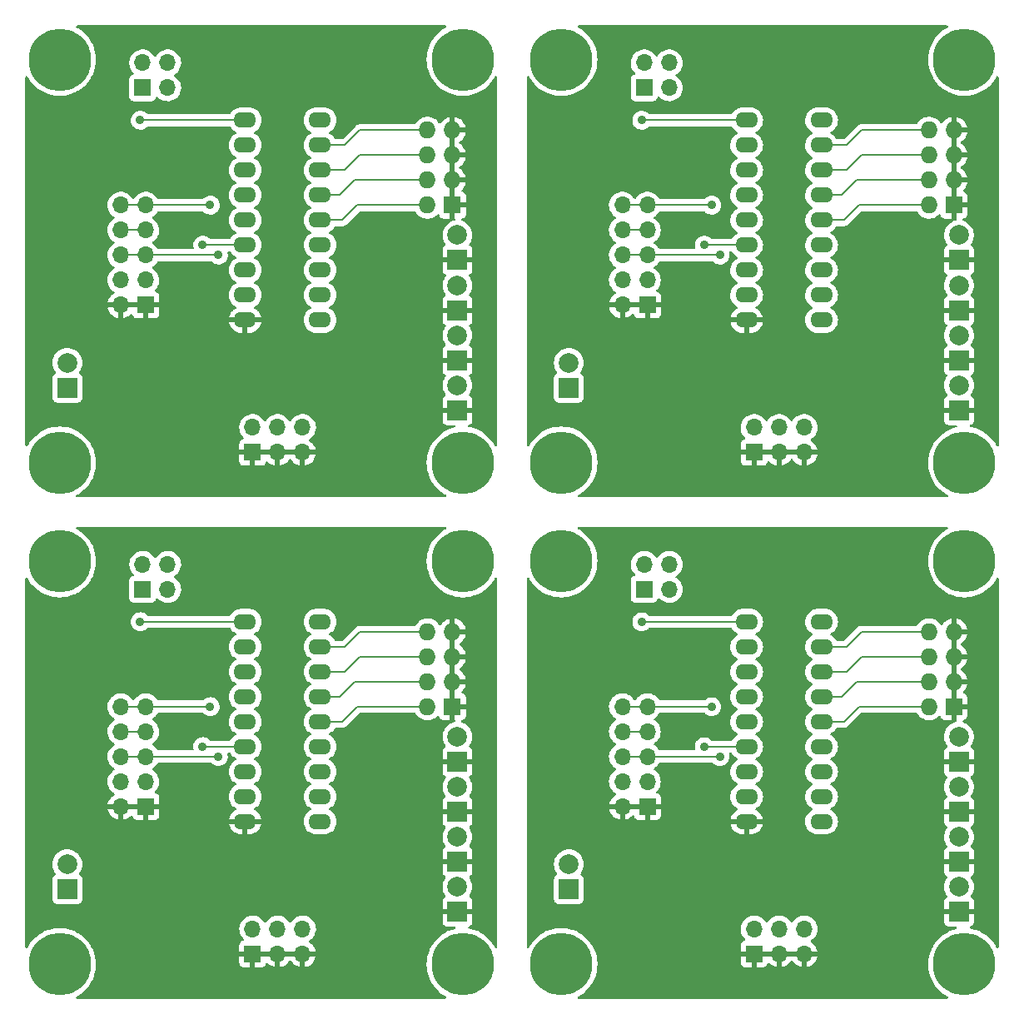
<source format=gbl>
%MOIN*%
%OFA0B0*%
%FSLAX46Y46*%
%IPPOS*%
%LPD*%
%ADD10O,0.0905511811023622X0.062992125984251982*%
%ADD11R,0.068X0.068*%
%ADD12O,0.068X0.068*%
%ADD13R,0.07874015748031496X0.07874015748031496*%
%ADD14C,0.07874015748031496*%
%ADD15C,0.25*%
%ADD16R,0.066929133858267723X0.066929133858267723*%
%ADD17O,0.066929133858267723X0.066929133858267723*%
%ADD18C,0.035*%
%ADD19C,0.008*%
%ADD30O,0.0905511811023622X0.062992125984251982*%
%ADD31R,0.068X0.068*%
%ADD32O,0.068X0.068*%
%ADD33R,0.07874015748031496X0.07874015748031496*%
%ADD34C,0.07874015748031496*%
%ADD35C,0.25*%
%ADD36R,0.066929133858267723X0.066929133858267723*%
%ADD37O,0.066929133858267723X0.066929133858267723*%
%ADD38C,0.035*%
%ADD39C,0.008*%
%ADD40O,0.0905511811023622X0.062992125984251982*%
%ADD41R,0.068X0.068*%
%ADD42O,0.068X0.068*%
%ADD43R,0.07874015748031496X0.07874015748031496*%
%ADD44C,0.07874015748031496*%
%ADD45C,0.25*%
%ADD46R,0.066929133858267723X0.066929133858267723*%
%ADD47O,0.066929133858267723X0.066929133858267723*%
%ADD48C,0.035*%
%ADD49C,0.008*%
%ADD50O,0.0905511811023622X0.062992125984251982*%
%ADD51R,0.068X0.068*%
%ADD52O,0.068X0.068*%
%ADD53R,0.07874015748031496X0.07874015748031496*%
%ADD54C,0.07874015748031496*%
%ADD55C,0.25*%
%ADD56R,0.066929133858267723X0.066929133858267723*%
%ADD57O,0.066929133858267723X0.066929133858267723*%
%ADD58C,0.035*%
%ADD59C,0.008*%
G01*
D10*
X0000000000Y0001929133D02*
X0000900000Y0001529133D03*
X0000900000Y0001429133D03*
X0000900000Y0001329133D03*
X0000900000Y0001229133D03*
X0000900000Y0001129133D03*
X0000900000Y0001029133D03*
X0000900000Y0000929133D03*
X0000900000Y0000829133D03*
X0000900000Y0000729133D03*
X0001200000Y0000729133D03*
X0001200000Y0000829133D03*
X0001200000Y0000929133D03*
X0001200000Y0001029133D03*
X0001200000Y0001129133D03*
X0001200000Y0001229133D03*
X0001200000Y0001329133D03*
X0001200000Y0001429133D03*
X0001200000Y0001529133D03*
D11*
X0001730000Y0001189133D03*
D12*
X0001630000Y0001189133D03*
X0001730000Y0001289133D03*
X0001630000Y0001289133D03*
X0001730000Y0001389133D03*
X0001630000Y0001389133D03*
X0001730000Y0001489133D03*
X0001630000Y0001489133D03*
D13*
X0001750000Y0000367952D03*
D14*
X0001750000Y0000467952D03*
D13*
X0001750000Y0000567952D03*
D14*
X0001750000Y0000667952D03*
D13*
X0001750000Y0000767952D03*
D14*
X0001750000Y0000867952D03*
D13*
X0001750000Y0000969133D03*
D14*
X0001750000Y0001069133D03*
D13*
X0000188031Y0000457952D03*
D14*
X0000188031Y0000557952D03*
D15*
X0001771653Y0000157480D03*
D16*
X0000489803Y0001658937D03*
D17*
X0000489803Y0001758937D03*
X0000589803Y0001658937D03*
X0000589803Y0001758937D03*
D16*
X0000502440Y0000789330D03*
D17*
X0000402440Y0000789330D03*
X0000502440Y0000889330D03*
X0000402440Y0000889330D03*
X0000502440Y0000989330D03*
X0000402440Y0000989330D03*
X0000502440Y0001089330D03*
X0000402440Y0001089330D03*
X0000502440Y0001189330D03*
X0000402440Y0001189330D03*
D16*
X0000930000Y0000199133D03*
D17*
X0000930000Y0000299133D03*
X0001030000Y0000199133D03*
X0001030000Y0000299133D03*
X0001130000Y0000199133D03*
X0001130000Y0000299133D03*
D15*
X0000157480Y0001771653D03*
X0001771653Y0001771653D03*
X0000157480Y0000157480D03*
D18*
X0000730000Y0001029133D03*
X0000480000Y0001529133D03*
X0000792961Y0000989133D03*
X0001200000Y0000504133D03*
X0000760000Y0001189133D03*
D19*
X0000900000Y0001029133D02*
X0000730000Y0001029133D01*
X0000480000Y0001529133D02*
X0000900000Y0001529133D01*
X0000402440Y0001089330D02*
X0000502440Y0001089330D01*
X0000792764Y0000989330D02*
X0000792961Y0000989133D01*
X0000502440Y0000989330D02*
X0000792764Y0000989330D01*
X0000402440Y0000989330D02*
X0000502440Y0000989330D01*
X0001290000Y0001129133D02*
X0001350000Y0001189133D01*
X0001350000Y0001189133D02*
X0001630000Y0001189133D01*
X0001200000Y0001129133D02*
X0001290000Y0001129133D01*
X0001280000Y0001229133D02*
X0001340000Y0001289133D01*
X0001340000Y0001289133D02*
X0001630000Y0001289133D01*
X0001200000Y0001229133D02*
X0001280000Y0001229133D01*
X0001300000Y0001329133D02*
X0001359999Y0001389133D01*
X0001359999Y0001389133D02*
X0001630000Y0001389133D01*
X0001200000Y0001329133D02*
X0001300000Y0001329133D01*
X0001300000Y0001429133D02*
X0001359999Y0001489133D01*
X0001359999Y0001489133D02*
X0001630000Y0001489133D01*
X0001200000Y0001429133D02*
X0001300000Y0001429133D01*
X0000759803Y0001189330D02*
X0000760000Y0001189133D01*
X0000502440Y0001189330D02*
X0000759803Y0001189330D01*
X0000402440Y0001189330D02*
X0000502440Y0001189330D01*
G36*
X0001704059Y0001908346D02*
G01*
X0001705890Y0001906233D01*
X0001706288Y0001903467D01*
X0001705127Y0001900924D01*
X0001703630Y0001899753D01*
X0001699044Y0001897416D01*
X0001686296Y0001889137D01*
X0001674483Y0001879572D01*
X0001663735Y0001868823D01*
X0001654169Y0001857010D01*
X0001645890Y0001844262D01*
X0001638989Y0001830719D01*
X0001633542Y0001816528D01*
X0001629608Y0001801846D01*
X0001629145Y0001798922D01*
X0001627278Y0001787136D01*
X0001627230Y0001786833D01*
X0001626434Y0001771653D01*
X0001627230Y0001756474D01*
X0001629608Y0001741460D01*
X0001633542Y0001726778D01*
X0001638989Y0001712587D01*
X0001639048Y0001712472D01*
X0001645831Y0001699160D01*
X0001645890Y0001699044D01*
X0001645961Y0001698935D01*
X0001645961Y0001698935D01*
X0001647795Y0001696110D01*
X0001654169Y0001686296D01*
X0001663735Y0001674483D01*
X0001674483Y0001663735D01*
X0001686296Y0001654169D01*
X0001699044Y0001645890D01*
X0001699159Y0001645831D01*
X0001699159Y0001645831D01*
X0001711830Y0001639375D01*
X0001712587Y0001638989D01*
X0001726778Y0001633542D01*
X0001741460Y0001629608D01*
X0001749434Y0001628345D01*
X0001756346Y0001627250D01*
X0001756346Y0001627250D01*
X0001756474Y0001627230D01*
X0001771653Y0001626434D01*
X0001786833Y0001627230D01*
X0001786960Y0001627250D01*
X0001786960Y0001627250D01*
X0001793872Y0001628345D01*
X0001801846Y0001629608D01*
X0001816528Y0001633542D01*
X0001830719Y0001638989D01*
X0001831476Y0001639375D01*
X0001844147Y0001645831D01*
X0001844147Y0001645831D01*
X0001844262Y0001645890D01*
X0001857010Y0001654169D01*
X0001868823Y0001663735D01*
X0001879572Y0001674483D01*
X0001889137Y0001686296D01*
X0001895511Y0001696110D01*
X0001897345Y0001698935D01*
X0001897345Y0001698935D01*
X0001897416Y0001699044D01*
X0001898980Y0001702114D01*
X0001899753Y0001703630D01*
X0001901672Y0001705662D01*
X0001904385Y0001706334D01*
X0001907031Y0001705432D01*
X0001908769Y0001703243D01*
X0001909133Y0001701378D01*
X0001909133Y0000227755D01*
X0001908346Y0000225073D01*
X0001906233Y0000223243D01*
X0001903467Y0000222845D01*
X0001900924Y0000224006D01*
X0001899753Y0000225503D01*
X0001897475Y0000229973D01*
X0001897416Y0000230089D01*
X0001895703Y0000232727D01*
X0001889208Y0000242728D01*
X0001889137Y0000242837D01*
X0001879572Y0000254650D01*
X0001868823Y0000265398D01*
X0001857010Y0000274964D01*
X0001844262Y0000283243D01*
X0001844147Y0000283302D01*
X0001844147Y0000283302D01*
X0001830835Y0000290085D01*
X0001830719Y0000290144D01*
X0001816528Y0000295591D01*
X0001801846Y0000299525D01*
X0001797220Y0000300258D01*
X0001794694Y0000301455D01*
X0001793217Y0000303828D01*
X0001793257Y0000306623D01*
X0001794801Y0000308952D01*
X0001796255Y0000309802D01*
X0001798742Y0000310735D01*
X0001799356Y0000311071D01*
X0001803374Y0000314083D01*
X0001803869Y0000314577D01*
X0001806881Y0000318596D01*
X0001807217Y0000319210D01*
X0001808995Y0000323952D01*
X0001809137Y0000324553D01*
X0001809355Y0000326555D01*
X0001809370Y0000326823D01*
X0001809370Y0000357239D01*
X0001809193Y0000357839D01*
X0001809139Y0000357886D01*
X0001808836Y0000357952D01*
X0001691343Y0000357952D01*
X0001690743Y0000357776D01*
X0001690695Y0000357721D01*
X0001690629Y0000357419D01*
X0001690629Y0000326824D01*
X0001690644Y0000326555D01*
X0001690862Y0000324553D01*
X0001691004Y0000323952D01*
X0001692782Y0000319210D01*
X0001693118Y0000318596D01*
X0001696130Y0000314577D01*
X0001696625Y0000314083D01*
X0001700643Y0000311071D01*
X0001701257Y0000310735D01*
X0001705999Y0000308957D01*
X0001706600Y0000308814D01*
X0001708602Y0000308597D01*
X0001708871Y0000308582D01*
X0001737582Y0000308582D01*
X0001740264Y0000307795D01*
X0001742094Y0000305682D01*
X0001742492Y0000302916D01*
X0001741331Y0000300373D01*
X0001738866Y0000298830D01*
X0001726778Y0000295591D01*
X0001712587Y0000290144D01*
X0001712472Y0000290085D01*
X0001699160Y0000283302D01*
X0001699159Y0000283302D01*
X0001699044Y0000283243D01*
X0001686296Y0000274964D01*
X0001674483Y0000265398D01*
X0001663735Y0000254650D01*
X0001654169Y0000242837D01*
X0001654098Y0000242728D01*
X0001647603Y0000232727D01*
X0001645890Y0000230089D01*
X0001645831Y0000229974D01*
X0001645831Y0000229973D01*
X0001643121Y0000224655D01*
X0001638989Y0000216546D01*
X0001633542Y0000202355D01*
X0001629608Y0000187672D01*
X0001629587Y0000187544D01*
X0001627314Y0000173193D01*
X0001627230Y0000172659D01*
X0001626434Y0000157480D01*
X0001627230Y0000142300D01*
X0001627250Y0000142173D01*
X0001627250Y0000142172D01*
X0001628345Y0000135261D01*
X0001629608Y0000127287D01*
X0001633542Y0000112605D01*
X0001638989Y0000098414D01*
X0001645890Y0000084870D01*
X0001654169Y0000072122D01*
X0001663735Y0000060310D01*
X0001674483Y0000049561D01*
X0001686296Y0000039995D01*
X0001699044Y0000031717D01*
X0001699159Y0000031658D01*
X0001699159Y0000031658D01*
X0001703630Y0000029380D01*
X0001705662Y0000027461D01*
X0001706334Y0000024748D01*
X0001705432Y0000022102D01*
X0001703243Y0000020364D01*
X0001701378Y0000020000D01*
X0000227755Y0000020000D01*
X0000225073Y0000020787D01*
X0000223243Y0000022899D01*
X0000222845Y0000025666D01*
X0000224006Y0000028209D01*
X0000225503Y0000029380D01*
X0000229973Y0000031658D01*
X0000229974Y0000031658D01*
X0000230089Y0000031717D01*
X0000242837Y0000039995D01*
X0000254650Y0000049561D01*
X0000265398Y0000060310D01*
X0000274964Y0000072122D01*
X0000283243Y0000084870D01*
X0000290144Y0000098414D01*
X0000295591Y0000112605D01*
X0000299525Y0000127287D01*
X0000300788Y0000135261D01*
X0000301883Y0000142172D01*
X0000301883Y0000142173D01*
X0000301903Y0000142300D01*
X0000302699Y0000157480D01*
X0000302362Y0000163910D01*
X0000876535Y0000163910D01*
X0000876550Y0000163642D01*
X0000876767Y0000161639D01*
X0000876910Y0000161039D01*
X0000878688Y0000156297D01*
X0000879024Y0000155683D01*
X0000882036Y0000151664D01*
X0000882530Y0000151169D01*
X0000886549Y0000148157D01*
X0000887163Y0000147821D01*
X0000891905Y0000146044D01*
X0000892505Y0000145901D01*
X0000894508Y0000145683D01*
X0000894776Y0000145669D01*
X0000919286Y0000145669D01*
X0000919886Y0000145845D01*
X0000919934Y0000145900D01*
X0000920000Y0000146202D01*
X0000920000Y0000146382D01*
X0000940000Y0000146382D01*
X0000940176Y0000145782D01*
X0000940230Y0000145735D01*
X0000940533Y0000145669D01*
X0000965223Y0000145669D01*
X0000965491Y0000145683D01*
X0000967494Y0000145901D01*
X0000968094Y0000146044D01*
X0000972836Y0000147821D01*
X0000973450Y0000148157D01*
X0000977469Y0000151169D01*
X0000977963Y0000151664D01*
X0000980975Y0000155683D01*
X0000981312Y0000156297D01*
X0000982930Y0000160613D01*
X0000984608Y0000162848D01*
X0000987229Y0000163820D01*
X0000989959Y0000163222D01*
X0000991324Y0000162120D01*
X0000992331Y0000160957D01*
X0000992621Y0000160673D01*
X0000999072Y0000155318D01*
X0000999404Y0000155085D01*
X0001006643Y0000150855D01*
X0001007009Y0000150679D01*
X0001014842Y0000147688D01*
X0001015232Y0000147575D01*
X0001019301Y0000146747D01*
X0001019854Y0000146794D01*
X0001020000Y0000147202D01*
X0001020000Y0000147223D01*
X0001040000Y0000147223D01*
X0001040160Y0000146678D01*
X0001040688Y0000146598D01*
X0001040952Y0000146632D01*
X0001041348Y0000146716D01*
X0001049380Y0000149126D01*
X0001049757Y0000149274D01*
X0001057287Y0000152963D01*
X0001057635Y0000153170D01*
X0001064461Y0000158039D01*
X0001064771Y0000158301D01*
X0001070710Y0000164220D01*
X0001070973Y0000164528D01*
X0001075985Y0000171503D01*
X0001076029Y0000171471D01*
X0001077900Y0000173193D01*
X0001080653Y0000173674D01*
X0001083230Y0000172590D01*
X0001084325Y0000171337D01*
X0001086601Y0000167622D01*
X0001086841Y0000167295D01*
X0001092331Y0000160957D01*
X0001092621Y0000160673D01*
X0001099072Y0000155318D01*
X0001099404Y0000155085D01*
X0001106643Y0000150855D01*
X0001107009Y0000150679D01*
X0001114842Y0000147688D01*
X0001115232Y0000147575D01*
X0001119301Y0000146747D01*
X0001119854Y0000146794D01*
X0001120000Y0000147202D01*
X0001120000Y0000147223D01*
X0001140000Y0000147223D01*
X0001140160Y0000146678D01*
X0001140688Y0000146598D01*
X0001140952Y0000146632D01*
X0001141348Y0000146716D01*
X0001149380Y0000149126D01*
X0001149757Y0000149274D01*
X0001157287Y0000152963D01*
X0001157635Y0000153170D01*
X0001164461Y0000158039D01*
X0001164771Y0000158301D01*
X0001170710Y0000164220D01*
X0001170973Y0000164528D01*
X0001175866Y0000171337D01*
X0001176075Y0000171685D01*
X0001179790Y0000179202D01*
X0001179939Y0000179579D01*
X0001182377Y0000187601D01*
X0001182462Y0000187998D01*
X0001182519Y0000188426D01*
X0001182432Y0000188985D01*
X0001181914Y0000189133D01*
X0001140713Y0000189133D01*
X0001140113Y0000188957D01*
X0001140065Y0000188902D01*
X0001140000Y0000188600D01*
X0001140000Y0000147223D01*
X0001120000Y0000147223D01*
X0001120000Y0000188420D01*
X0001119823Y0000189020D01*
X0001119769Y0000189068D01*
X0001119466Y0000189133D01*
X0001040713Y0000189133D01*
X0001040113Y0000188957D01*
X0001040065Y0000188902D01*
X0001040000Y0000188600D01*
X0001040000Y0000147223D01*
X0001020000Y0000147223D01*
X0001020000Y0000188420D01*
X0001019823Y0000189020D01*
X0001019769Y0000189068D01*
X0001019466Y0000189133D01*
X0000940713Y0000189133D01*
X0000940113Y0000188957D01*
X0000940065Y0000188902D01*
X0000940000Y0000188600D01*
X0000940000Y0000146382D01*
X0000920000Y0000146382D01*
X0000920000Y0000188420D01*
X0000919823Y0000189020D01*
X0000919769Y0000189068D01*
X0000919466Y0000189133D01*
X0000877248Y0000189133D01*
X0000876648Y0000188957D01*
X0000876601Y0000188902D01*
X0000876535Y0000188600D01*
X0000876535Y0000163910D01*
X0000302362Y0000163910D01*
X0000301903Y0000172659D01*
X0000301818Y0000173193D01*
X0000299545Y0000187544D01*
X0000299525Y0000187672D01*
X0000295591Y0000202355D01*
X0000290144Y0000216546D01*
X0000286012Y0000224655D01*
X0000283302Y0000229973D01*
X0000283302Y0000229974D01*
X0000283243Y0000230089D01*
X0000281530Y0000232727D01*
X0000275035Y0000242728D01*
X0000274964Y0000242837D01*
X0000265398Y0000254650D01*
X0000254650Y0000265398D01*
X0000242837Y0000274964D01*
X0000230089Y0000283243D01*
X0000229974Y0000283302D01*
X0000229973Y0000283302D01*
X0000216661Y0000290085D01*
X0000216546Y0000290144D01*
X0000202355Y0000295591D01*
X0000187672Y0000299525D01*
X0000181867Y0000300445D01*
X0000876348Y0000300445D01*
X0000876360Y0000300242D01*
X0000876360Y0000300242D01*
X0000876842Y0000291868D01*
X0000876854Y0000291664D01*
X0000876899Y0000291466D01*
X0000876899Y0000291465D01*
X0000877681Y0000287994D01*
X0000878788Y0000283085D01*
X0000882097Y0000274936D01*
X0000884095Y0000271675D01*
X0000886586Y0000267610D01*
X0000886692Y0000267437D01*
X0000892450Y0000260789D01*
X0000892607Y0000260659D01*
X0000892607Y0000260659D01*
X0000892812Y0000260489D01*
X0000894372Y0000258170D01*
X0000894431Y0000255376D01*
X0000892970Y0000252993D01*
X0000891384Y0000252028D01*
X0000887163Y0000250445D01*
X0000886549Y0000250109D01*
X0000882530Y0000247097D01*
X0000882036Y0000246603D01*
X0000879024Y0000242584D01*
X0000878688Y0000241970D01*
X0000876910Y0000237228D01*
X0000876767Y0000236627D01*
X0000876549Y0000234625D01*
X0000876535Y0000234357D01*
X0000876535Y0000209847D01*
X0000876711Y0000209247D01*
X0000876766Y0000209199D01*
X0000877068Y0000209133D01*
X0001181903Y0000209133D01*
X0001182436Y0000209290D01*
X0001182487Y0000209647D01*
X0001180835Y0000216225D01*
X0001180704Y0000216609D01*
X0001177361Y0000224298D01*
X0001177169Y0000224655D01*
X0001172615Y0000231695D01*
X0001172367Y0000232017D01*
X0001166724Y0000238218D01*
X0001166428Y0000238495D01*
X0001159847Y0000243692D01*
X0001159510Y0000243916D01*
X0001158055Y0000244719D01*
X0001156087Y0000246705D01*
X0001155506Y0000249439D01*
X0001156495Y0000252053D01*
X0001157571Y0000253101D01*
X0001158495Y0000253760D01*
X0001164640Y0000258142D01*
X0001165603Y0000259102D01*
X0001170725Y0000264207D01*
X0001170869Y0000264350D01*
X0001173212Y0000267610D01*
X0001175883Y0000271327D01*
X0001176002Y0000271493D01*
X0001176823Y0000273155D01*
X0001179808Y0000279194D01*
X0001179808Y0000279194D01*
X0001179898Y0000279377D01*
X0001182455Y0000287792D01*
X0001183603Y0000296512D01*
X0001183667Y0000299133D01*
X0001182946Y0000307899D01*
X0001180804Y0000316429D01*
X0001177297Y0000324494D01*
X0001172520Y0000331878D01*
X0001166601Y0000338383D01*
X0001166441Y0000338509D01*
X0001166441Y0000338509D01*
X0001159858Y0000343708D01*
X0001159858Y0000343708D01*
X0001159699Y0000343834D01*
X0001151999Y0000348085D01*
X0001151807Y0000348152D01*
X0001151807Y0000348153D01*
X0001143901Y0000350952D01*
X0001143900Y0000350952D01*
X0001143709Y0000351020D01*
X0001143508Y0000351056D01*
X0001143508Y0000351056D01*
X0001135250Y0000352527D01*
X0001135250Y0000352527D01*
X0001135050Y0000352563D01*
X0001132143Y0000352598D01*
X0001126459Y0000352668D01*
X0001126459Y0000352668D01*
X0001126256Y0000352670D01*
X0001117562Y0000351340D01*
X0001109202Y0000348607D01*
X0001101401Y0000344546D01*
X0001101239Y0000344424D01*
X0001101239Y0000344424D01*
X0001100285Y0000343708D01*
X0001094368Y0000339266D01*
X0001088292Y0000332907D01*
X0001084063Y0000326707D01*
X0001081901Y0000324936D01*
X0001079124Y0000324614D01*
X0001076615Y0000325844D01*
X0001075800Y0000326808D01*
X0001072630Y0000331707D01*
X0001072630Y0000331708D01*
X0001072520Y0000331878D01*
X0001066601Y0000338383D01*
X0001066441Y0000338509D01*
X0001066441Y0000338509D01*
X0001059858Y0000343708D01*
X0001059858Y0000343708D01*
X0001059699Y0000343834D01*
X0001051999Y0000348085D01*
X0001051807Y0000348152D01*
X0001051807Y0000348153D01*
X0001043901Y0000350952D01*
X0001043900Y0000350952D01*
X0001043709Y0000351020D01*
X0001043508Y0000351056D01*
X0001043508Y0000351056D01*
X0001035250Y0000352527D01*
X0001035250Y0000352527D01*
X0001035050Y0000352563D01*
X0001032143Y0000352598D01*
X0001026459Y0000352668D01*
X0001026459Y0000352668D01*
X0001026256Y0000352670D01*
X0001017562Y0000351340D01*
X0001009202Y0000348607D01*
X0001001401Y0000344546D01*
X0001001239Y0000344424D01*
X0001001239Y0000344424D01*
X0001000285Y0000343708D01*
X0000994368Y0000339266D01*
X0000988292Y0000332907D01*
X0000984063Y0000326707D01*
X0000981901Y0000324936D01*
X0000979124Y0000324614D01*
X0000976615Y0000325844D01*
X0000975800Y0000326808D01*
X0000972630Y0000331707D01*
X0000972630Y0000331708D01*
X0000972520Y0000331878D01*
X0000966601Y0000338383D01*
X0000966441Y0000338509D01*
X0000966441Y0000338509D01*
X0000959858Y0000343708D01*
X0000959858Y0000343708D01*
X0000959699Y0000343834D01*
X0000951999Y0000348085D01*
X0000951807Y0000348152D01*
X0000951807Y0000348153D01*
X0000943901Y0000350952D01*
X0000943900Y0000350952D01*
X0000943709Y0000351020D01*
X0000943508Y0000351056D01*
X0000943508Y0000351056D01*
X0000935250Y0000352527D01*
X0000935250Y0000352527D01*
X0000935050Y0000352563D01*
X0000932143Y0000352598D01*
X0000926459Y0000352668D01*
X0000926459Y0000352668D01*
X0000926256Y0000352670D01*
X0000917562Y0000351340D01*
X0000909202Y0000348607D01*
X0000901401Y0000344546D01*
X0000901239Y0000344424D01*
X0000901239Y0000344424D01*
X0000900285Y0000343708D01*
X0000894368Y0000339266D01*
X0000888292Y0000332907D01*
X0000883336Y0000325642D01*
X0000881484Y0000321653D01*
X0000880065Y0000318596D01*
X0000879633Y0000317665D01*
X0000877283Y0000309190D01*
X0000876348Y0000300445D01*
X0000181867Y0000300445D01*
X0000179699Y0000300788D01*
X0000172787Y0000301883D01*
X0000172787Y0000301883D01*
X0000172659Y0000301903D01*
X0000157480Y0000302699D01*
X0000142300Y0000301903D01*
X0000142173Y0000301883D01*
X0000142172Y0000301883D01*
X0000135261Y0000300788D01*
X0000127287Y0000299525D01*
X0000112605Y0000295591D01*
X0000098414Y0000290144D01*
X0000098298Y0000290085D01*
X0000084986Y0000283302D01*
X0000084986Y0000283302D01*
X0000084870Y0000283243D01*
X0000072122Y0000274964D01*
X0000060310Y0000265398D01*
X0000049561Y0000254650D01*
X0000039995Y0000242837D01*
X0000039924Y0000242728D01*
X0000033430Y0000232727D01*
X0000031717Y0000230089D01*
X0000031658Y0000229973D01*
X0000029380Y0000225503D01*
X0000027461Y0000223471D01*
X0000024748Y0000222799D01*
X0000022102Y0000223701D01*
X0000020364Y0000225890D01*
X0000020000Y0000227755D01*
X0000020000Y0000557952D01*
X0000128458Y0000557952D01*
X0000129191Y0000548633D01*
X0000131373Y0000539543D01*
X0000134951Y0000530906D01*
X0000135052Y0000530740D01*
X0000139733Y0000523102D01*
X0000139734Y0000523102D01*
X0000139835Y0000522936D01*
X0000139962Y0000522788D01*
X0000139962Y0000522788D01*
X0000140203Y0000522505D01*
X0000141346Y0000519954D01*
X0000140929Y0000517190D01*
X0000139113Y0000515125D01*
X0000138948Y0000515063D01*
X0000134359Y0000511624D01*
X0000130920Y0000507035D01*
X0000128907Y0000501665D01*
X0000128641Y0000499217D01*
X0000128641Y0000416687D01*
X0000128907Y0000414239D01*
X0000130920Y0000408869D01*
X0000134359Y0000404281D01*
X0000138948Y0000400841D01*
X0000144318Y0000398828D01*
X0000146766Y0000398562D01*
X0000229296Y0000398562D01*
X0000231744Y0000398828D01*
X0000237114Y0000400841D01*
X0000241703Y0000404281D01*
X0000245142Y0000408869D01*
X0000247155Y0000414239D01*
X0000247421Y0000416687D01*
X0000247421Y0000467952D01*
X0001690426Y0000467952D01*
X0001691160Y0000458633D01*
X0001693342Y0000449543D01*
X0001696919Y0000440906D01*
X0001697021Y0000440740D01*
X0001701702Y0000433102D01*
X0001701702Y0000433102D01*
X0001701804Y0000432936D01*
X0001701930Y0000432788D01*
X0001701930Y0000432788D01*
X0001702185Y0000432490D01*
X0001703328Y0000429939D01*
X0001702910Y0000427175D01*
X0001701065Y0000425076D01*
X0001700795Y0000424917D01*
X0001700643Y0000424834D01*
X0001696625Y0000421822D01*
X0001696130Y0000421327D01*
X0001693118Y0000417309D01*
X0001692782Y0000416695D01*
X0001691004Y0000411952D01*
X0001690862Y0000411352D01*
X0001690644Y0000409349D01*
X0001690629Y0000409081D01*
X0001690629Y0000378665D01*
X0001690806Y0000378065D01*
X0001690860Y0000378018D01*
X0001691163Y0000377952D01*
X0001808656Y0000377952D01*
X0001809256Y0000378128D01*
X0001809304Y0000378183D01*
X0001809370Y0000378486D01*
X0001809370Y0000409081D01*
X0001809355Y0000409349D01*
X0001809137Y0000411352D01*
X0001808995Y0000411952D01*
X0001807217Y0000416695D01*
X0001806881Y0000417309D01*
X0001803869Y0000421327D01*
X0001803374Y0000421822D01*
X0001799356Y0000424834D01*
X0001799204Y0000424917D01*
X0001799083Y0000425038D01*
X0001799073Y0000425046D01*
X0001799074Y0000425047D01*
X0001797230Y0000426895D01*
X0001796639Y0000429627D01*
X0001797618Y0000432245D01*
X0001797814Y0000432489D01*
X0001798195Y0000432936D01*
X0001803080Y0000440906D01*
X0001806657Y0000449543D01*
X0001808839Y0000458633D01*
X0001809573Y0000467952D01*
X0001808839Y0000477272D01*
X0001806657Y0000486361D01*
X0001803080Y0000494998D01*
X0001800577Y0000499083D01*
X0001798297Y0000502803D01*
X0001798297Y0000502803D01*
X0001798195Y0000502969D01*
X0001797814Y0000503415D01*
X0001796671Y0000505966D01*
X0001797089Y0000508730D01*
X0001798934Y0000510829D01*
X0001799204Y0000510988D01*
X0001799356Y0000511071D01*
X0001803374Y0000514083D01*
X0001803869Y0000514577D01*
X0001806881Y0000518596D01*
X0001807217Y0000519210D01*
X0001808995Y0000523952D01*
X0001809137Y0000524553D01*
X0001809355Y0000526555D01*
X0001809370Y0000526823D01*
X0001809370Y0000557239D01*
X0001809193Y0000557839D01*
X0001809139Y0000557886D01*
X0001808836Y0000557952D01*
X0001691343Y0000557952D01*
X0001690743Y0000557776D01*
X0001690695Y0000557721D01*
X0001690629Y0000557419D01*
X0001690629Y0000526824D01*
X0001690644Y0000526555D01*
X0001690862Y0000524553D01*
X0001691004Y0000523952D01*
X0001692782Y0000519210D01*
X0001693118Y0000518596D01*
X0001696130Y0000514577D01*
X0001696625Y0000514083D01*
X0001700643Y0000511071D01*
X0001700795Y0000510988D01*
X0001700916Y0000510867D01*
X0001700926Y0000510859D01*
X0001700925Y0000510857D01*
X0001702769Y0000509009D01*
X0001703360Y0000506277D01*
X0001702381Y0000503659D01*
X0001702185Y0000503416D01*
X0001701804Y0000502969D01*
X0001696919Y0000494998D01*
X0001693342Y0000486361D01*
X0001691160Y0000477272D01*
X0001690426Y0000467952D01*
X0000247421Y0000467952D01*
X0000247421Y0000499217D01*
X0000247155Y0000501665D01*
X0000245142Y0000507035D01*
X0000241703Y0000511624D01*
X0000237114Y0000515063D01*
X0000237116Y0000515065D01*
X0000235274Y0000516911D01*
X0000234683Y0000519643D01*
X0000235663Y0000522261D01*
X0000235859Y0000522505D01*
X0000236100Y0000522788D01*
X0000236100Y0000522788D01*
X0000236227Y0000522936D01*
X0000236328Y0000523102D01*
X0000236329Y0000523102D01*
X0000241010Y0000530740D01*
X0000241111Y0000530906D01*
X0000244689Y0000539543D01*
X0000246871Y0000548633D01*
X0000247604Y0000557952D01*
X0000246871Y0000567272D01*
X0000244689Y0000576361D01*
X0000244614Y0000576542D01*
X0000241186Y0000584818D01*
X0000241186Y0000584818D01*
X0000241111Y0000584998D01*
X0000241010Y0000585164D01*
X0000236329Y0000592803D01*
X0000236328Y0000592803D01*
X0000236227Y0000592969D01*
X0000230156Y0000600077D01*
X0000223047Y0000606148D01*
X0000222882Y0000606250D01*
X0000222881Y0000606250D01*
X0000215243Y0000610931D01*
X0000215077Y0000611033D01*
X0000214897Y0000611107D01*
X0000214897Y0000611107D01*
X0000206620Y0000614535D01*
X0000206620Y0000614535D01*
X0000206440Y0000614610D01*
X0000203283Y0000615368D01*
X0000197540Y0000616747D01*
X0000197540Y0000616747D01*
X0000197350Y0000616792D01*
X0000188031Y0000617526D01*
X0000178712Y0000616792D01*
X0000178522Y0000616747D01*
X0000178522Y0000616747D01*
X0000172779Y0000615368D01*
X0000169622Y0000614610D01*
X0000169442Y0000614535D01*
X0000169442Y0000614535D01*
X0000161165Y0000611107D01*
X0000161165Y0000611107D01*
X0000160985Y0000611033D01*
X0000160819Y0000610931D01*
X0000153181Y0000606250D01*
X0000153180Y0000606250D01*
X0000153015Y0000606148D01*
X0000145906Y0000600077D01*
X0000139835Y0000592969D01*
X0000139734Y0000592803D01*
X0000139733Y0000592803D01*
X0000135052Y0000585164D01*
X0000134951Y0000584998D01*
X0000134876Y0000584818D01*
X0000134876Y0000584818D01*
X0000131448Y0000576542D01*
X0000131373Y0000576361D01*
X0000129191Y0000567272D01*
X0000128458Y0000557952D01*
X0000020000Y0000557952D01*
X0000020000Y0000667952D01*
X0001690426Y0000667952D01*
X0001691160Y0000658633D01*
X0001693342Y0000649543D01*
X0001696919Y0000640906D01*
X0001697021Y0000640740D01*
X0001701702Y0000633102D01*
X0001701702Y0000633102D01*
X0001701804Y0000632936D01*
X0001701930Y0000632788D01*
X0001701930Y0000632788D01*
X0001702185Y0000632490D01*
X0001703328Y0000629939D01*
X0001702910Y0000627175D01*
X0001701065Y0000625076D01*
X0001700795Y0000624917D01*
X0001700643Y0000624834D01*
X0001696625Y0000621822D01*
X0001696130Y0000621327D01*
X0001693118Y0000617308D01*
X0001692782Y0000616695D01*
X0001691004Y0000611952D01*
X0001690862Y0000611352D01*
X0001690644Y0000609349D01*
X0001690629Y0000609081D01*
X0001690629Y0000578665D01*
X0001690806Y0000578065D01*
X0001690860Y0000578018D01*
X0001691163Y0000577952D01*
X0001808656Y0000577952D01*
X0001809256Y0000578128D01*
X0001809304Y0000578183D01*
X0001809370Y0000578486D01*
X0001809370Y0000609081D01*
X0001809355Y0000609350D01*
X0001809137Y0000611352D01*
X0001808995Y0000611952D01*
X0001807217Y0000616695D01*
X0001806881Y0000617308D01*
X0001803869Y0000621327D01*
X0001803374Y0000621822D01*
X0001799356Y0000624834D01*
X0001799204Y0000624917D01*
X0001799083Y0000625038D01*
X0001799073Y0000625046D01*
X0001799074Y0000625047D01*
X0001797230Y0000626895D01*
X0001796639Y0000629627D01*
X0001797618Y0000632245D01*
X0001797814Y0000632489D01*
X0001798195Y0000632936D01*
X0001803080Y0000640906D01*
X0001806657Y0000649543D01*
X0001808839Y0000658633D01*
X0001809573Y0000667952D01*
X0001808839Y0000677272D01*
X0001808725Y0000677751D01*
X0001807415Y0000683204D01*
X0001806657Y0000686361D01*
X0001806583Y0000686542D01*
X0001803154Y0000694818D01*
X0001803154Y0000694818D01*
X0001803080Y0000694998D01*
X0001802625Y0000695740D01*
X0001798297Y0000702803D01*
X0001798297Y0000702803D01*
X0001798195Y0000702969D01*
X0001797814Y0000703415D01*
X0001796671Y0000705966D01*
X0001797089Y0000708730D01*
X0001798934Y0000710829D01*
X0001799204Y0000710988D01*
X0001799356Y0000711071D01*
X0001803374Y0000714083D01*
X0001803869Y0000714577D01*
X0001806881Y0000718596D01*
X0001807217Y0000719210D01*
X0001808995Y0000723952D01*
X0001809137Y0000724553D01*
X0001809355Y0000726555D01*
X0001809370Y0000726823D01*
X0001809370Y0000757239D01*
X0001809193Y0000757839D01*
X0001809139Y0000757886D01*
X0001808836Y0000757952D01*
X0001691343Y0000757952D01*
X0001690743Y0000757776D01*
X0001690695Y0000757721D01*
X0001690629Y0000757419D01*
X0001690629Y0000726824D01*
X0001690644Y0000726555D01*
X0001690862Y0000724553D01*
X0001691004Y0000723952D01*
X0001692782Y0000719210D01*
X0001693118Y0000718596D01*
X0001696130Y0000714577D01*
X0001696625Y0000714083D01*
X0001700643Y0000711071D01*
X0001700795Y0000710988D01*
X0001700916Y0000710867D01*
X0001700926Y0000710859D01*
X0001700925Y0000710857D01*
X0001702769Y0000709009D01*
X0001703360Y0000706277D01*
X0001702381Y0000703660D01*
X0001702185Y0000703416D01*
X0001701804Y0000702969D01*
X0001696919Y0000694998D01*
X0001696845Y0000694818D01*
X0001696845Y0000694818D01*
X0001693416Y0000686542D01*
X0001693342Y0000686361D01*
X0001692584Y0000683204D01*
X0001691275Y0000677751D01*
X0001691160Y0000677272D01*
X0001690426Y0000667952D01*
X0000020000Y0000667952D01*
X0000020000Y0000718640D01*
X0000835719Y0000718640D01*
X0000837589Y0000711662D01*
X0000837736Y0000711257D01*
X0000841361Y0000703483D01*
X0000841577Y0000703109D01*
X0000846497Y0000696083D01*
X0000846774Y0000695752D01*
X0000852839Y0000689688D01*
X0000853170Y0000689410D01*
X0000860196Y0000684490D01*
X0000860570Y0000684275D01*
X0000868344Y0000680650D01*
X0000868749Y0000680502D01*
X0000877034Y0000678282D01*
X0000877459Y0000678207D01*
X0000883864Y0000677647D01*
X0000884080Y0000677637D01*
X0000889286Y0000677637D01*
X0000889886Y0000677813D01*
X0000889934Y0000677868D01*
X0000890000Y0000678171D01*
X0000890000Y0000678350D01*
X0000910000Y0000678350D01*
X0000910176Y0000677751D01*
X0000910230Y0000677703D01*
X0000910533Y0000677637D01*
X0000915919Y0000677637D01*
X0000916135Y0000677647D01*
X0000922540Y0000678207D01*
X0000922965Y0000678282D01*
X0000931250Y0000680502D01*
X0000931655Y0000680650D01*
X0000939429Y0000684275D01*
X0000939803Y0000684490D01*
X0000946829Y0000689410D01*
X0000947160Y0000689688D01*
X0000953225Y0000695752D01*
X0000953502Y0000696083D01*
X0000958422Y0000703109D01*
X0000958638Y0000703483D01*
X0000962263Y0000711257D01*
X0000962410Y0000711662D01*
X0000964228Y0000718445D01*
X0000964214Y0000718999D01*
X0000963902Y0000719133D01*
X0000910713Y0000719133D01*
X0000910113Y0000718957D01*
X0000910065Y0000718902D01*
X0000910000Y0000718600D01*
X0000910000Y0000678350D01*
X0000890000Y0000678350D01*
X0000890000Y0000718420D01*
X0000889823Y0000719020D01*
X0000889769Y0000719068D01*
X0000889466Y0000719133D01*
X0000836300Y0000719133D01*
X0000835767Y0000718977D01*
X0000835719Y0000718640D01*
X0000020000Y0000718640D01*
X0000020000Y0000729133D01*
X0001134507Y0000729133D01*
X0001135293Y0000720154D01*
X0001135349Y0000719944D01*
X0001135349Y0000719944D01*
X0001136920Y0000714083D01*
X0001137626Y0000711447D01*
X0001137718Y0000711251D01*
X0001137718Y0000711250D01*
X0001141344Y0000703473D01*
X0001141344Y0000703473D01*
X0001141436Y0000703277D01*
X0001146606Y0000695893D01*
X0001152980Y0000689519D01*
X0001153157Y0000689395D01*
X0001153157Y0000689395D01*
X0001156235Y0000687240D01*
X0001160364Y0000684349D01*
X0001160560Y0000684258D01*
X0001160560Y0000684257D01*
X0001168297Y0000680650D01*
X0001168533Y0000680540D01*
X0001168742Y0000680484D01*
X0001168742Y0000680483D01*
X0001177031Y0000678263D01*
X0001177031Y0000678263D01*
X0001177240Y0000678206D01*
X0001181107Y0000677868D01*
X0001183864Y0000677627D01*
X0001183864Y0000677627D01*
X0001183971Y0000677618D01*
X0001216028Y0000677618D01*
X0001216135Y0000677627D01*
X0001216135Y0000677627D01*
X0001218892Y0000677868D01*
X0001222759Y0000678206D01*
X0001222968Y0000678263D01*
X0001222968Y0000678263D01*
X0001231257Y0000680483D01*
X0001231257Y0000680484D01*
X0001231466Y0000680540D01*
X0001231702Y0000680650D01*
X0001239439Y0000684257D01*
X0001239439Y0000684258D01*
X0001239635Y0000684349D01*
X0001243764Y0000687240D01*
X0001246842Y0000689395D01*
X0001246842Y0000689395D01*
X0001247019Y0000689519D01*
X0001253393Y0000695893D01*
X0001258563Y0000703277D01*
X0001258655Y0000703473D01*
X0001258655Y0000703473D01*
X0001262281Y0000711250D01*
X0001262281Y0000711251D01*
X0001262373Y0000711447D01*
X0001263079Y0000714083D01*
X0001264650Y0000719944D01*
X0001264650Y0000719944D01*
X0001264706Y0000720154D01*
X0001265492Y0000729133D01*
X0001264706Y0000738113D01*
X0001262373Y0000746820D01*
X0001262281Y0000747016D01*
X0001258655Y0000754793D01*
X0001258655Y0000754793D01*
X0001258563Y0000754990D01*
X0001253393Y0000762374D01*
X0001247019Y0000768747D01*
X0001246842Y0000768872D01*
X0001246842Y0000768872D01*
X0001243764Y0000771027D01*
X0001239635Y0000773918D01*
X0001239439Y0000774009D01*
X0001239439Y0000774009D01*
X0001238092Y0000774637D01*
X0001235994Y0000776485D01*
X0001235228Y0000779173D01*
X0001236036Y0000781848D01*
X0001238092Y0000783629D01*
X0001239439Y0000784257D01*
X0001239439Y0000784258D01*
X0001239635Y0000784349D01*
X0001243764Y0000787240D01*
X0001246842Y0000789395D01*
X0001246842Y0000789395D01*
X0001247019Y0000789519D01*
X0001253393Y0000795893D01*
X0001258563Y0000803277D01*
X0001258655Y0000803473D01*
X0001258655Y0000803473D01*
X0001262281Y0000811250D01*
X0001262281Y0000811251D01*
X0001262373Y0000811447D01*
X0001262508Y0000811952D01*
X0001264650Y0000819944D01*
X0001264650Y0000819944D01*
X0001264706Y0000820154D01*
X0001265492Y0000829133D01*
X0001264706Y0000838113D01*
X0001264498Y0000838889D01*
X0001262429Y0000846611D01*
X0001262429Y0000846611D01*
X0001262373Y0000846820D01*
X0001261217Y0000849299D01*
X0001258655Y0000854793D01*
X0001258655Y0000854793D01*
X0001258563Y0000854990D01*
X0001255673Y0000859118D01*
X0001253517Y0000862196D01*
X0001253517Y0000862196D01*
X0001253393Y0000862374D01*
X0001247814Y0000867952D01*
X0001690426Y0000867952D01*
X0001691160Y0000858633D01*
X0001691205Y0000858444D01*
X0001691205Y0000858443D01*
X0001692034Y0000854990D01*
X0001693342Y0000849543D01*
X0001693416Y0000849363D01*
X0001693416Y0000849363D01*
X0001695956Y0000843232D01*
X0001696919Y0000840906D01*
X0001697021Y0000840740D01*
X0001701702Y0000833102D01*
X0001701702Y0000833102D01*
X0001701804Y0000832936D01*
X0001701930Y0000832788D01*
X0001701930Y0000832788D01*
X0001702185Y0000832490D01*
X0001703328Y0000829939D01*
X0001702910Y0000827175D01*
X0001701065Y0000825076D01*
X0001700795Y0000824917D01*
X0001700643Y0000824834D01*
X0001696625Y0000821822D01*
X0001696130Y0000821327D01*
X0001693118Y0000817309D01*
X0001692782Y0000816695D01*
X0001691004Y0000811952D01*
X0001690862Y0000811352D01*
X0001690644Y0000809349D01*
X0001690629Y0000809081D01*
X0001690629Y0000778665D01*
X0001690806Y0000778065D01*
X0001690860Y0000778018D01*
X0001691163Y0000777952D01*
X0001808656Y0000777952D01*
X0001809256Y0000778128D01*
X0001809304Y0000778183D01*
X0001809370Y0000778486D01*
X0001809370Y0000809081D01*
X0001809355Y0000809350D01*
X0001809137Y0000811352D01*
X0001808995Y0000811952D01*
X0001807217Y0000816695D01*
X0001806881Y0000817309D01*
X0001803869Y0000821327D01*
X0001803374Y0000821822D01*
X0001799356Y0000824834D01*
X0001799204Y0000824917D01*
X0001799083Y0000825038D01*
X0001799073Y0000825046D01*
X0001799074Y0000825047D01*
X0001797230Y0000826895D01*
X0001796639Y0000829627D01*
X0001797618Y0000832245D01*
X0001797814Y0000832489D01*
X0001798195Y0000832936D01*
X0001803080Y0000840906D01*
X0001804043Y0000843232D01*
X0001806583Y0000849363D01*
X0001806583Y0000849363D01*
X0001806657Y0000849543D01*
X0001807965Y0000854990D01*
X0001808794Y0000858443D01*
X0001808794Y0000858444D01*
X0001808839Y0000858633D01*
X0001809573Y0000867952D01*
X0001808839Y0000877272D01*
X0001808714Y0000877794D01*
X0001807313Y0000883629D01*
X0001806657Y0000886361D01*
X0001806568Y0000886578D01*
X0001803154Y0000894818D01*
X0001803154Y0000894818D01*
X0001803080Y0000894998D01*
X0001801182Y0000898096D01*
X0001798297Y0000902803D01*
X0001798297Y0000902803D01*
X0001798195Y0000902969D01*
X0001798069Y0000903116D01*
X0001798069Y0000903117D01*
X0001797127Y0000904220D01*
X0001795984Y0000906771D01*
X0001796401Y0000909534D01*
X0001798247Y0000911634D01*
X0001798517Y0000911793D01*
X0001799356Y0000912252D01*
X0001803374Y0000915264D01*
X0001803869Y0000915758D01*
X0001806881Y0000919777D01*
X0001807217Y0000920391D01*
X0001808995Y0000925133D01*
X0001809137Y0000925734D01*
X0001809355Y0000927736D01*
X0001809370Y0000928005D01*
X0001809370Y0000958420D01*
X0001809193Y0000959020D01*
X0001809139Y0000959068D01*
X0001808836Y0000959133D01*
X0001691343Y0000959133D01*
X0001690743Y0000958957D01*
X0001690695Y0000958902D01*
X0001690629Y0000958600D01*
X0001690629Y0000928005D01*
X0001690644Y0000927736D01*
X0001690862Y0000925734D01*
X0001691004Y0000925133D01*
X0001692782Y0000920391D01*
X0001693118Y0000919777D01*
X0001696130Y0000915758D01*
X0001696625Y0000915264D01*
X0001700643Y0000912252D01*
X0001701482Y0000911793D01*
X0001703457Y0000909814D01*
X0001704048Y0000907082D01*
X0001703068Y0000904464D01*
X0001702873Y0000904220D01*
X0001701804Y0000902969D01*
X0001696919Y0000894998D01*
X0001696845Y0000894818D01*
X0001696845Y0000894818D01*
X0001693431Y0000886578D01*
X0001693342Y0000886361D01*
X0001692686Y0000883629D01*
X0001691285Y0000877794D01*
X0001691160Y0000877272D01*
X0001690426Y0000867952D01*
X0001247814Y0000867952D01*
X0001247019Y0000868747D01*
X0001246842Y0000868872D01*
X0001246842Y0000868872D01*
X0001243764Y0000871027D01*
X0001239635Y0000873918D01*
X0001239439Y0000874009D01*
X0001239439Y0000874009D01*
X0001238092Y0000874637D01*
X0001235994Y0000876485D01*
X0001235228Y0000879173D01*
X0001236036Y0000881848D01*
X0001238092Y0000883629D01*
X0001239439Y0000884257D01*
X0001239439Y0000884258D01*
X0001239635Y0000884349D01*
X0001243764Y0000887240D01*
X0001246842Y0000889395D01*
X0001246842Y0000889395D01*
X0001247019Y0000889519D01*
X0001253393Y0000895893D01*
X0001258563Y0000903277D01*
X0001258655Y0000903473D01*
X0001258655Y0000903473D01*
X0001262281Y0000911250D01*
X0001262281Y0000911251D01*
X0001262373Y0000911447D01*
X0001262466Y0000911793D01*
X0001264650Y0000919944D01*
X0001264650Y0000919944D01*
X0001264706Y0000920154D01*
X0001265492Y0000929133D01*
X0001264706Y0000938113D01*
X0001264399Y0000939259D01*
X0001262429Y0000946611D01*
X0001262429Y0000946611D01*
X0001262373Y0000946820D01*
X0001260430Y0000950986D01*
X0001258655Y0000954793D01*
X0001258655Y0000954793D01*
X0001258563Y0000954990D01*
X0001255662Y0000959133D01*
X0001253517Y0000962196D01*
X0001253517Y0000962196D01*
X0001253393Y0000962374D01*
X0001247019Y0000968747D01*
X0001246842Y0000968872D01*
X0001246842Y0000968872D01*
X0001243764Y0000971027D01*
X0001239635Y0000973918D01*
X0001239439Y0000974009D01*
X0001239439Y0000974009D01*
X0001238092Y0000974637D01*
X0001235994Y0000976485D01*
X0001235228Y0000979173D01*
X0001236036Y0000981848D01*
X0001238092Y0000983629D01*
X0001239439Y0000984257D01*
X0001239439Y0000984258D01*
X0001239635Y0000984349D01*
X0001244965Y0000988081D01*
X0001246842Y0000989395D01*
X0001246842Y0000989395D01*
X0001247019Y0000989519D01*
X0001253393Y0000995893D01*
X0001258563Y0001003277D01*
X0001258655Y0001003473D01*
X0001258655Y0001003473D01*
X0001262281Y0001011250D01*
X0001262281Y0001011251D01*
X0001262373Y0001011447D01*
X0001262825Y0001013134D01*
X0001264650Y0001019944D01*
X0001264650Y0001019944D01*
X0001264706Y0001020154D01*
X0001265492Y0001029133D01*
X0001264706Y0001038113D01*
X0001264399Y0001039259D01*
X0001262429Y0001046611D01*
X0001262429Y0001046611D01*
X0001262373Y0001046820D01*
X0001260787Y0001050221D01*
X0001258655Y0001054793D01*
X0001258655Y0001054793D01*
X0001258563Y0001054990D01*
X0001255185Y0001059814D01*
X0001253517Y0001062196D01*
X0001253517Y0001062196D01*
X0001253393Y0001062374D01*
X0001247019Y0001068747D01*
X0001246842Y0001068872D01*
X0001246842Y0001068872D01*
X0001246468Y0001069133D01*
X0001690426Y0001069133D01*
X0001691160Y0001059814D01*
X0001691205Y0001059625D01*
X0001691205Y0001059625D01*
X0001692058Y0001056070D01*
X0001693342Y0001050724D01*
X0001693416Y0001050544D01*
X0001693416Y0001050544D01*
X0001696259Y0001043682D01*
X0001696919Y0001042088D01*
X0001697021Y0001041921D01*
X0001701702Y0001034283D01*
X0001701702Y0001034283D01*
X0001701804Y0001034117D01*
X0001701930Y0001033969D01*
X0001701930Y0001033969D01*
X0001702185Y0001033671D01*
X0001703328Y0001031120D01*
X0001702910Y0001028356D01*
X0001701065Y0001026257D01*
X0001700795Y0001026098D01*
X0001700643Y0001026015D01*
X0001696625Y0001023003D01*
X0001696130Y0001022508D01*
X0001693118Y0001018490D01*
X0001692782Y0001017876D01*
X0001691004Y0001013134D01*
X0001690862Y0001012533D01*
X0001690644Y0001010530D01*
X0001690629Y0001010262D01*
X0001690629Y0000979847D01*
X0001690806Y0000979247D01*
X0001690860Y0000979199D01*
X0001691163Y0000979133D01*
X0001808656Y0000979133D01*
X0001809256Y0000979310D01*
X0001809304Y0000979364D01*
X0001809370Y0000979667D01*
X0001809370Y0001010262D01*
X0001809355Y0001010531D01*
X0001809137Y0001012533D01*
X0001808995Y0001013134D01*
X0001807217Y0001017876D01*
X0001806881Y0001018490D01*
X0001803869Y0001022508D01*
X0001803374Y0001023003D01*
X0001799356Y0001026015D01*
X0001799204Y0001026098D01*
X0001799083Y0001026219D01*
X0001799073Y0001026227D01*
X0001799074Y0001026228D01*
X0001797230Y0001028076D01*
X0001796639Y0001030808D01*
X0001797618Y0001033426D01*
X0001797814Y0001033670D01*
X0001798195Y0001034117D01*
X0001803080Y0001042088D01*
X0001803740Y0001043682D01*
X0001806583Y0001050544D01*
X0001806583Y0001050544D01*
X0001806657Y0001050724D01*
X0001807941Y0001056070D01*
X0001808794Y0001059625D01*
X0001808794Y0001059625D01*
X0001808839Y0001059814D01*
X0001809573Y0001069133D01*
X0001808839Y0001078453D01*
X0001808686Y0001079094D01*
X0001807415Y0001084385D01*
X0001806657Y0001087543D01*
X0001805972Y0001089198D01*
X0001803154Y0001095999D01*
X0001803154Y0001095999D01*
X0001803080Y0001096179D01*
X0001801905Y0001098096D01*
X0001798297Y0001103984D01*
X0001798297Y0001103984D01*
X0001798195Y0001104150D01*
X0001792124Y0001111258D01*
X0001785016Y0001117329D01*
X0001784850Y0001117431D01*
X0001784850Y0001117431D01*
X0001777211Y0001122112D01*
X0001777045Y0001122214D01*
X0001776865Y0001122288D01*
X0001776865Y0001122288D01*
X0001768589Y0001125716D01*
X0001768589Y0001125717D01*
X0001768409Y0001125791D01*
X0001768219Y0001125837D01*
X0001768034Y0001125897D01*
X0001768061Y0001125979D01*
X0001765949Y0001127191D01*
X0001764662Y0001129672D01*
X0001764920Y0001132455D01*
X0001766642Y0001134657D01*
X0001768383Y0001135450D01*
X0001768630Y0001135508D01*
X0001773372Y0001137286D01*
X0001773986Y0001137622D01*
X0001778004Y0001140634D01*
X0001778499Y0001141128D01*
X0001781511Y0001145147D01*
X0001781847Y0001145761D01*
X0001783625Y0001150503D01*
X0001783767Y0001151104D01*
X0001783985Y0001153106D01*
X0001784000Y0001153375D01*
X0001784000Y0001178420D01*
X0001783823Y0001179020D01*
X0001783769Y0001179068D01*
X0001783466Y0001179133D01*
X0001740713Y0001179133D01*
X0001740113Y0001178957D01*
X0001740065Y0001178902D01*
X0001740000Y0001178600D01*
X0001740000Y0001135847D01*
X0001740403Y0001134471D01*
X0001741076Y0001133425D01*
X0001741076Y0001130630D01*
X0001739564Y0001128278D01*
X0001737474Y0001127204D01*
X0001731590Y0001125791D01*
X0001731410Y0001125717D01*
X0001731410Y0001125716D01*
X0001723134Y0001122288D01*
X0001723134Y0001122288D01*
X0001722954Y0001122214D01*
X0001722788Y0001122112D01*
X0001715149Y0001117431D01*
X0001715149Y0001117431D01*
X0001714983Y0001117329D01*
X0001707875Y0001111258D01*
X0001701804Y0001104150D01*
X0001701702Y0001103984D01*
X0001701702Y0001103984D01*
X0001698094Y0001098096D01*
X0001696919Y0001096179D01*
X0001696845Y0001095999D01*
X0001696845Y0001095999D01*
X0001694027Y0001089198D01*
X0001693342Y0001087543D01*
X0001692584Y0001084385D01*
X0001691314Y0001079094D01*
X0001691160Y0001078453D01*
X0001690426Y0001069133D01*
X0001246468Y0001069133D01*
X0001243764Y0001071027D01*
X0001239635Y0001073918D01*
X0001239439Y0001074009D01*
X0001239439Y0001074009D01*
X0001238092Y0001074637D01*
X0001235994Y0001076485D01*
X0001235228Y0001079173D01*
X0001236036Y0001081848D01*
X0001238092Y0001083629D01*
X0001239439Y0001084257D01*
X0001239439Y0001084258D01*
X0001239635Y0001084349D01*
X0001244453Y0001087723D01*
X0001246842Y0001089395D01*
X0001246842Y0001089395D01*
X0001247019Y0001089519D01*
X0001253393Y0001095893D01*
X0001253710Y0001096345D01*
X0001258368Y0001102998D01*
X0001260552Y0001104744D01*
X0001262432Y0001105114D01*
X0001287020Y0001105114D01*
X0001287435Y0001105094D01*
X0001287721Y0001105030D01*
X0001290299Y0001105111D01*
X0001290454Y0001105114D01*
X0001291511Y0001105114D01*
X0001291665Y0001105133D01*
X0001291701Y0001105135D01*
X0001292120Y0001105168D01*
X0001293787Y0001105221D01*
X0001294511Y0001105431D01*
X0001295273Y0001105589D01*
X0001295711Y0001105644D01*
X0001295711Y0001105644D01*
X0001296020Y0001105683D01*
X0001296437Y0001105848D01*
X0001297571Y0001106297D01*
X0001298013Y0001106449D01*
X0001299315Y0001106827D01*
X0001299315Y0001106827D01*
X0001299615Y0001106914D01*
X0001300263Y0001107298D01*
X0001300962Y0001107640D01*
X0001301663Y0001107917D01*
X0001303013Y0001108898D01*
X0001303403Y0001109154D01*
X0001304570Y0001109844D01*
X0001304570Y0001109844D01*
X0001304838Y0001110003D01*
X0001305371Y0001110536D01*
X0001305963Y0001111041D01*
X0001306320Y0001111301D01*
X0001306320Y0001111301D01*
X0001306573Y0001111485D01*
X0001307636Y0001112770D01*
X0001307951Y0001113116D01*
X0001358496Y0001163661D01*
X0001360949Y0001165000D01*
X0001362003Y0001165114D01*
X0001578582Y0001165114D01*
X0001581263Y0001164326D01*
X0001582811Y0001162745D01*
X0001586258Y0001157120D01*
X0001592074Y0001150406D01*
X0001596645Y0001146611D01*
X0001598142Y0001145368D01*
X0001598909Y0001144731D01*
X0001599084Y0001144629D01*
X0001599084Y0001144629D01*
X0001604185Y0001141649D01*
X0001606578Y0001140250D01*
X0001614877Y0001137081D01*
X0001615076Y0001137040D01*
X0001615076Y0001137040D01*
X0001618657Y0001136312D01*
X0001623581Y0001135310D01*
X0001623785Y0001135302D01*
X0001623785Y0001135302D01*
X0001632255Y0001134992D01*
X0001632255Y0001134992D01*
X0001632458Y0001134984D01*
X0001632660Y0001135010D01*
X0001632660Y0001135010D01*
X0001635433Y0001135365D01*
X0001641269Y0001136113D01*
X0001641464Y0001136172D01*
X0001641464Y0001136172D01*
X0001649583Y0001138607D01*
X0001649583Y0001138607D01*
X0001649778Y0001138666D01*
X0001655866Y0001141649D01*
X0001657572Y0001142484D01*
X0001657572Y0001142484D01*
X0001657755Y0001142574D01*
X0001657920Y0001142692D01*
X0001657921Y0001142692D01*
X0001664821Y0001147614D01*
X0001664821Y0001147614D01*
X0001664986Y0001147732D01*
X0001668586Y0001151319D01*
X0001671042Y0001152655D01*
X0001673830Y0001152450D01*
X0001676064Y0001150771D01*
X0001676733Y0001149547D01*
X0001678152Y0001145761D01*
X0001678488Y0001145147D01*
X0001681500Y0001141128D01*
X0001681995Y0001140634D01*
X0001686013Y0001137622D01*
X0001686627Y0001137286D01*
X0001691369Y0001135508D01*
X0001691970Y0001135365D01*
X0001693972Y0001135148D01*
X0001694241Y0001135133D01*
X0001719286Y0001135133D01*
X0001719886Y0001135310D01*
X0001719934Y0001135364D01*
X0001720000Y0001135667D01*
X0001720000Y0001199847D01*
X0001740000Y0001199847D01*
X0001740176Y0001199247D01*
X0001740230Y0001199199D01*
X0001740533Y0001199133D01*
X0001783286Y0001199133D01*
X0001783886Y0001199310D01*
X0001783934Y0001199364D01*
X0001783999Y0001199667D01*
X0001783999Y0001224892D01*
X0001783985Y0001225161D01*
X0001783767Y0001227163D01*
X0001783625Y0001227763D01*
X0001781847Y0001232506D01*
X0001781511Y0001233120D01*
X0001778499Y0001237138D01*
X0001778004Y0001237633D01*
X0001773986Y0001240645D01*
X0001773372Y0001240981D01*
X0001769564Y0001242408D01*
X0001767329Y0001244087D01*
X0001766357Y0001246708D01*
X0001766955Y0001249438D01*
X0001767804Y0001250567D01*
X0001771119Y0001253871D01*
X0001771382Y0001254180D01*
X0001776326Y0001261061D01*
X0001776535Y0001261409D01*
X0001780289Y0001269004D01*
X0001780439Y0001269381D01*
X0001782902Y0001277488D01*
X0001782987Y0001277885D01*
X0001783059Y0001278426D01*
X0001782972Y0001278985D01*
X0001782454Y0001279133D01*
X0001740713Y0001279133D01*
X0001740113Y0001278957D01*
X0001740065Y0001278902D01*
X0001740000Y0001278600D01*
X0001740000Y0001199847D01*
X0001720000Y0001199847D01*
X0001720000Y0001299847D01*
X0001740000Y0001299847D01*
X0001740176Y0001299247D01*
X0001740230Y0001299199D01*
X0001740533Y0001299133D01*
X0001782455Y0001299133D01*
X0001782988Y0001299290D01*
X0001783039Y0001299647D01*
X0001781343Y0001306398D01*
X0001781213Y0001306782D01*
X0001777834Y0001314552D01*
X0001777643Y0001314909D01*
X0001773040Y0001322023D01*
X0001772793Y0001322345D01*
X0001767091Y0001328611D01*
X0001766794Y0001328888D01*
X0001760145Y0001334139D01*
X0001759807Y0001334364D01*
X0001759039Y0001334788D01*
X0001757071Y0001336773D01*
X0001756490Y0001339507D01*
X0001757479Y0001342121D01*
X0001758556Y0001343169D01*
X0001764808Y0001347629D01*
X0001765118Y0001347891D01*
X0001771119Y0001353871D01*
X0001771382Y0001354180D01*
X0001776326Y0001361061D01*
X0001776535Y0001361409D01*
X0001780289Y0001369004D01*
X0001780439Y0001369381D01*
X0001782902Y0001377488D01*
X0001782987Y0001377885D01*
X0001783059Y0001378426D01*
X0001782972Y0001378985D01*
X0001782454Y0001379133D01*
X0001740713Y0001379133D01*
X0001740113Y0001378957D01*
X0001740065Y0001378902D01*
X0001740000Y0001378600D01*
X0001740000Y0001299847D01*
X0001720000Y0001299847D01*
X0001720000Y0001399847D01*
X0001740000Y0001399847D01*
X0001740176Y0001399247D01*
X0001740230Y0001399199D01*
X0001740533Y0001399133D01*
X0001782455Y0001399133D01*
X0001782988Y0001399290D01*
X0001783039Y0001399647D01*
X0001781343Y0001406398D01*
X0001781213Y0001406782D01*
X0001777834Y0001414552D01*
X0001777643Y0001414909D01*
X0001773040Y0001422023D01*
X0001772793Y0001422345D01*
X0001767091Y0001428611D01*
X0001766794Y0001428888D01*
X0001760145Y0001434139D01*
X0001759807Y0001434364D01*
X0001759039Y0001434788D01*
X0001757071Y0001436773D01*
X0001756490Y0001439507D01*
X0001757479Y0001442121D01*
X0001758556Y0001443169D01*
X0001764808Y0001447629D01*
X0001765118Y0001447891D01*
X0001771119Y0001453871D01*
X0001771382Y0001454180D01*
X0001776326Y0001461061D01*
X0001776535Y0001461409D01*
X0001780289Y0001469004D01*
X0001780439Y0001469381D01*
X0001782902Y0001477488D01*
X0001782987Y0001477885D01*
X0001783059Y0001478426D01*
X0001782972Y0001478985D01*
X0001782454Y0001479133D01*
X0001740713Y0001479133D01*
X0001740113Y0001478957D01*
X0001740065Y0001478902D01*
X0001740000Y0001478600D01*
X0001740000Y0001399847D01*
X0001720000Y0001399847D01*
X0001720000Y0001499847D01*
X0001740000Y0001499847D01*
X0001740176Y0001499247D01*
X0001740230Y0001499199D01*
X0001740533Y0001499133D01*
X0001782455Y0001499133D01*
X0001782988Y0001499290D01*
X0001783039Y0001499647D01*
X0001781343Y0001506398D01*
X0001781213Y0001506782D01*
X0001777834Y0001514552D01*
X0001777643Y0001514909D01*
X0001773040Y0001522023D01*
X0001772793Y0001522345D01*
X0001767091Y0001528611D01*
X0001766794Y0001528888D01*
X0001760145Y0001534139D01*
X0001759807Y0001534364D01*
X0001752390Y0001538458D01*
X0001752019Y0001538625D01*
X0001744033Y0001541453D01*
X0001743640Y0001541556D01*
X0001740702Y0001542080D01*
X0001740178Y0001542022D01*
X0001740000Y0001541449D01*
X0001740000Y0001499847D01*
X0001720000Y0001499847D01*
X0001720000Y0001541521D01*
X0001719845Y0001542047D01*
X0001719283Y0001542125D01*
X0001717644Y0001541874D01*
X0001717249Y0001541780D01*
X0001709195Y0001539148D01*
X0001708822Y0001538991D01*
X0001701306Y0001535078D01*
X0001700963Y0001534862D01*
X0001694187Y0001529775D01*
X0001693884Y0001529506D01*
X0001688030Y0001523380D01*
X0001687775Y0001523065D01*
X0001684086Y0001517657D01*
X0001681924Y0001515885D01*
X0001679148Y0001515564D01*
X0001676638Y0001516794D01*
X0001675823Y0001517758D01*
X0001673056Y0001522035D01*
X0001673056Y0001522035D01*
X0001672945Y0001522206D01*
X0001666967Y0001528776D01*
X0001666808Y0001528902D01*
X0001666807Y0001528902D01*
X0001660156Y0001534156D01*
X0001660155Y0001534156D01*
X0001659996Y0001534282D01*
X0001652219Y0001538575D01*
X0001643846Y0001541540D01*
X0001642708Y0001541743D01*
X0001635301Y0001543062D01*
X0001635301Y0001543062D01*
X0001635101Y0001543098D01*
X0001632266Y0001543132D01*
X0001626422Y0001543204D01*
X0001626422Y0001543204D01*
X0001626218Y0001543206D01*
X0001617438Y0001541862D01*
X0001608994Y0001539103D01*
X0001601115Y0001535001D01*
X0001600952Y0001534879D01*
X0001600952Y0001534879D01*
X0001599989Y0001534156D01*
X0001594012Y0001529668D01*
X0001587874Y0001523246D01*
X0001582869Y0001515907D01*
X0001582783Y0001515722D01*
X0001582749Y0001515664D01*
X0001580740Y0001513721D01*
X0001578436Y0001513153D01*
X0001362979Y0001513153D01*
X0001362563Y0001513173D01*
X0001362278Y0001513236D01*
X0001359820Y0001513159D01*
X0001359700Y0001513155D01*
X0001359545Y0001513153D01*
X0001358488Y0001513153D01*
X0001358334Y0001513134D01*
X0001358298Y0001513131D01*
X0001357879Y0001513098D01*
X0001356212Y0001513046D01*
X0001355488Y0001512836D01*
X0001354726Y0001512678D01*
X0001353979Y0001512583D01*
X0001352428Y0001511969D01*
X0001351986Y0001511818D01*
X0001350684Y0001511440D01*
X0001350684Y0001511440D01*
X0001350384Y0001511353D01*
X0001349735Y0001510969D01*
X0001349037Y0001510627D01*
X0001348336Y0001510349D01*
X0001348083Y0001510166D01*
X0001346987Y0001509369D01*
X0001346596Y0001509112D01*
X0001345429Y0001508422D01*
X0001345429Y0001508422D01*
X0001345161Y0001508263D01*
X0001344628Y0001507731D01*
X0001344036Y0001507225D01*
X0001343426Y0001506782D01*
X0001343227Y0001506542D01*
X0001342363Y0001505497D01*
X0001342048Y0001505151D01*
X0001291503Y0001454606D01*
X0001289050Y0001453266D01*
X0001287995Y0001453153D01*
X0001262432Y0001453153D01*
X0001259750Y0001453941D01*
X0001258368Y0001455268D01*
X0001253517Y0001462196D01*
X0001253517Y0001462196D01*
X0001253393Y0001462374D01*
X0001247019Y0001468747D01*
X0001246842Y0001468872D01*
X0001246842Y0001468872D01*
X0001243764Y0001471027D01*
X0001239635Y0001473918D01*
X0001239439Y0001474009D01*
X0001239439Y0001474009D01*
X0001238092Y0001474637D01*
X0001235994Y0001476485D01*
X0001235228Y0001479173D01*
X0001236036Y0001481848D01*
X0001238092Y0001483629D01*
X0001239439Y0001484257D01*
X0001239439Y0001484258D01*
X0001239635Y0001484349D01*
X0001243764Y0001487240D01*
X0001246842Y0001489395D01*
X0001246842Y0001489395D01*
X0001247019Y0001489519D01*
X0001253393Y0001495893D01*
X0001258563Y0001503277D01*
X0001258655Y0001503473D01*
X0001258655Y0001503473D01*
X0001262281Y0001511250D01*
X0001262281Y0001511251D01*
X0001262373Y0001511447D01*
X0001262472Y0001511818D01*
X0001264650Y0001519944D01*
X0001264650Y0001519944D01*
X0001264706Y0001520154D01*
X0001265492Y0001529133D01*
X0001264706Y0001538113D01*
X0001263806Y0001541472D01*
X0001262429Y0001546611D01*
X0001262429Y0001546611D01*
X0001262373Y0001546820D01*
X0001260787Y0001550221D01*
X0001258655Y0001554793D01*
X0001258655Y0001554793D01*
X0001258563Y0001554990D01*
X0001253393Y0001562374D01*
X0001247019Y0001568747D01*
X0001246842Y0001568872D01*
X0001246842Y0001568872D01*
X0001243764Y0001571027D01*
X0001239635Y0001573918D01*
X0001239439Y0001574009D01*
X0001239439Y0001574009D01*
X0001231662Y0001577636D01*
X0001231662Y0001577636D01*
X0001231466Y0001577727D01*
X0001231257Y0001577783D01*
X0001231257Y0001577783D01*
X0001222968Y0001580004D01*
X0001222968Y0001580004D01*
X0001222759Y0001580060D01*
X0001218839Y0001580403D01*
X0001216135Y0001580640D01*
X0001216135Y0001580640D01*
X0001216028Y0001580649D01*
X0001183971Y0001580649D01*
X0001183864Y0001580640D01*
X0001183864Y0001580640D01*
X0001181160Y0001580403D01*
X0001177240Y0001580060D01*
X0001177031Y0001580004D01*
X0001177031Y0001580004D01*
X0001168742Y0001577783D01*
X0001168742Y0001577783D01*
X0001168533Y0001577727D01*
X0001168337Y0001577636D01*
X0001168337Y0001577636D01*
X0001160560Y0001574009D01*
X0001160560Y0001574009D01*
X0001160364Y0001573918D01*
X0001156235Y0001571027D01*
X0001153157Y0001568872D01*
X0001153157Y0001568872D01*
X0001152980Y0001568747D01*
X0001146606Y0001562374D01*
X0001141436Y0001554990D01*
X0001141344Y0001554793D01*
X0001141344Y0001554793D01*
X0001139212Y0001550221D01*
X0001137626Y0001546820D01*
X0001137570Y0001546611D01*
X0001137570Y0001546611D01*
X0001136193Y0001541472D01*
X0001135293Y0001538113D01*
X0001134507Y0001529133D01*
X0001135293Y0001520154D01*
X0001135349Y0001519944D01*
X0001135349Y0001519944D01*
X0001137527Y0001511818D01*
X0001137626Y0001511447D01*
X0001137718Y0001511251D01*
X0001137718Y0001511250D01*
X0001141344Y0001503473D01*
X0001141344Y0001503473D01*
X0001141436Y0001503277D01*
X0001146606Y0001495893D01*
X0001152980Y0001489519D01*
X0001153157Y0001489395D01*
X0001153157Y0001489395D01*
X0001156235Y0001487240D01*
X0001160364Y0001484349D01*
X0001160560Y0001484258D01*
X0001160560Y0001484257D01*
X0001161907Y0001483629D01*
X0001164005Y0001481782D01*
X0001164771Y0001479094D01*
X0001163963Y0001476418D01*
X0001161907Y0001474637D01*
X0001160560Y0001474009D01*
X0001160560Y0001474009D01*
X0001160364Y0001473918D01*
X0001156235Y0001471027D01*
X0001153157Y0001468872D01*
X0001153157Y0001468872D01*
X0001152980Y0001468747D01*
X0001146606Y0001462374D01*
X0001146482Y0001462196D01*
X0001146482Y0001462196D01*
X0001144326Y0001459118D01*
X0001141436Y0001454990D01*
X0001141344Y0001454793D01*
X0001141344Y0001454793D01*
X0001138051Y0001447732D01*
X0001137626Y0001446820D01*
X0001137570Y0001446611D01*
X0001137570Y0001446611D01*
X0001135667Y0001439507D01*
X0001135293Y0001438113D01*
X0001134507Y0001429133D01*
X0001135293Y0001420154D01*
X0001135349Y0001419944D01*
X0001135349Y0001419944D01*
X0001137527Y0001411818D01*
X0001137626Y0001411447D01*
X0001137718Y0001411251D01*
X0001137718Y0001411250D01*
X0001141344Y0001403473D01*
X0001141344Y0001403473D01*
X0001141436Y0001403277D01*
X0001146606Y0001395893D01*
X0001152980Y0001389519D01*
X0001153157Y0001389395D01*
X0001153157Y0001389395D01*
X0001156235Y0001387240D01*
X0001160364Y0001384349D01*
X0001160560Y0001384258D01*
X0001160560Y0001384257D01*
X0001161907Y0001383629D01*
X0001164005Y0001381782D01*
X0001164771Y0001379094D01*
X0001163963Y0001376418D01*
X0001161907Y0001374637D01*
X0001160560Y0001374009D01*
X0001160560Y0001374009D01*
X0001160364Y0001373918D01*
X0001156235Y0001371027D01*
X0001153157Y0001368872D01*
X0001153157Y0001368872D01*
X0001152980Y0001368747D01*
X0001146606Y0001362374D01*
X0001146482Y0001362196D01*
X0001146482Y0001362196D01*
X0001144326Y0001359118D01*
X0001141436Y0001354990D01*
X0001141344Y0001354793D01*
X0001141344Y0001354793D01*
X0001138051Y0001347732D01*
X0001137626Y0001346820D01*
X0001137570Y0001346611D01*
X0001137570Y0001346611D01*
X0001135667Y0001339507D01*
X0001135293Y0001338113D01*
X0001134507Y0001329133D01*
X0001135293Y0001320154D01*
X0001135349Y0001319944D01*
X0001135349Y0001319944D01*
X0001137527Y0001311818D01*
X0001137626Y0001311447D01*
X0001137718Y0001311251D01*
X0001137718Y0001311250D01*
X0001141344Y0001303473D01*
X0001141344Y0001303473D01*
X0001141436Y0001303277D01*
X0001146606Y0001295893D01*
X0001152980Y0001289519D01*
X0001153157Y0001289395D01*
X0001153157Y0001289395D01*
X0001156235Y0001287240D01*
X0001160364Y0001284349D01*
X0001160560Y0001284258D01*
X0001160560Y0001284257D01*
X0001161907Y0001283629D01*
X0001164005Y0001281782D01*
X0001164771Y0001279094D01*
X0001163963Y0001276418D01*
X0001161907Y0001274637D01*
X0001160560Y0001274009D01*
X0001160560Y0001274009D01*
X0001160364Y0001273918D01*
X0001156235Y0001271027D01*
X0001153157Y0001268872D01*
X0001153157Y0001268872D01*
X0001152980Y0001268747D01*
X0001146606Y0001262374D01*
X0001146482Y0001262196D01*
X0001146482Y0001262196D01*
X0001144326Y0001259118D01*
X0001141436Y0001254990D01*
X0001141344Y0001254793D01*
X0001141344Y0001254793D01*
X0001138051Y0001247732D01*
X0001137626Y0001246820D01*
X0001137570Y0001246611D01*
X0001137570Y0001246611D01*
X0001135586Y0001239206D01*
X0001135293Y0001238113D01*
X0001134507Y0001229133D01*
X0001135293Y0001220154D01*
X0001135349Y0001219944D01*
X0001135349Y0001219944D01*
X0001137527Y0001211818D01*
X0001137626Y0001211447D01*
X0001137718Y0001211251D01*
X0001137718Y0001211250D01*
X0001141344Y0001203473D01*
X0001141344Y0001203473D01*
X0001141436Y0001203277D01*
X0001146606Y0001195893D01*
X0001152980Y0001189519D01*
X0001153157Y0001189395D01*
X0001153157Y0001189395D01*
X0001155034Y0001188081D01*
X0001160364Y0001184349D01*
X0001160560Y0001184258D01*
X0001160560Y0001184257D01*
X0001161907Y0001183629D01*
X0001164005Y0001181782D01*
X0001164771Y0001179094D01*
X0001163963Y0001176418D01*
X0001161907Y0001174637D01*
X0001160560Y0001174009D01*
X0001160560Y0001174009D01*
X0001160364Y0001173918D01*
X0001156235Y0001171027D01*
X0001153157Y0001168872D01*
X0001153157Y0001168872D01*
X0001152980Y0001168747D01*
X0001146606Y0001162374D01*
X0001146482Y0001162196D01*
X0001146482Y0001162196D01*
X0001145795Y0001161216D01*
X0001141436Y0001154990D01*
X0001141344Y0001154793D01*
X0001141344Y0001154793D01*
X0001138051Y0001147732D01*
X0001137626Y0001146820D01*
X0001137570Y0001146611D01*
X0001137570Y0001146611D01*
X0001135600Y0001139259D01*
X0001135293Y0001138113D01*
X0001134507Y0001129133D01*
X0001135293Y0001120154D01*
X0001135349Y0001119944D01*
X0001135349Y0001119944D01*
X0001136499Y0001115654D01*
X0001137626Y0001111447D01*
X0001137718Y0001111251D01*
X0001137718Y0001111250D01*
X0001141344Y0001103473D01*
X0001141344Y0001103473D01*
X0001141436Y0001103277D01*
X0001146606Y0001095893D01*
X0001152980Y0001089519D01*
X0001153157Y0001089395D01*
X0001153157Y0001089395D01*
X0001155546Y0001087723D01*
X0001160364Y0001084349D01*
X0001160560Y0001084258D01*
X0001160560Y0001084257D01*
X0001161907Y0001083629D01*
X0001164005Y0001081782D01*
X0001164771Y0001079094D01*
X0001163963Y0001076418D01*
X0001161907Y0001074637D01*
X0001160560Y0001074009D01*
X0001160560Y0001074009D01*
X0001160364Y0001073918D01*
X0001156235Y0001071027D01*
X0001153157Y0001068872D01*
X0001153157Y0001068872D01*
X0001152980Y0001068747D01*
X0001146606Y0001062374D01*
X0001146482Y0001062196D01*
X0001146482Y0001062196D01*
X0001144814Y0001059814D01*
X0001141436Y0001054990D01*
X0001141344Y0001054793D01*
X0001141344Y0001054793D01*
X0001139212Y0001050221D01*
X0001137626Y0001046820D01*
X0001137570Y0001046611D01*
X0001137570Y0001046611D01*
X0001135600Y0001039259D01*
X0001135293Y0001038113D01*
X0001134507Y0001029133D01*
X0001135293Y0001020154D01*
X0001135349Y0001019944D01*
X0001135349Y0001019944D01*
X0001137174Y0001013134D01*
X0001137626Y0001011447D01*
X0001137718Y0001011251D01*
X0001137718Y0001011250D01*
X0001141344Y0001003473D01*
X0001141344Y0001003473D01*
X0001141436Y0001003277D01*
X0001146606Y0000995893D01*
X0001152980Y0000989519D01*
X0001153157Y0000989395D01*
X0001153157Y0000989395D01*
X0001155034Y0000988081D01*
X0001160364Y0000984349D01*
X0001160560Y0000984258D01*
X0001160560Y0000984257D01*
X0001161907Y0000983629D01*
X0001164005Y0000981782D01*
X0001164771Y0000979094D01*
X0001163963Y0000976418D01*
X0001161907Y0000974637D01*
X0001160560Y0000974009D01*
X0001160560Y0000974009D01*
X0001160364Y0000973918D01*
X0001156235Y0000971027D01*
X0001153157Y0000968872D01*
X0001153157Y0000968872D01*
X0001152980Y0000968747D01*
X0001146606Y0000962374D01*
X0001146482Y0000962196D01*
X0001146482Y0000962196D01*
X0001144337Y0000959133D01*
X0001141436Y0000954990D01*
X0001141344Y0000954793D01*
X0001141344Y0000954793D01*
X0001139569Y0000950986D01*
X0001137626Y0000946820D01*
X0001137570Y0000946611D01*
X0001137570Y0000946611D01*
X0001135600Y0000939259D01*
X0001135293Y0000938113D01*
X0001134507Y0000929133D01*
X0001135293Y0000920154D01*
X0001135349Y0000919944D01*
X0001135349Y0000919944D01*
X0001137533Y0000911793D01*
X0001137626Y0000911447D01*
X0001137718Y0000911251D01*
X0001137718Y0000911250D01*
X0001141344Y0000903473D01*
X0001141344Y0000903473D01*
X0001141436Y0000903277D01*
X0001146606Y0000895893D01*
X0001152980Y0000889519D01*
X0001153157Y0000889395D01*
X0001153157Y0000889395D01*
X0001156235Y0000887240D01*
X0001160364Y0000884349D01*
X0001160560Y0000884258D01*
X0001160560Y0000884257D01*
X0001161907Y0000883629D01*
X0001164005Y0000881782D01*
X0001164771Y0000879094D01*
X0001163963Y0000876418D01*
X0001161907Y0000874637D01*
X0001160560Y0000874009D01*
X0001160560Y0000874009D01*
X0001160364Y0000873918D01*
X0001156235Y0000871027D01*
X0001153157Y0000868872D01*
X0001153157Y0000868872D01*
X0001152980Y0000868747D01*
X0001146606Y0000862374D01*
X0001146482Y0000862196D01*
X0001146482Y0000862196D01*
X0001144326Y0000859118D01*
X0001141436Y0000854990D01*
X0001141344Y0000854793D01*
X0001141344Y0000854793D01*
X0001138782Y0000849299D01*
X0001137626Y0000846820D01*
X0001137570Y0000846611D01*
X0001137570Y0000846611D01*
X0001135501Y0000838889D01*
X0001135293Y0000838113D01*
X0001134507Y0000829133D01*
X0001135293Y0000820154D01*
X0001135349Y0000819944D01*
X0001135349Y0000819944D01*
X0001137491Y0000811952D01*
X0001137626Y0000811447D01*
X0001137718Y0000811251D01*
X0001137718Y0000811250D01*
X0001141344Y0000803473D01*
X0001141344Y0000803473D01*
X0001141436Y0000803277D01*
X0001146606Y0000795893D01*
X0001152980Y0000789519D01*
X0001153157Y0000789395D01*
X0001153157Y0000789395D01*
X0001156235Y0000787240D01*
X0001160364Y0000784349D01*
X0001160560Y0000784258D01*
X0001160560Y0000784257D01*
X0001161907Y0000783629D01*
X0001164005Y0000781782D01*
X0001164771Y0000779094D01*
X0001163963Y0000776418D01*
X0001161907Y0000774637D01*
X0001160560Y0000774009D01*
X0001160560Y0000774009D01*
X0001160364Y0000773918D01*
X0001156235Y0000771027D01*
X0001153157Y0000768872D01*
X0001153157Y0000768872D01*
X0001152980Y0000768747D01*
X0001146606Y0000762374D01*
X0001141436Y0000754990D01*
X0001141344Y0000754793D01*
X0001141344Y0000754793D01*
X0001137718Y0000747016D01*
X0001137626Y0000746820D01*
X0001135293Y0000738113D01*
X0001134507Y0000729133D01*
X0000020000Y0000729133D01*
X0000020000Y0000778780D01*
X0000350010Y0000778780D01*
X0000351203Y0000773486D01*
X0000351324Y0000773099D01*
X0000354479Y0000765330D01*
X0000354661Y0000764968D01*
X0000359043Y0000757819D01*
X0000359282Y0000757492D01*
X0000364772Y0000751154D01*
X0000365062Y0000750870D01*
X0000371513Y0000745515D01*
X0000371845Y0000745282D01*
X0000379084Y0000741052D01*
X0000379450Y0000740876D01*
X0000387283Y0000737885D01*
X0000387673Y0000737772D01*
X0000391742Y0000736944D01*
X0000392295Y0000736991D01*
X0000392440Y0000737399D01*
X0000392440Y0000737420D01*
X0000412440Y0000737420D01*
X0000412600Y0000736875D01*
X0000413129Y0000736795D01*
X0000413393Y0000736829D01*
X0000413789Y0000736913D01*
X0000421821Y0000739323D01*
X0000422198Y0000739471D01*
X0000429728Y0000743159D01*
X0000430076Y0000743367D01*
X0000436902Y0000748236D01*
X0000437212Y0000748498D01*
X0000441349Y0000752621D01*
X0000443805Y0000753956D01*
X0000446593Y0000753752D01*
X0000448827Y0000752073D01*
X0000449496Y0000750848D01*
X0000451128Y0000746494D01*
X0000451465Y0000745879D01*
X0000454476Y0000741861D01*
X0000454971Y0000741366D01*
X0000458990Y0000738354D01*
X0000459604Y0000738018D01*
X0000464346Y0000736241D01*
X0000464946Y0000736098D01*
X0000466949Y0000735880D01*
X0000467217Y0000735866D01*
X0000491727Y0000735866D01*
X0000492327Y0000736042D01*
X0000492375Y0000736097D01*
X0000492440Y0000736399D01*
X0000492440Y0000736579D01*
X0000512440Y0000736579D01*
X0000512617Y0000735979D01*
X0000512671Y0000735931D01*
X0000512974Y0000735866D01*
X0000537664Y0000735866D01*
X0000537932Y0000735880D01*
X0000539935Y0000736098D01*
X0000540535Y0000736240D01*
X0000545277Y0000738018D01*
X0000545891Y0000738354D01*
X0000549910Y0000741366D01*
X0000550404Y0000741861D01*
X0000553416Y0000745879D01*
X0000553752Y0000746493D01*
X0000555530Y0000751235D01*
X0000555673Y0000751836D01*
X0000555890Y0000753839D01*
X0000555905Y0000754107D01*
X0000555905Y0000778617D01*
X0000555729Y0000779217D01*
X0000555674Y0000779264D01*
X0000555372Y0000779330D01*
X0000513154Y0000779330D01*
X0000512554Y0000779154D01*
X0000512506Y0000779099D01*
X0000512440Y0000778797D01*
X0000512440Y0000736579D01*
X0000492440Y0000736579D01*
X0000492440Y0000778617D01*
X0000492264Y0000779217D01*
X0000492210Y0000779264D01*
X0000491907Y0000779330D01*
X0000413154Y0000779330D01*
X0000412554Y0000779154D01*
X0000412506Y0000779099D01*
X0000412440Y0000778797D01*
X0000412440Y0000737420D01*
X0000392440Y0000737420D01*
X0000392440Y0000778617D01*
X0000392264Y0000779217D01*
X0000392210Y0000779264D01*
X0000391907Y0000779330D01*
X0000350599Y0000779330D01*
X0000350066Y0000779174D01*
X0000350010Y0000778780D01*
X0000020000Y0000778780D01*
X0000020000Y0000890641D01*
X0000348789Y0000890641D01*
X0000348801Y0000890439D01*
X0000348801Y0000890438D01*
X0000349283Y0000882065D01*
X0000349295Y0000881861D01*
X0000349340Y0000881662D01*
X0000349340Y0000881662D01*
X0000349593Y0000880540D01*
X0000351229Y0000873281D01*
X0000354538Y0000865133D01*
X0000356134Y0000862527D01*
X0000359027Y0000857807D01*
X0000359133Y0000857634D01*
X0000364891Y0000850986D01*
X0000371658Y0000845368D01*
X0000374088Y0000843948D01*
X0000374565Y0000843670D01*
X0000376483Y0000841637D01*
X0000376998Y0000838889D01*
X0000375945Y0000836300D01*
X0000374352Y0000834987D01*
X0000374033Y0000834821D01*
X0000373690Y0000834604D01*
X0000366985Y0000829570D01*
X0000366682Y0000829301D01*
X0000360889Y0000823239D01*
X0000360634Y0000822924D01*
X0000355909Y0000815998D01*
X0000355708Y0000815644D01*
X0000352178Y0000808040D01*
X0000352038Y0000807658D01*
X0000349857Y0000799795D01*
X0000349917Y0000799464D01*
X0000350405Y0000799330D01*
X0000555192Y0000799330D01*
X0000555792Y0000799506D01*
X0000555839Y0000799561D01*
X0000555905Y0000799864D01*
X0000555905Y0000824553D01*
X0000555890Y0000824822D01*
X0000555673Y0000826824D01*
X0000555530Y0000827425D01*
X0000553752Y0000832167D01*
X0000553416Y0000832781D01*
X0000550404Y0000836800D01*
X0000549910Y0000837294D01*
X0000545891Y0000840306D01*
X0000545277Y0000840642D01*
X0000540937Y0000842269D01*
X0000538702Y0000843948D01*
X0000537730Y0000846569D01*
X0000538329Y0000849299D01*
X0000539177Y0000850428D01*
X0000543166Y0000854403D01*
X0000543166Y0000854404D01*
X0000543310Y0000854547D01*
X0000545653Y0000857807D01*
X0000548324Y0000861524D01*
X0000548443Y0000861689D01*
X0000549264Y0000863352D01*
X0000552249Y0000869391D01*
X0000552249Y0000869391D01*
X0000552339Y0000869574D01*
X0000553878Y0000874637D01*
X0000554837Y0000877794D01*
X0000554837Y0000877794D01*
X0000554896Y0000877989D01*
X0000556044Y0000886709D01*
X0000556108Y0000889330D01*
X0000555387Y0000898096D01*
X0000553245Y0000906625D01*
X0000549738Y0000914691D01*
X0000546204Y0000920154D01*
X0000545071Y0000921904D01*
X0000545071Y0000921904D01*
X0000544961Y0000922075D01*
X0000539042Y0000928580D01*
X0000538882Y0000928706D01*
X0000538882Y0000928706D01*
X0000532299Y0000933905D01*
X0000532299Y0000933905D01*
X0000532140Y0000934031D01*
X0000530513Y0000934929D01*
X0000528546Y0000936914D01*
X0000527965Y0000939648D01*
X0000528953Y0000942263D01*
X0000530030Y0000943310D01*
X0000531756Y0000944541D01*
X0000537081Y0000948339D01*
X0000543310Y0000954547D01*
X0000545397Y0000957450D01*
X0000548324Y0000961524D01*
X0000548443Y0000961689D01*
X0000548867Y0000962548D01*
X0000550761Y0000964603D01*
X0000553314Y0000965311D01*
X0000761567Y0000965311D01*
X0000764249Y0000964523D01*
X0000765454Y0000963431D01*
X0000765841Y0000962944D01*
X0000766025Y0000962787D01*
X0000770525Y0000958957D01*
X0000771444Y0000958175D01*
X0000777867Y0000954585D01*
X0000784865Y0000952312D01*
X0000792171Y0000951440D01*
X0000792413Y0000951459D01*
X0000792413Y0000951459D01*
X0000794619Y0000951629D01*
X0000799507Y0000952005D01*
X0000806594Y0000953984D01*
X0000806810Y0000954093D01*
X0000806811Y0000954093D01*
X0000809857Y0000955632D01*
X0000813162Y0000957301D01*
X0000813391Y0000957480D01*
X0000815423Y0000959068D01*
X0000818960Y0000961831D01*
X0000819119Y0000962015D01*
X0000819119Y0000962015D01*
X0000823609Y0000967217D01*
X0000823768Y0000967401D01*
X0000825585Y0000970600D01*
X0000827283Y0000973588D01*
X0000827283Y0000973588D01*
X0000827402Y0000973799D01*
X0000829725Y0000980781D01*
X0000830191Y0000984473D01*
X0000830630Y0000987943D01*
X0000830630Y0000987943D01*
X0000830647Y0000988081D01*
X0000830662Y0000989133D01*
X0000829944Y0000996456D01*
X0000829260Y0000998719D01*
X0000829239Y0001001514D01*
X0000830732Y0001003877D01*
X0000833266Y0001005058D01*
X0000834009Y0001005114D01*
X0000837567Y0001005114D01*
X0000840249Y0001004326D01*
X0000841631Y0001002998D01*
X0000844022Y0000999583D01*
X0000846606Y0000995893D01*
X0000852980Y0000989519D01*
X0000853157Y0000989395D01*
X0000853157Y0000989395D01*
X0000855034Y0000988081D01*
X0000860364Y0000984349D01*
X0000860560Y0000984258D01*
X0000860560Y0000984257D01*
X0000861907Y0000983629D01*
X0000864005Y0000981782D01*
X0000864771Y0000979094D01*
X0000863963Y0000976418D01*
X0000861907Y0000974637D01*
X0000860560Y0000974009D01*
X0000860560Y0000974009D01*
X0000860364Y0000973918D01*
X0000856235Y0000971027D01*
X0000853157Y0000968872D01*
X0000853157Y0000968872D01*
X0000852980Y0000968747D01*
X0000846606Y0000962374D01*
X0000846482Y0000962196D01*
X0000846482Y0000962196D01*
X0000844337Y0000959133D01*
X0000841436Y0000954990D01*
X0000841344Y0000954793D01*
X0000841344Y0000954793D01*
X0000839569Y0000950986D01*
X0000837626Y0000946820D01*
X0000837570Y0000946611D01*
X0000837570Y0000946611D01*
X0000835600Y0000939259D01*
X0000835293Y0000938113D01*
X0000834507Y0000929133D01*
X0000835293Y0000920154D01*
X0000835349Y0000919944D01*
X0000835349Y0000919944D01*
X0000837533Y0000911793D01*
X0000837626Y0000911447D01*
X0000837718Y0000911251D01*
X0000837718Y0000911250D01*
X0000841344Y0000903473D01*
X0000841344Y0000903473D01*
X0000841436Y0000903277D01*
X0000846606Y0000895893D01*
X0000852980Y0000889519D01*
X0000853157Y0000889395D01*
X0000853157Y0000889395D01*
X0000856235Y0000887240D01*
X0000860364Y0000884349D01*
X0000860560Y0000884258D01*
X0000860560Y0000884257D01*
X0000861907Y0000883629D01*
X0000864005Y0000881782D01*
X0000864771Y0000879094D01*
X0000863963Y0000876418D01*
X0000861907Y0000874637D01*
X0000860560Y0000874009D01*
X0000860560Y0000874009D01*
X0000860364Y0000873918D01*
X0000856235Y0000871027D01*
X0000853157Y0000868872D01*
X0000853157Y0000868872D01*
X0000852980Y0000868747D01*
X0000846606Y0000862374D01*
X0000846482Y0000862196D01*
X0000846482Y0000862196D01*
X0000844326Y0000859118D01*
X0000841436Y0000854990D01*
X0000841344Y0000854793D01*
X0000841344Y0000854793D01*
X0000838782Y0000849299D01*
X0000837626Y0000846820D01*
X0000837570Y0000846611D01*
X0000837570Y0000846611D01*
X0000835501Y0000838889D01*
X0000835293Y0000838113D01*
X0000834507Y0000829133D01*
X0000835293Y0000820154D01*
X0000835349Y0000819944D01*
X0000835349Y0000819944D01*
X0000837491Y0000811952D01*
X0000837626Y0000811447D01*
X0000837718Y0000811251D01*
X0000837718Y0000811250D01*
X0000841344Y0000803473D01*
X0000841344Y0000803473D01*
X0000841436Y0000803277D01*
X0000846606Y0000795893D01*
X0000852980Y0000789519D01*
X0000853157Y0000789395D01*
X0000853157Y0000789395D01*
X0000856235Y0000787240D01*
X0000860364Y0000784349D01*
X0000860560Y0000784258D01*
X0000860560Y0000784257D01*
X0000861931Y0000783618D01*
X0000864028Y0000781771D01*
X0000864795Y0000779083D01*
X0000863986Y0000776408D01*
X0000861931Y0000774627D01*
X0000860570Y0000773992D01*
X0000860196Y0000773776D01*
X0000853170Y0000768857D01*
X0000852839Y0000768579D01*
X0000846774Y0000762514D01*
X0000846497Y0000762183D01*
X0000841577Y0000755157D01*
X0000841361Y0000754783D01*
X0000837736Y0000747009D01*
X0000837589Y0000746604D01*
X0000835771Y0000739822D01*
X0000835785Y0000739267D01*
X0000836097Y0000739133D01*
X0000963699Y0000739133D01*
X0000964232Y0000739290D01*
X0000964280Y0000739626D01*
X0000962410Y0000746604D01*
X0000962263Y0000747009D01*
X0000958638Y0000754783D01*
X0000958422Y0000755157D01*
X0000953502Y0000762183D01*
X0000953225Y0000762514D01*
X0000947160Y0000768579D01*
X0000946829Y0000768857D01*
X0000939803Y0000773776D01*
X0000939429Y0000773992D01*
X0000938068Y0000774627D01*
X0000935971Y0000776474D01*
X0000935204Y0000779162D01*
X0000936013Y0000781837D01*
X0000938068Y0000783618D01*
X0000939439Y0000784257D01*
X0000939439Y0000784258D01*
X0000939635Y0000784349D01*
X0000943764Y0000787240D01*
X0000946842Y0000789395D01*
X0000946842Y0000789395D01*
X0000947019Y0000789519D01*
X0000953393Y0000795893D01*
X0000958563Y0000803277D01*
X0000958655Y0000803473D01*
X0000958655Y0000803473D01*
X0000962281Y0000811250D01*
X0000962281Y0000811251D01*
X0000962373Y0000811447D01*
X0000962508Y0000811952D01*
X0000964650Y0000819944D01*
X0000964650Y0000819944D01*
X0000964706Y0000820154D01*
X0000965492Y0000829133D01*
X0000964706Y0000838113D01*
X0000964498Y0000838889D01*
X0000962429Y0000846611D01*
X0000962429Y0000846611D01*
X0000962373Y0000846820D01*
X0000961217Y0000849299D01*
X0000958655Y0000854793D01*
X0000958655Y0000854793D01*
X0000958563Y0000854990D01*
X0000955673Y0000859118D01*
X0000953517Y0000862196D01*
X0000953517Y0000862196D01*
X0000953393Y0000862374D01*
X0000947019Y0000868747D01*
X0000946842Y0000868872D01*
X0000946842Y0000868872D01*
X0000943764Y0000871027D01*
X0000939635Y0000873918D01*
X0000939439Y0000874009D01*
X0000939439Y0000874009D01*
X0000938092Y0000874637D01*
X0000935994Y0000876485D01*
X0000935228Y0000879173D01*
X0000936036Y0000881848D01*
X0000938092Y0000883629D01*
X0000939439Y0000884257D01*
X0000939439Y0000884258D01*
X0000939635Y0000884349D01*
X0000943764Y0000887240D01*
X0000946842Y0000889395D01*
X0000946842Y0000889395D01*
X0000947019Y0000889519D01*
X0000953393Y0000895893D01*
X0000958563Y0000903277D01*
X0000958655Y0000903473D01*
X0000958655Y0000903473D01*
X0000962281Y0000911250D01*
X0000962281Y0000911251D01*
X0000962373Y0000911447D01*
X0000962466Y0000911793D01*
X0000964650Y0000919944D01*
X0000964650Y0000919944D01*
X0000964706Y0000920154D01*
X0000965492Y0000929133D01*
X0000964706Y0000938113D01*
X0000964399Y0000939259D01*
X0000962429Y0000946611D01*
X0000962429Y0000946611D01*
X0000962373Y0000946820D01*
X0000960430Y0000950986D01*
X0000958655Y0000954793D01*
X0000958655Y0000954793D01*
X0000958563Y0000954990D01*
X0000955662Y0000959133D01*
X0000953517Y0000962196D01*
X0000953517Y0000962196D01*
X0000953393Y0000962374D01*
X0000947019Y0000968747D01*
X0000946842Y0000968872D01*
X0000946842Y0000968872D01*
X0000943764Y0000971027D01*
X0000939635Y0000973918D01*
X0000939439Y0000974009D01*
X0000939439Y0000974009D01*
X0000938092Y0000974637D01*
X0000935994Y0000976485D01*
X0000935228Y0000979173D01*
X0000936036Y0000981848D01*
X0000938092Y0000983629D01*
X0000939439Y0000984257D01*
X0000939439Y0000984258D01*
X0000939635Y0000984349D01*
X0000944965Y0000988081D01*
X0000946842Y0000989395D01*
X0000946842Y0000989395D01*
X0000947019Y0000989519D01*
X0000953393Y0000995893D01*
X0000958563Y0001003277D01*
X0000958655Y0001003473D01*
X0000958655Y0001003473D01*
X0000962281Y0001011250D01*
X0000962281Y0001011251D01*
X0000962373Y0001011447D01*
X0000962825Y0001013134D01*
X0000964650Y0001019944D01*
X0000964650Y0001019944D01*
X0000964706Y0001020154D01*
X0000965492Y0001029133D01*
X0000964706Y0001038113D01*
X0000964399Y0001039259D01*
X0000962429Y0001046611D01*
X0000962429Y0001046611D01*
X0000962373Y0001046820D01*
X0000960787Y0001050221D01*
X0000958655Y0001054793D01*
X0000958655Y0001054793D01*
X0000958563Y0001054990D01*
X0000955185Y0001059814D01*
X0000953517Y0001062196D01*
X0000953517Y0001062196D01*
X0000953393Y0001062374D01*
X0000947019Y0001068747D01*
X0000946842Y0001068872D01*
X0000946842Y0001068872D01*
X0000943764Y0001071027D01*
X0000939635Y0001073918D01*
X0000939439Y0001074009D01*
X0000939439Y0001074009D01*
X0000938092Y0001074637D01*
X0000935994Y0001076485D01*
X0000935228Y0001079173D01*
X0000936036Y0001081848D01*
X0000938092Y0001083629D01*
X0000939439Y0001084257D01*
X0000939439Y0001084258D01*
X0000939635Y0001084349D01*
X0000944453Y0001087723D01*
X0000946842Y0001089395D01*
X0000946842Y0001089395D01*
X0000947019Y0001089519D01*
X0000953393Y0001095893D01*
X0000958563Y0001103277D01*
X0000958655Y0001103473D01*
X0000958655Y0001103473D01*
X0000962281Y0001111250D01*
X0000962281Y0001111251D01*
X0000962373Y0001111447D01*
X0000963500Y0001115654D01*
X0000964650Y0001119944D01*
X0000964650Y0001119944D01*
X0000964706Y0001120154D01*
X0000965492Y0001129133D01*
X0000964706Y0001138113D01*
X0000964399Y0001139259D01*
X0000962429Y0001146611D01*
X0000962429Y0001146611D01*
X0000962373Y0001146820D01*
X0000961948Y0001147732D01*
X0000958655Y0001154793D01*
X0000958655Y0001154793D01*
X0000958563Y0001154990D01*
X0000954204Y0001161216D01*
X0000953517Y0001162196D01*
X0000953517Y0001162196D01*
X0000953393Y0001162374D01*
X0000947019Y0001168747D01*
X0000946842Y0001168872D01*
X0000946842Y0001168872D01*
X0000943764Y0001171027D01*
X0000939635Y0001173918D01*
X0000939439Y0001174009D01*
X0000939439Y0001174009D01*
X0000938092Y0001174637D01*
X0000935994Y0001176485D01*
X0000935228Y0001179173D01*
X0000936036Y0001181848D01*
X0000938092Y0001183629D01*
X0000939439Y0001184257D01*
X0000939439Y0001184258D01*
X0000939635Y0001184349D01*
X0000944965Y0001188081D01*
X0000946842Y0001189395D01*
X0000946842Y0001189395D01*
X0000947019Y0001189519D01*
X0000953393Y0001195893D01*
X0000958563Y0001203277D01*
X0000958655Y0001203473D01*
X0000958655Y0001203473D01*
X0000962281Y0001211250D01*
X0000962281Y0001211251D01*
X0000962373Y0001211447D01*
X0000962472Y0001211818D01*
X0000964650Y0001219944D01*
X0000964650Y0001219944D01*
X0000964706Y0001220154D01*
X0000965492Y0001229133D01*
X0000964706Y0001238113D01*
X0000964413Y0001239206D01*
X0000962429Y0001246611D01*
X0000962429Y0001246611D01*
X0000962373Y0001246820D01*
X0000961948Y0001247732D01*
X0000958655Y0001254793D01*
X0000958655Y0001254793D01*
X0000958563Y0001254990D01*
X0000955673Y0001259118D01*
X0000953517Y0001262196D01*
X0000953517Y0001262196D01*
X0000953393Y0001262374D01*
X0000947019Y0001268747D01*
X0000946842Y0001268872D01*
X0000946842Y0001268872D01*
X0000943764Y0001271027D01*
X0000939635Y0001273918D01*
X0000939439Y0001274009D01*
X0000939439Y0001274009D01*
X0000938092Y0001274637D01*
X0000935994Y0001276485D01*
X0000935228Y0001279173D01*
X0000936036Y0001281848D01*
X0000938092Y0001283629D01*
X0000939439Y0001284257D01*
X0000939439Y0001284258D01*
X0000939635Y0001284349D01*
X0000943764Y0001287240D01*
X0000946842Y0001289395D01*
X0000946842Y0001289395D01*
X0000947019Y0001289519D01*
X0000953393Y0001295893D01*
X0000958563Y0001303277D01*
X0000958655Y0001303473D01*
X0000958655Y0001303473D01*
X0000962281Y0001311250D01*
X0000962281Y0001311251D01*
X0000962373Y0001311447D01*
X0000962472Y0001311818D01*
X0000964650Y0001319944D01*
X0000964650Y0001319944D01*
X0000964706Y0001320154D01*
X0000965492Y0001329133D01*
X0000964706Y0001338113D01*
X0000964332Y0001339507D01*
X0000962429Y0001346611D01*
X0000962429Y0001346611D01*
X0000962373Y0001346820D01*
X0000961948Y0001347732D01*
X0000958655Y0001354793D01*
X0000958655Y0001354793D01*
X0000958563Y0001354990D01*
X0000955673Y0001359118D01*
X0000953517Y0001362196D01*
X0000953517Y0001362196D01*
X0000953393Y0001362374D01*
X0000947019Y0001368747D01*
X0000946842Y0001368872D01*
X0000946842Y0001368872D01*
X0000943764Y0001371027D01*
X0000939635Y0001373918D01*
X0000939439Y0001374009D01*
X0000939439Y0001374009D01*
X0000938092Y0001374637D01*
X0000935994Y0001376485D01*
X0000935228Y0001379173D01*
X0000936036Y0001381848D01*
X0000938092Y0001383629D01*
X0000939439Y0001384257D01*
X0000939439Y0001384258D01*
X0000939635Y0001384349D01*
X0000943764Y0001387240D01*
X0000946842Y0001389395D01*
X0000946842Y0001389395D01*
X0000947019Y0001389519D01*
X0000953393Y0001395893D01*
X0000958563Y0001403277D01*
X0000958655Y0001403473D01*
X0000958655Y0001403473D01*
X0000962281Y0001411250D01*
X0000962281Y0001411251D01*
X0000962373Y0001411447D01*
X0000962472Y0001411818D01*
X0000964650Y0001419944D01*
X0000964650Y0001419944D01*
X0000964706Y0001420154D01*
X0000965492Y0001429133D01*
X0000964706Y0001438113D01*
X0000964332Y0001439507D01*
X0000962429Y0001446611D01*
X0000962429Y0001446611D01*
X0000962373Y0001446820D01*
X0000961948Y0001447732D01*
X0000958655Y0001454793D01*
X0000958655Y0001454793D01*
X0000958563Y0001454990D01*
X0000955673Y0001459118D01*
X0000953517Y0001462196D01*
X0000953517Y0001462196D01*
X0000953393Y0001462374D01*
X0000947019Y0001468747D01*
X0000946842Y0001468872D01*
X0000946842Y0001468872D01*
X0000943764Y0001471027D01*
X0000939635Y0001473918D01*
X0000939439Y0001474009D01*
X0000939439Y0001474009D01*
X0000938092Y0001474637D01*
X0000935994Y0001476485D01*
X0000935228Y0001479173D01*
X0000936036Y0001481848D01*
X0000938092Y0001483629D01*
X0000939439Y0001484257D01*
X0000939439Y0001484258D01*
X0000939635Y0001484349D01*
X0000943764Y0001487240D01*
X0000946842Y0001489395D01*
X0000946842Y0001489395D01*
X0000947019Y0001489519D01*
X0000953393Y0001495893D01*
X0000958563Y0001503277D01*
X0000958655Y0001503473D01*
X0000958655Y0001503473D01*
X0000962281Y0001511250D01*
X0000962281Y0001511251D01*
X0000962373Y0001511447D01*
X0000962472Y0001511818D01*
X0000964650Y0001519944D01*
X0000964650Y0001519944D01*
X0000964706Y0001520154D01*
X0000965492Y0001529133D01*
X0000964706Y0001538113D01*
X0000963806Y0001541472D01*
X0000962429Y0001546611D01*
X0000962429Y0001546611D01*
X0000962373Y0001546820D01*
X0000960787Y0001550221D01*
X0000958655Y0001554793D01*
X0000958655Y0001554793D01*
X0000958563Y0001554990D01*
X0000953393Y0001562374D01*
X0000947019Y0001568747D01*
X0000946842Y0001568872D01*
X0000946842Y0001568872D01*
X0000943764Y0001571027D01*
X0000939635Y0001573918D01*
X0000939439Y0001574009D01*
X0000939439Y0001574009D01*
X0000931662Y0001577636D01*
X0000931662Y0001577636D01*
X0000931466Y0001577727D01*
X0000931257Y0001577783D01*
X0000931257Y0001577783D01*
X0000922968Y0001580004D01*
X0000922968Y0001580004D01*
X0000922759Y0001580060D01*
X0000918839Y0001580403D01*
X0000916135Y0001580640D01*
X0000916135Y0001580640D01*
X0000916028Y0001580649D01*
X0000883971Y0001580649D01*
X0000883864Y0001580640D01*
X0000883864Y0001580640D01*
X0000881160Y0001580403D01*
X0000877240Y0001580060D01*
X0000877031Y0001580004D01*
X0000877031Y0001580004D01*
X0000868742Y0001577783D01*
X0000868742Y0001577783D01*
X0000868533Y0001577727D01*
X0000868337Y0001577636D01*
X0000868337Y0001577636D01*
X0000860560Y0001574009D01*
X0000860560Y0001574009D01*
X0000860364Y0001573918D01*
X0000856235Y0001571027D01*
X0000853157Y0001568872D01*
X0000853157Y0001568872D01*
X0000852980Y0001568747D01*
X0000846606Y0001562374D01*
X0000846482Y0001562196D01*
X0000846482Y0001562196D01*
X0000841631Y0001555268D01*
X0000839447Y0001553523D01*
X0000837567Y0001553153D01*
X0000511183Y0001553153D01*
X0000508501Y0001553941D01*
X0000507339Y0001554978D01*
X0000506905Y0001555511D01*
X0000506904Y0001555511D01*
X0000506751Y0001555699D01*
X0000506564Y0001555854D01*
X0000501269Y0001560234D01*
X0000501269Y0001560234D01*
X0000501082Y0001560389D01*
X0000494609Y0001563889D01*
X0000491095Y0001564977D01*
X0000487812Y0001565993D01*
X0000487812Y0001565993D01*
X0000487580Y0001566065D01*
X0000487339Y0001566090D01*
X0000487339Y0001566090D01*
X0000480504Y0001566808D01*
X0000480504Y0001566808D01*
X0000480263Y0001566834D01*
X0000475593Y0001566409D01*
X0000473177Y0001566189D01*
X0000473177Y0001566189D01*
X0000472935Y0001566167D01*
X0000472702Y0001566098D01*
X0000472702Y0001566098D01*
X0000467892Y0001564682D01*
X0000465876Y0001564089D01*
X0000459356Y0001560680D01*
X0000453621Y0001556070D01*
X0000448892Y0001550433D01*
X0000448775Y0001550221D01*
X0000448775Y0001550221D01*
X0000447013Y0001547016D01*
X0000445347Y0001543985D01*
X0000445274Y0001543754D01*
X0000445274Y0001543754D01*
X0000444565Y0001541521D01*
X0000443122Y0001536972D01*
X0000442302Y0001529660D01*
X0000442367Y0001528888D01*
X0000442829Y0001523380D01*
X0000442918Y0001522328D01*
X0000444946Y0001515255D01*
X0000445057Y0001515039D01*
X0000448041Y0001509231D01*
X0000448309Y0001508710D01*
X0000448460Y0001508520D01*
X0000448460Y0001508520D01*
X0000451321Y0001504910D01*
X0000452880Y0001502944D01*
X0000453064Y0001502787D01*
X0000457357Y0001499133D01*
X0000458483Y0001498175D01*
X0000464906Y0001494585D01*
X0000471904Y0001492312D01*
X0000479210Y0001491440D01*
X0000479451Y0001491459D01*
X0000479452Y0001491459D01*
X0000481658Y0001491629D01*
X0000486546Y0001492005D01*
X0000493633Y0001493984D01*
X0000493849Y0001494093D01*
X0000493850Y0001494093D01*
X0000497414Y0001495893D01*
X0000500201Y0001497301D01*
X0000501319Y0001498175D01*
X0000502263Y0001498912D01*
X0000505999Y0001501831D01*
X0000507348Y0001503395D01*
X0000509697Y0001504910D01*
X0000511104Y0001505114D01*
X0000837567Y0001505114D01*
X0000840249Y0001504326D01*
X0000841631Y0001502998D01*
X0000844898Y0001498332D01*
X0000846606Y0001495893D01*
X0000852980Y0001489519D01*
X0000853157Y0001489395D01*
X0000853157Y0001489395D01*
X0000856235Y0001487240D01*
X0000860364Y0001484349D01*
X0000860560Y0001484258D01*
X0000860560Y0001484257D01*
X0000861907Y0001483629D01*
X0000864005Y0001481782D01*
X0000864771Y0001479094D01*
X0000863963Y0001476418D01*
X0000861907Y0001474637D01*
X0000860560Y0001474009D01*
X0000860560Y0001474009D01*
X0000860364Y0001473918D01*
X0000856235Y0001471027D01*
X0000853157Y0001468872D01*
X0000853157Y0001468872D01*
X0000852980Y0001468747D01*
X0000846606Y0001462374D01*
X0000846482Y0001462196D01*
X0000846482Y0001462196D01*
X0000844326Y0001459118D01*
X0000841436Y0001454990D01*
X0000841344Y0001454793D01*
X0000841344Y0001454793D01*
X0000838051Y0001447732D01*
X0000837626Y0001446820D01*
X0000837570Y0001446611D01*
X0000837570Y0001446611D01*
X0000835667Y0001439507D01*
X0000835293Y0001438113D01*
X0000834507Y0001429133D01*
X0000835293Y0001420154D01*
X0000835349Y0001419944D01*
X0000835349Y0001419944D01*
X0000837527Y0001411818D01*
X0000837626Y0001411447D01*
X0000837718Y0001411251D01*
X0000837718Y0001411250D01*
X0000841344Y0001403473D01*
X0000841344Y0001403473D01*
X0000841436Y0001403277D01*
X0000846606Y0001395893D01*
X0000852980Y0001389519D01*
X0000853157Y0001389395D01*
X0000853157Y0001389395D01*
X0000856235Y0001387240D01*
X0000860364Y0001384349D01*
X0000860560Y0001384258D01*
X0000860560Y0001384257D01*
X0000861907Y0001383629D01*
X0000864005Y0001381782D01*
X0000864771Y0001379094D01*
X0000863963Y0001376418D01*
X0000861907Y0001374637D01*
X0000860560Y0001374009D01*
X0000860560Y0001374009D01*
X0000860364Y0001373918D01*
X0000856235Y0001371027D01*
X0000853157Y0001368872D01*
X0000853157Y0001368872D01*
X0000852980Y0001368747D01*
X0000846606Y0001362374D01*
X0000846482Y0001362196D01*
X0000846482Y0001362196D01*
X0000844326Y0001359118D01*
X0000841436Y0001354990D01*
X0000841344Y0001354793D01*
X0000841344Y0001354793D01*
X0000838051Y0001347732D01*
X0000837626Y0001346820D01*
X0000837570Y0001346611D01*
X0000837570Y0001346611D01*
X0000835667Y0001339507D01*
X0000835293Y0001338113D01*
X0000834507Y0001329133D01*
X0000835293Y0001320154D01*
X0000835349Y0001319944D01*
X0000835349Y0001319944D01*
X0000837527Y0001311818D01*
X0000837626Y0001311447D01*
X0000837718Y0001311251D01*
X0000837718Y0001311250D01*
X0000841344Y0001303473D01*
X0000841344Y0001303473D01*
X0000841436Y0001303277D01*
X0000846606Y0001295893D01*
X0000852980Y0001289519D01*
X0000853157Y0001289395D01*
X0000853157Y0001289395D01*
X0000856235Y0001287240D01*
X0000860364Y0001284349D01*
X0000860560Y0001284258D01*
X0000860560Y0001284257D01*
X0000861907Y0001283629D01*
X0000864005Y0001281782D01*
X0000864771Y0001279094D01*
X0000863963Y0001276418D01*
X0000861907Y0001274637D01*
X0000860560Y0001274009D01*
X0000860560Y0001274009D01*
X0000860364Y0001273918D01*
X0000856235Y0001271027D01*
X0000853157Y0001268872D01*
X0000853157Y0001268872D01*
X0000852980Y0001268747D01*
X0000846606Y0001262374D01*
X0000846482Y0001262196D01*
X0000846482Y0001262196D01*
X0000844326Y0001259118D01*
X0000841436Y0001254990D01*
X0000841344Y0001254793D01*
X0000841344Y0001254793D01*
X0000838051Y0001247732D01*
X0000837626Y0001246820D01*
X0000837570Y0001246611D01*
X0000837570Y0001246611D01*
X0000835586Y0001239206D01*
X0000835293Y0001238113D01*
X0000834507Y0001229133D01*
X0000835293Y0001220154D01*
X0000835349Y0001219944D01*
X0000835349Y0001219944D01*
X0000837527Y0001211818D01*
X0000837626Y0001211447D01*
X0000837718Y0001211251D01*
X0000837718Y0001211250D01*
X0000841344Y0001203473D01*
X0000841344Y0001203473D01*
X0000841436Y0001203277D01*
X0000846606Y0001195893D01*
X0000852980Y0001189519D01*
X0000853157Y0001189395D01*
X0000853157Y0001189395D01*
X0000855034Y0001188081D01*
X0000860364Y0001184349D01*
X0000860560Y0001184258D01*
X0000860560Y0001184257D01*
X0000861907Y0001183629D01*
X0000864005Y0001181782D01*
X0000864771Y0001179094D01*
X0000863963Y0001176418D01*
X0000861907Y0001174637D01*
X0000860560Y0001174009D01*
X0000860560Y0001174009D01*
X0000860364Y0001173918D01*
X0000856235Y0001171027D01*
X0000853157Y0001168872D01*
X0000853157Y0001168872D01*
X0000852980Y0001168747D01*
X0000846606Y0001162374D01*
X0000846482Y0001162196D01*
X0000846482Y0001162196D01*
X0000845795Y0001161216D01*
X0000841436Y0001154990D01*
X0000841344Y0001154793D01*
X0000841344Y0001154793D01*
X0000838051Y0001147732D01*
X0000837626Y0001146820D01*
X0000837570Y0001146611D01*
X0000837570Y0001146611D01*
X0000835600Y0001139259D01*
X0000835293Y0001138113D01*
X0000834507Y0001129133D01*
X0000835293Y0001120154D01*
X0000835349Y0001119944D01*
X0000835349Y0001119944D01*
X0000836499Y0001115654D01*
X0000837626Y0001111447D01*
X0000837718Y0001111251D01*
X0000837718Y0001111250D01*
X0000841344Y0001103473D01*
X0000841344Y0001103473D01*
X0000841436Y0001103277D01*
X0000846606Y0001095893D01*
X0000852980Y0001089519D01*
X0000853157Y0001089395D01*
X0000853157Y0001089395D01*
X0000855546Y0001087723D01*
X0000860364Y0001084349D01*
X0000860560Y0001084258D01*
X0000860560Y0001084257D01*
X0000861907Y0001083629D01*
X0000864005Y0001081782D01*
X0000864771Y0001079094D01*
X0000863963Y0001076418D01*
X0000861907Y0001074637D01*
X0000860560Y0001074009D01*
X0000860560Y0001074009D01*
X0000860364Y0001073918D01*
X0000856235Y0001071027D01*
X0000853157Y0001068872D01*
X0000853157Y0001068872D01*
X0000852980Y0001068747D01*
X0000846606Y0001062374D01*
X0000846482Y0001062196D01*
X0000846482Y0001062196D01*
X0000841631Y0001055268D01*
X0000839447Y0001053523D01*
X0000837567Y0001053153D01*
X0000761183Y0001053153D01*
X0000758501Y0001053941D01*
X0000757339Y0001054978D01*
X0000756905Y0001055511D01*
X0000756904Y0001055511D01*
X0000756751Y0001055699D01*
X0000756564Y0001055854D01*
X0000751269Y0001060234D01*
X0000751269Y0001060234D01*
X0000751082Y0001060389D01*
X0000744609Y0001063889D01*
X0000740016Y0001065311D01*
X0000737812Y0001065993D01*
X0000737812Y0001065993D01*
X0000737580Y0001066065D01*
X0000737339Y0001066090D01*
X0000737339Y0001066090D01*
X0000730504Y0001066808D01*
X0000730504Y0001066808D01*
X0000730263Y0001066834D01*
X0000725593Y0001066409D01*
X0000723177Y0001066189D01*
X0000723177Y0001066189D01*
X0000722935Y0001066167D01*
X0000722702Y0001066098D01*
X0000722702Y0001066098D01*
X0000719422Y0001065133D01*
X0000715876Y0001064089D01*
X0000715661Y0001063977D01*
X0000710969Y0001061524D01*
X0000709356Y0001060680D01*
X0000703621Y0001056070D01*
X0000698892Y0001050433D01*
X0000698775Y0001050221D01*
X0000698775Y0001050221D01*
X0000697676Y0001048221D01*
X0000695347Y0001043985D01*
X0000693122Y0001036972D01*
X0000692302Y0001029660D01*
X0000692382Y0001028706D01*
X0000692861Y0001023003D01*
X0000692918Y0001022328D01*
X0000693601Y0001019944D01*
X0000693677Y0001019678D01*
X0000693660Y0001016883D01*
X0000692134Y0001014541D01*
X0000689584Y0001013396D01*
X0000688909Y0001013350D01*
X0000553304Y0001013350D01*
X0000550622Y0001014137D01*
X0000549139Y0001015616D01*
X0000548995Y0001015839D01*
X0000547677Y0001017876D01*
X0000545071Y0001021904D01*
X0000545071Y0001021904D01*
X0000544961Y0001022075D01*
X0000539042Y0001028580D01*
X0000538882Y0001028706D01*
X0000538882Y0001028706D01*
X0000532299Y0001033905D01*
X0000532299Y0001033905D01*
X0000532140Y0001034031D01*
X0000530513Y0001034929D01*
X0000528546Y0001036914D01*
X0000527965Y0001039648D01*
X0000528953Y0001042263D01*
X0000530030Y0001043310D01*
X0000531756Y0001044541D01*
X0000537081Y0001048339D01*
X0000543310Y0001054547D01*
X0000543620Y0001054978D01*
X0000548324Y0001061524D01*
X0000548443Y0001061689D01*
X0000549264Y0001063352D01*
X0000552249Y0001069391D01*
X0000552249Y0001069391D01*
X0000552339Y0001069574D01*
X0000553878Y0001074637D01*
X0000554837Y0001077794D01*
X0000554837Y0001077794D01*
X0000554896Y0001077989D01*
X0000556044Y0001086709D01*
X0000556108Y0001089330D01*
X0000555387Y0001098096D01*
X0000553245Y0001106625D01*
X0000549738Y0001114691D01*
X0000546204Y0001120154D01*
X0000545071Y0001121904D01*
X0000545071Y0001121904D01*
X0000544961Y0001122075D01*
X0000539042Y0001128580D01*
X0000538882Y0001128706D01*
X0000538882Y0001128706D01*
X0000532299Y0001133905D01*
X0000532299Y0001133905D01*
X0000532140Y0001134031D01*
X0000530513Y0001134929D01*
X0000528546Y0001136914D01*
X0000527965Y0001139648D01*
X0000528953Y0001142263D01*
X0000530030Y0001143310D01*
X0000532606Y0001145147D01*
X0000537081Y0001148339D01*
X0000538293Y0001149547D01*
X0000541142Y0001152387D01*
X0000543310Y0001154547D01*
X0000545283Y0001157293D01*
X0000548324Y0001161524D01*
X0000548443Y0001161689D01*
X0000548867Y0001162548D01*
X0000550761Y0001164603D01*
X0000553314Y0001165311D01*
X0000728606Y0001165311D01*
X0000731288Y0001164523D01*
X0000732493Y0001163431D01*
X0000732880Y0001162944D01*
X0000733064Y0001162787D01*
X0000734910Y0001161216D01*
X0000738483Y0001158175D01*
X0000744906Y0001154585D01*
X0000751904Y0001152312D01*
X0000759210Y0001151440D01*
X0000759451Y0001151459D01*
X0000759452Y0001151459D01*
X0000761658Y0001151629D01*
X0000766546Y0001152005D01*
X0000773633Y0001153984D01*
X0000773849Y0001154093D01*
X0000773850Y0001154093D01*
X0000776896Y0001155632D01*
X0000780201Y0001157301D01*
X0000780430Y0001157480D01*
X0000782263Y0001158912D01*
X0000785999Y0001161831D01*
X0000786157Y0001162015D01*
X0000786158Y0001162015D01*
X0000790648Y0001167217D01*
X0000790807Y0001167401D01*
X0000792624Y0001170600D01*
X0000794321Y0001173588D01*
X0000794322Y0001173588D01*
X0000794441Y0001173799D01*
X0000796764Y0001180781D01*
X0000797230Y0001184473D01*
X0000797669Y0001187943D01*
X0000797669Y0001187943D01*
X0000797686Y0001188081D01*
X0000797701Y0001189133D01*
X0000796983Y0001196456D01*
X0000796159Y0001199184D01*
X0000795007Y0001202998D01*
X0000794856Y0001203500D01*
X0000791402Y0001209997D01*
X0000791248Y0001210185D01*
X0000786905Y0001215511D01*
X0000786904Y0001215511D01*
X0000786751Y0001215699D01*
X0000786528Y0001215884D01*
X0000781269Y0001220234D01*
X0000781269Y0001220234D01*
X0000781082Y0001220389D01*
X0000774609Y0001223889D01*
X0000769230Y0001225554D01*
X0000767812Y0001225993D01*
X0000767812Y0001225993D01*
X0000767580Y0001226065D01*
X0000767339Y0001226090D01*
X0000767339Y0001226090D01*
X0000760504Y0001226808D01*
X0000760504Y0001226808D01*
X0000760263Y0001226834D01*
X0000755593Y0001226409D01*
X0000753177Y0001226189D01*
X0000753177Y0001226189D01*
X0000752935Y0001226167D01*
X0000752702Y0001226098D01*
X0000752702Y0001226098D01*
X0000748604Y0001224892D01*
X0000745876Y0001224089D01*
X0000745661Y0001223977D01*
X0000741697Y0001221904D01*
X0000739356Y0001220680D01*
X0000733621Y0001216070D01*
X0000733272Y0001215654D01*
X0000732826Y0001215122D01*
X0000730499Y0001213574D01*
X0000729026Y0001213350D01*
X0000553304Y0001213350D01*
X0000550622Y0001214137D01*
X0000549139Y0001215616D01*
X0000548995Y0001215839D01*
X0000546204Y0001220154D01*
X0000545071Y0001221904D01*
X0000545071Y0001221904D01*
X0000544961Y0001222075D01*
X0000539042Y0001228580D01*
X0000538882Y0001228706D01*
X0000538882Y0001228706D01*
X0000532299Y0001233905D01*
X0000532299Y0001233905D01*
X0000532140Y0001234031D01*
X0000531914Y0001234156D01*
X0000528347Y0001236125D01*
X0000524440Y0001238281D01*
X0000524248Y0001238349D01*
X0000524248Y0001238349D01*
X0000516342Y0001241149D01*
X0000516341Y0001241149D01*
X0000516150Y0001241217D01*
X0000515949Y0001241253D01*
X0000515949Y0001241253D01*
X0000507691Y0001242724D01*
X0000507691Y0001242724D01*
X0000507491Y0001242760D01*
X0000504584Y0001242795D01*
X0000498900Y0001242865D01*
X0000498900Y0001242865D01*
X0000498697Y0001242867D01*
X0000490003Y0001241537D01*
X0000481643Y0001238804D01*
X0000480450Y0001238183D01*
X0000474337Y0001235001D01*
X0000473842Y0001234743D01*
X0000473680Y0001234621D01*
X0000473679Y0001234621D01*
X0000467082Y0001229668D01*
X0000466809Y0001229463D01*
X0000465966Y0001228580D01*
X0000461567Y0001223977D01*
X0000460733Y0001223104D01*
X0000456503Y0001216904D01*
X0000454342Y0001215133D01*
X0000451565Y0001214811D01*
X0000449055Y0001216041D01*
X0000448241Y0001217005D01*
X0000445071Y0001221904D01*
X0000445071Y0001221904D01*
X0000444961Y0001222075D01*
X0000439042Y0001228580D01*
X0000438882Y0001228706D01*
X0000438882Y0001228706D01*
X0000432299Y0001233905D01*
X0000432299Y0001233905D01*
X0000432140Y0001234031D01*
X0000431914Y0001234156D01*
X0000428347Y0001236125D01*
X0000424440Y0001238281D01*
X0000424248Y0001238349D01*
X0000424248Y0001238349D01*
X0000416342Y0001241149D01*
X0000416341Y0001241149D01*
X0000416150Y0001241217D01*
X0000415949Y0001241253D01*
X0000415949Y0001241253D01*
X0000407691Y0001242724D01*
X0000407691Y0001242724D01*
X0000407491Y0001242760D01*
X0000404584Y0001242795D01*
X0000398900Y0001242865D01*
X0000398900Y0001242865D01*
X0000398697Y0001242867D01*
X0000390003Y0001241537D01*
X0000381643Y0001238804D01*
X0000380450Y0001238183D01*
X0000374337Y0001235001D01*
X0000373842Y0001234743D01*
X0000373680Y0001234621D01*
X0000373679Y0001234621D01*
X0000367082Y0001229668D01*
X0000366809Y0001229463D01*
X0000365966Y0001228580D01*
X0000361567Y0001223977D01*
X0000360733Y0001223104D01*
X0000355777Y0001215839D01*
X0000354508Y0001213106D01*
X0000352334Y0001208422D01*
X0000352074Y0001207862D01*
X0000349723Y0001199387D01*
X0000348789Y0001190641D01*
X0000348801Y0001190439D01*
X0000348801Y0001190438D01*
X0000349283Y0001182065D01*
X0000349295Y0001181861D01*
X0000349340Y0001181662D01*
X0000349340Y0001181662D01*
X0000349484Y0001181022D01*
X0000351229Y0001173281D01*
X0000354538Y0001165133D01*
X0000356001Y0001162745D01*
X0000359027Y0001157807D01*
X0000359133Y0001157634D01*
X0000364891Y0001150986D01*
X0000371658Y0001145368D01*
X0000374432Y0001143747D01*
X0000374545Y0001143682D01*
X0000376463Y0001141649D01*
X0000376977Y0001138901D01*
X0000375925Y0001136312D01*
X0000374332Y0001134998D01*
X0000373842Y0001134743D01*
X0000373680Y0001134621D01*
X0000373679Y0001134621D01*
X0000366972Y0001129585D01*
X0000366809Y0001129463D01*
X0000360733Y0001123104D01*
X0000355777Y0001115839D01*
X0000354436Y0001112950D01*
X0000352555Y0001108898D01*
X0000352074Y0001107862D01*
X0000349723Y0001099387D01*
X0000348789Y0001090641D01*
X0000348801Y0001090439D01*
X0000348801Y0001090438D01*
X0000349283Y0001082065D01*
X0000349295Y0001081861D01*
X0000349340Y0001081662D01*
X0000349340Y0001081662D01*
X0000350122Y0001078191D01*
X0000351229Y0001073281D01*
X0000354538Y0001065133D01*
X0000356134Y0001062527D01*
X0000359027Y0001057807D01*
X0000359133Y0001057634D01*
X0000364891Y0001050986D01*
X0000371658Y0001045368D01*
X0000374420Y0001043754D01*
X0000374545Y0001043682D01*
X0000376463Y0001041649D01*
X0000376977Y0001038901D01*
X0000375925Y0001036312D01*
X0000374332Y0001034998D01*
X0000373842Y0001034743D01*
X0000373680Y0001034621D01*
X0000373679Y0001034621D01*
X0000367072Y0001029660D01*
X0000366809Y0001029463D01*
X0000360733Y0001023104D01*
X0000360618Y0001022936D01*
X0000360618Y0001022936D01*
X0000360203Y0001022328D01*
X0000355777Y0001015839D01*
X0000354521Y0001013134D01*
X0000353203Y0001010293D01*
X0000352074Y0001007862D01*
X0000349723Y0000999387D01*
X0000348789Y0000990641D01*
X0000348801Y0000990439D01*
X0000348801Y0000990438D01*
X0000349283Y0000982065D01*
X0000349295Y0000981861D01*
X0000349340Y0000981662D01*
X0000349340Y0000981662D01*
X0000349901Y0000979173D01*
X0000351229Y0000973281D01*
X0000354538Y0000965133D01*
X0000356122Y0000962548D01*
X0000359027Y0000957807D01*
X0000359133Y0000957634D01*
X0000364891Y0000950986D01*
X0000371658Y0000945368D01*
X0000374432Y0000943747D01*
X0000374545Y0000943682D01*
X0000376463Y0000941649D01*
X0000376977Y0000938901D01*
X0000375925Y0000936312D01*
X0000374332Y0000934998D01*
X0000373842Y0000934743D01*
X0000373680Y0000934621D01*
X0000373679Y0000934621D01*
X0000372726Y0000933905D01*
X0000366809Y0000929463D01*
X0000360733Y0000923104D01*
X0000360618Y0000922936D01*
X0000360618Y0000922936D01*
X0000357265Y0000918021D01*
X0000355777Y0000915839D01*
X0000355157Y0000914504D01*
X0000352850Y0000909534D01*
X0000352074Y0000907862D01*
X0000349723Y0000899387D01*
X0000348789Y0000890641D01*
X0000020000Y0000890641D01*
X0000020000Y0001701378D01*
X0000020787Y0001704059D01*
X0000022899Y0001705890D01*
X0000025666Y0001706288D01*
X0000028209Y0001705127D01*
X0000029380Y0001703630D01*
X0000030152Y0001702114D01*
X0000031717Y0001699044D01*
X0000031787Y0001698935D01*
X0000031788Y0001698935D01*
X0000033622Y0001696110D01*
X0000039995Y0001686296D01*
X0000049561Y0001674483D01*
X0000060310Y0001663735D01*
X0000072122Y0001654169D01*
X0000084870Y0001645890D01*
X0000084986Y0001645831D01*
X0000084986Y0001645831D01*
X0000097656Y0001639375D01*
X0000098414Y0001638989D01*
X0000112605Y0001633542D01*
X0000127287Y0001629608D01*
X0000135261Y0001628345D01*
X0000142172Y0001627250D01*
X0000142173Y0001627250D01*
X0000142300Y0001627230D01*
X0000157480Y0001626434D01*
X0000172659Y0001627230D01*
X0000172787Y0001627250D01*
X0000172787Y0001627250D01*
X0000179699Y0001628345D01*
X0000187672Y0001629608D01*
X0000202355Y0001633542D01*
X0000216546Y0001638989D01*
X0000217303Y0001639375D01*
X0000229973Y0001645831D01*
X0000229974Y0001645831D01*
X0000230089Y0001645890D01*
X0000242837Y0001654169D01*
X0000254650Y0001663735D01*
X0000265398Y0001674483D01*
X0000274964Y0001686296D01*
X0000281338Y0001696110D01*
X0000283172Y0001698935D01*
X0000283172Y0001698935D01*
X0000283243Y0001699044D01*
X0000283302Y0001699160D01*
X0000290085Y0001712472D01*
X0000290144Y0001712587D01*
X0000295591Y0001726778D01*
X0000299525Y0001741460D01*
X0000301903Y0001756474D01*
X0000302101Y0001760248D01*
X0000436151Y0001760248D01*
X0000436163Y0001760045D01*
X0000436163Y0001760045D01*
X0000436378Y0001756315D01*
X0000436657Y0001751467D01*
X0000436702Y0001751269D01*
X0000436702Y0001751269D01*
X0000437485Y0001747797D01*
X0000438591Y0001742888D01*
X0000441900Y0001734739D01*
X0000443898Y0001731478D01*
X0000446389Y0001727413D01*
X0000446495Y0001727240D01*
X0000452253Y0001720592D01*
X0000452410Y0001720462D01*
X0000452597Y0001720307D01*
X0000454158Y0001717988D01*
X0000454217Y0001715194D01*
X0000452755Y0001712811D01*
X0000451170Y0001711845D01*
X0000447680Y0001710537D01*
X0000446625Y0001710142D01*
X0000442036Y0001706703D01*
X0000438597Y0001702114D01*
X0000436584Y0001696744D01*
X0000436318Y0001694296D01*
X0000436318Y0001623577D01*
X0000436584Y0001621129D01*
X0000438597Y0001615759D01*
X0000442036Y0001611170D01*
X0000446625Y0001607731D01*
X0000451995Y0001605718D01*
X0000454443Y0001605452D01*
X0000525162Y0001605452D01*
X0000527610Y0001605718D01*
X0000532980Y0001607731D01*
X0000537569Y0001611170D01*
X0000541008Y0001615759D01*
X0000541881Y0001618089D01*
X0000542740Y0001620378D01*
X0000544418Y0001622613D01*
X0000547039Y0001623585D01*
X0000549769Y0001622987D01*
X0000551134Y0001621885D01*
X0000552253Y0001620592D01*
X0000559020Y0001614975D01*
X0000566614Y0001610537D01*
X0000574830Y0001607400D01*
X0000575029Y0001607359D01*
X0000575030Y0001607359D01*
X0000579252Y0001606500D01*
X0000583448Y0001605646D01*
X0000583652Y0001605639D01*
X0000583652Y0001605639D01*
X0000592034Y0001605332D01*
X0000592034Y0001605332D01*
X0000592237Y0001605324D01*
X0000592439Y0001605350D01*
X0000592439Y0001605350D01*
X0000600759Y0001606416D01*
X0000600759Y0001606416D01*
X0000600961Y0001606442D01*
X0000601156Y0001606500D01*
X0000609190Y0001608910D01*
X0000609190Y0001608911D01*
X0000609385Y0001608969D01*
X0000617283Y0001612838D01*
X0000624443Y0001617945D01*
X0000630673Y0001624153D01*
X0000635805Y0001631296D01*
X0000636938Y0001633589D01*
X0000639611Y0001638997D01*
X0000639611Y0001638997D01*
X0000639701Y0001639180D01*
X0000641722Y0001645831D01*
X0000642199Y0001647400D01*
X0000642199Y0001647400D01*
X0000642258Y0001647595D01*
X0000643406Y0001656315D01*
X0000643470Y0001658937D01*
X0000642750Y0001667702D01*
X0000640607Y0001676232D01*
X0000637100Y0001684297D01*
X0000632323Y0001691682D01*
X0000626404Y0001698186D01*
X0000626244Y0001698312D01*
X0000626244Y0001698313D01*
X0000619661Y0001703511D01*
X0000619661Y0001703511D01*
X0000619502Y0001703637D01*
X0000617876Y0001704535D01*
X0000615908Y0001706521D01*
X0000615327Y0001709255D01*
X0000616316Y0001711869D01*
X0000617392Y0001712916D01*
X0000619118Y0001714147D01*
X0000624443Y0001717945D01*
X0000630673Y0001724153D01*
X0000633015Y0001727413D01*
X0000635686Y0001731130D01*
X0000635805Y0001731296D01*
X0000636626Y0001732958D01*
X0000639611Y0001738997D01*
X0000639611Y0001738997D01*
X0000639701Y0001739180D01*
X0000642258Y0001747595D01*
X0000643406Y0001756315D01*
X0000643409Y0001756447D01*
X0000643467Y0001758804D01*
X0000643467Y0001758804D01*
X0000643470Y0001758937D01*
X0000642750Y0001767702D01*
X0000640607Y0001776232D01*
X0000637100Y0001784297D01*
X0000632323Y0001791682D01*
X0000626404Y0001798186D01*
X0000626244Y0001798312D01*
X0000626244Y0001798313D01*
X0000619661Y0001803511D01*
X0000619661Y0001803511D01*
X0000619502Y0001803637D01*
X0000611802Y0001807888D01*
X0000611611Y0001807956D01*
X0000611610Y0001807956D01*
X0000603704Y0001810756D01*
X0000603704Y0001810756D01*
X0000603512Y0001810824D01*
X0000603311Y0001810859D01*
X0000603311Y0001810859D01*
X0000595054Y0001812330D01*
X0000595053Y0001812330D01*
X0000594853Y0001812366D01*
X0000591946Y0001812401D01*
X0000586263Y0001812471D01*
X0000586262Y0001812471D01*
X0000586059Y0001812473D01*
X0000577365Y0001811143D01*
X0000569006Y0001808411D01*
X0000561205Y0001804350D01*
X0000561042Y0001804227D01*
X0000561042Y0001804227D01*
X0000554334Y0001799191D01*
X0000554171Y0001799069D01*
X0000548095Y0001792711D01*
X0000543866Y0001786510D01*
X0000541704Y0001784739D01*
X0000538927Y0001784417D01*
X0000536418Y0001785648D01*
X0000535603Y0001786612D01*
X0000532433Y0001791511D01*
X0000532433Y0001791511D01*
X0000532323Y0001791682D01*
X0000526404Y0001798186D01*
X0000526244Y0001798312D01*
X0000526244Y0001798313D01*
X0000519661Y0001803511D01*
X0000519661Y0001803511D01*
X0000519502Y0001803637D01*
X0000511802Y0001807888D01*
X0000511611Y0001807956D01*
X0000511610Y0001807956D01*
X0000503704Y0001810756D01*
X0000503704Y0001810756D01*
X0000503512Y0001810824D01*
X0000503311Y0001810859D01*
X0000503311Y0001810859D01*
X0000495054Y0001812330D01*
X0000495053Y0001812330D01*
X0000494853Y0001812366D01*
X0000491946Y0001812401D01*
X0000486263Y0001812471D01*
X0000486262Y0001812471D01*
X0000486059Y0001812473D01*
X0000477365Y0001811143D01*
X0000469006Y0001808411D01*
X0000461205Y0001804350D01*
X0000461042Y0001804227D01*
X0000461042Y0001804227D01*
X0000454334Y0001799191D01*
X0000454171Y0001799069D01*
X0000448095Y0001792711D01*
X0000443139Y0001785445D01*
X0000439436Y0001777468D01*
X0000437086Y0001768993D01*
X0000436151Y0001760248D01*
X0000302101Y0001760248D01*
X0000302699Y0001771653D01*
X0000301903Y0001786833D01*
X0000301855Y0001787136D01*
X0000299988Y0001798922D01*
X0000299525Y0001801846D01*
X0000295591Y0001816528D01*
X0000290144Y0001830719D01*
X0000283243Y0001844262D01*
X0000274964Y0001857010D01*
X0000265398Y0001868823D01*
X0000254650Y0001879572D01*
X0000242837Y0001889137D01*
X0000230089Y0001897416D01*
X0000229974Y0001897475D01*
X0000229973Y0001897475D01*
X0000225503Y0001899753D01*
X0000223471Y0001901672D01*
X0000222799Y0001904385D01*
X0000223701Y0001907031D01*
X0000225890Y0001908769D01*
X0000227755Y0001909133D01*
X0001701378Y0001909133D01*
X0001704059Y0001908346D01*
G37*
G04 next file*
G04 Gerber Fmt 4.6, Leading zero omitted, Abs format (unit mm)*
G04 Created by KiCad (PCBNEW (6.0.1)) date 2022-06-03 07:52:10*
G01*
G04 APERTURE LIST*
G04 APERTURE END LIST*
D30*
X0002007874Y0001929133D02*
X0002907874Y0001529133D03*
X0002907874Y0001429133D03*
X0002907874Y0001329133D03*
X0002907874Y0001229133D03*
X0002907874Y0001129133D03*
X0002907874Y0001029133D03*
X0002907874Y0000929133D03*
X0002907874Y0000829133D03*
X0002907874Y0000729133D03*
X0003207874Y0000729133D03*
X0003207874Y0000829133D03*
X0003207874Y0000929133D03*
X0003207874Y0001029133D03*
X0003207874Y0001129133D03*
X0003207874Y0001229133D03*
X0003207874Y0001329133D03*
X0003207874Y0001429133D03*
X0003207874Y0001529133D03*
D31*
X0003737874Y0001189133D03*
D32*
X0003637874Y0001189133D03*
X0003737874Y0001289133D03*
X0003637874Y0001289133D03*
X0003737874Y0001389133D03*
X0003637874Y0001389133D03*
X0003737874Y0001489133D03*
X0003637874Y0001489133D03*
D33*
X0003757874Y0000367952D03*
D34*
X0003757874Y0000467952D03*
D33*
X0003757874Y0000567952D03*
D34*
X0003757874Y0000667952D03*
D33*
X0003757874Y0000767952D03*
D34*
X0003757874Y0000867952D03*
D33*
X0003757874Y0000969133D03*
D34*
X0003757874Y0001069133D03*
D33*
X0002195905Y0000457952D03*
D34*
X0002195905Y0000557952D03*
D35*
X0003779527Y0000157480D03*
D36*
X0002497677Y0001658937D03*
D37*
X0002497677Y0001758937D03*
X0002597677Y0001658937D03*
X0002597677Y0001758937D03*
D36*
X0002510314Y0000789330D03*
D37*
X0002410314Y0000789330D03*
X0002510314Y0000889330D03*
X0002410314Y0000889330D03*
X0002510314Y0000989330D03*
X0002410314Y0000989330D03*
X0002510314Y0001089330D03*
X0002410314Y0001089330D03*
X0002510314Y0001189330D03*
X0002410314Y0001189330D03*
D36*
X0002937874Y0000199133D03*
D37*
X0002937874Y0000299133D03*
X0003037874Y0000199133D03*
X0003037874Y0000299133D03*
X0003137874Y0000199133D03*
X0003137874Y0000299133D03*
D35*
X0002165354Y0001771653D03*
X0003779527Y0001771653D03*
X0002165354Y0000157480D03*
D38*
X0002737874Y0001029133D03*
X0002487874Y0001529133D03*
X0002800835Y0000989133D03*
X0003207874Y0000504133D03*
X0002767874Y0001189133D03*
D39*
X0002907874Y0001029133D02*
X0002737874Y0001029133D01*
X0002487874Y0001529133D02*
X0002907874Y0001529133D01*
X0002410314Y0001089330D02*
X0002510314Y0001089330D01*
X0002800638Y0000989330D02*
X0002800835Y0000989133D01*
X0002510314Y0000989330D02*
X0002800638Y0000989330D01*
X0002410314Y0000989330D02*
X0002510314Y0000989330D01*
X0003297873Y0001129133D02*
X0003357873Y0001189133D01*
X0003357873Y0001189133D02*
X0003637874Y0001189133D01*
X0003207874Y0001129133D02*
X0003297873Y0001129133D01*
X0003287874Y0001229133D02*
X0003347874Y0001289133D01*
X0003347874Y0001289133D02*
X0003637874Y0001289133D01*
X0003207874Y0001229133D02*
X0003287874Y0001229133D01*
X0003307874Y0001329133D02*
X0003367874Y0001389133D01*
X0003367874Y0001389133D02*
X0003637874Y0001389133D01*
X0003207874Y0001329133D02*
X0003307874Y0001329133D01*
X0003307874Y0001429133D02*
X0003367874Y0001489133D01*
X0003367874Y0001489133D02*
X0003637874Y0001489133D01*
X0003207874Y0001429133D02*
X0003307874Y0001429133D01*
X0002767677Y0001189330D02*
X0002767874Y0001189133D01*
X0002510314Y0001189330D02*
X0002767677Y0001189330D01*
X0002410314Y0001189330D02*
X0002510314Y0001189330D01*
G36*
X0003711933Y0001908346D02*
G01*
X0003713764Y0001906233D01*
X0003714162Y0001903467D01*
X0003713001Y0001900924D01*
X0003711504Y0001899753D01*
X0003706918Y0001897416D01*
X0003694170Y0001889137D01*
X0003682357Y0001879572D01*
X0003671609Y0001868823D01*
X0003662043Y0001857010D01*
X0003653764Y0001844262D01*
X0003646863Y0001830719D01*
X0003641416Y0001816528D01*
X0003637482Y0001801846D01*
X0003637019Y0001798922D01*
X0003635152Y0001787136D01*
X0003635104Y0001786833D01*
X0003634308Y0001771653D01*
X0003635104Y0001756474D01*
X0003637482Y0001741460D01*
X0003641416Y0001726778D01*
X0003646863Y0001712587D01*
X0003646922Y0001712472D01*
X0003653705Y0001699160D01*
X0003653764Y0001699044D01*
X0003653835Y0001698935D01*
X0003653835Y0001698935D01*
X0003655669Y0001696110D01*
X0003662043Y0001686296D01*
X0003671609Y0001674483D01*
X0003682357Y0001663735D01*
X0003694170Y0001654169D01*
X0003706918Y0001645890D01*
X0003707033Y0001645831D01*
X0003707033Y0001645831D01*
X0003719704Y0001639375D01*
X0003720461Y0001638989D01*
X0003734652Y0001633542D01*
X0003749334Y0001629608D01*
X0003757308Y0001628345D01*
X0003764220Y0001627250D01*
X0003764220Y0001627250D01*
X0003764348Y0001627230D01*
X0003779527Y0001626434D01*
X0003794707Y0001627230D01*
X0003794834Y0001627250D01*
X0003794834Y0001627250D01*
X0003801746Y0001628345D01*
X0003809720Y0001629608D01*
X0003824402Y0001633542D01*
X0003838593Y0001638989D01*
X0003839350Y0001639375D01*
X0003852021Y0001645831D01*
X0003852021Y0001645831D01*
X0003852136Y0001645890D01*
X0003864884Y0001654169D01*
X0003876697Y0001663735D01*
X0003887446Y0001674483D01*
X0003897011Y0001686296D01*
X0003903385Y0001696110D01*
X0003905219Y0001698935D01*
X0003905219Y0001698935D01*
X0003905290Y0001699044D01*
X0003906854Y0001702114D01*
X0003907627Y0001703630D01*
X0003909546Y0001705662D01*
X0003912259Y0001706334D01*
X0003914905Y0001705432D01*
X0003916643Y0001703243D01*
X0003917007Y0001701378D01*
X0003917007Y0000227755D01*
X0003916220Y0000225073D01*
X0003914107Y0000223243D01*
X0003911341Y0000222845D01*
X0003908798Y0000224006D01*
X0003907627Y0000225503D01*
X0003905349Y0000229973D01*
X0003905290Y0000230089D01*
X0003903577Y0000232727D01*
X0003897082Y0000242728D01*
X0003897011Y0000242837D01*
X0003887446Y0000254650D01*
X0003876697Y0000265398D01*
X0003864884Y0000274964D01*
X0003852136Y0000283243D01*
X0003852021Y0000283302D01*
X0003852021Y0000283302D01*
X0003838709Y0000290085D01*
X0003838593Y0000290144D01*
X0003824402Y0000295591D01*
X0003809720Y0000299525D01*
X0003805094Y0000300258D01*
X0003802568Y0000301455D01*
X0003801091Y0000303828D01*
X0003801131Y0000306623D01*
X0003802675Y0000308952D01*
X0003804129Y0000309802D01*
X0003806616Y0000310735D01*
X0003807230Y0000311071D01*
X0003811248Y0000314083D01*
X0003811743Y0000314577D01*
X0003814755Y0000318596D01*
X0003815091Y0000319210D01*
X0003816869Y0000323952D01*
X0003817012Y0000324553D01*
X0003817229Y0000326555D01*
X0003817244Y0000326823D01*
X0003817244Y0000357239D01*
X0003817067Y0000357839D01*
X0003817013Y0000357886D01*
X0003816710Y0000357952D01*
X0003699217Y0000357952D01*
X0003698617Y0000357776D01*
X0003698569Y0000357721D01*
X0003698503Y0000357419D01*
X0003698503Y0000326824D01*
X0003698518Y0000326555D01*
X0003698736Y0000324553D01*
X0003698878Y0000323952D01*
X0003700656Y0000319210D01*
X0003700992Y0000318596D01*
X0003704004Y0000314577D01*
X0003704499Y0000314083D01*
X0003708517Y0000311071D01*
X0003709131Y0000310735D01*
X0003713873Y0000308957D01*
X0003714474Y0000308814D01*
X0003716476Y0000308597D01*
X0003716745Y0000308582D01*
X0003745456Y0000308582D01*
X0003748138Y0000307795D01*
X0003749968Y0000305682D01*
X0003750366Y0000302916D01*
X0003749205Y0000300373D01*
X0003746740Y0000298830D01*
X0003734652Y0000295591D01*
X0003720461Y0000290144D01*
X0003720346Y0000290085D01*
X0003707034Y0000283302D01*
X0003707033Y0000283302D01*
X0003706918Y0000283243D01*
X0003694170Y0000274964D01*
X0003682357Y0000265398D01*
X0003671609Y0000254650D01*
X0003662043Y0000242837D01*
X0003661972Y0000242728D01*
X0003655477Y0000232727D01*
X0003653764Y0000230089D01*
X0003653705Y0000229974D01*
X0003653705Y0000229973D01*
X0003650995Y0000224655D01*
X0003646863Y0000216546D01*
X0003641416Y0000202355D01*
X0003637482Y0000187672D01*
X0003637461Y0000187544D01*
X0003635188Y0000173193D01*
X0003635104Y0000172659D01*
X0003634308Y0000157480D01*
X0003635104Y0000142300D01*
X0003635124Y0000142173D01*
X0003635124Y0000142172D01*
X0003636219Y0000135261D01*
X0003637482Y0000127287D01*
X0003641416Y0000112605D01*
X0003646863Y0000098414D01*
X0003653764Y0000084870D01*
X0003662043Y0000072122D01*
X0003671609Y0000060310D01*
X0003682357Y0000049561D01*
X0003694170Y0000039995D01*
X0003706918Y0000031717D01*
X0003707033Y0000031658D01*
X0003707033Y0000031658D01*
X0003711504Y0000029380D01*
X0003713536Y0000027461D01*
X0003714208Y0000024748D01*
X0003713306Y0000022102D01*
X0003711117Y0000020364D01*
X0003709252Y0000020000D01*
X0002235629Y0000020000D01*
X0002232947Y0000020787D01*
X0002231117Y0000022899D01*
X0002230719Y0000025666D01*
X0002231880Y0000028209D01*
X0002233377Y0000029380D01*
X0002237847Y0000031658D01*
X0002237848Y0000031658D01*
X0002237963Y0000031717D01*
X0002250711Y0000039995D01*
X0002262524Y0000049561D01*
X0002273272Y0000060310D01*
X0002282838Y0000072122D01*
X0002291117Y0000084870D01*
X0002298018Y0000098414D01*
X0002303465Y0000112605D01*
X0002307399Y0000127287D01*
X0002308662Y0000135261D01*
X0002309757Y0000142172D01*
X0002309757Y0000142173D01*
X0002309777Y0000142300D01*
X0002310573Y0000157480D01*
X0002310236Y0000163910D01*
X0002884409Y0000163910D01*
X0002884424Y0000163642D01*
X0002884641Y0000161639D01*
X0002884784Y0000161039D01*
X0002886562Y0000156297D01*
X0002886898Y0000155683D01*
X0002889910Y0000151664D01*
X0002890404Y0000151169D01*
X0002894423Y0000148157D01*
X0002895037Y0000147821D01*
X0002899779Y0000146044D01*
X0002900379Y0000145901D01*
X0002902382Y0000145683D01*
X0002902650Y0000145669D01*
X0002927160Y0000145669D01*
X0002927760Y0000145845D01*
X0002927808Y0000145900D01*
X0002927874Y0000146202D01*
X0002927874Y0000146382D01*
X0002947874Y0000146382D01*
X0002948050Y0000145782D01*
X0002948104Y0000145735D01*
X0002948407Y0000145669D01*
X0002973097Y0000145669D01*
X0002973365Y0000145683D01*
X0002975368Y0000145901D01*
X0002975968Y0000146044D01*
X0002980710Y0000147821D01*
X0002981324Y0000148157D01*
X0002985343Y0000151169D01*
X0002985837Y0000151664D01*
X0002988849Y0000155683D01*
X0002989186Y0000156297D01*
X0002990804Y0000160613D01*
X0002992482Y0000162848D01*
X0002995103Y0000163820D01*
X0002997833Y0000163222D01*
X0002999198Y0000162120D01*
X0003000205Y0000160957D01*
X0003000495Y0000160673D01*
X0003006946Y0000155318D01*
X0003007278Y0000155085D01*
X0003014517Y0000150855D01*
X0003014883Y0000150679D01*
X0003022716Y0000147688D01*
X0003023106Y0000147575D01*
X0003027175Y0000146747D01*
X0003027728Y0000146794D01*
X0003027874Y0000147202D01*
X0003027874Y0000147223D01*
X0003047874Y0000147223D01*
X0003048034Y0000146678D01*
X0003048562Y0000146598D01*
X0003048826Y0000146632D01*
X0003049222Y0000146716D01*
X0003057254Y0000149126D01*
X0003057631Y0000149274D01*
X0003065161Y0000152963D01*
X0003065509Y0000153170D01*
X0003072335Y0000158039D01*
X0003072645Y0000158301D01*
X0003078584Y0000164220D01*
X0003078847Y0000164528D01*
X0003083859Y0000171503D01*
X0003083903Y0000171471D01*
X0003085774Y0000173193D01*
X0003088527Y0000173674D01*
X0003091104Y0000172590D01*
X0003092199Y0000171337D01*
X0003094475Y0000167622D01*
X0003094715Y0000167295D01*
X0003100205Y0000160957D01*
X0003100495Y0000160673D01*
X0003106946Y0000155318D01*
X0003107278Y0000155085D01*
X0003114517Y0000150855D01*
X0003114883Y0000150679D01*
X0003122716Y0000147688D01*
X0003123106Y0000147575D01*
X0003127175Y0000146747D01*
X0003127728Y0000146794D01*
X0003127874Y0000147202D01*
X0003127874Y0000147223D01*
X0003147874Y0000147223D01*
X0003148034Y0000146678D01*
X0003148562Y0000146598D01*
X0003148826Y0000146632D01*
X0003149222Y0000146716D01*
X0003157254Y0000149126D01*
X0003157631Y0000149274D01*
X0003165161Y0000152963D01*
X0003165509Y0000153170D01*
X0003172335Y0000158039D01*
X0003172645Y0000158301D01*
X0003178584Y0000164220D01*
X0003178847Y0000164528D01*
X0003183740Y0000171337D01*
X0003183949Y0000171685D01*
X0003187664Y0000179202D01*
X0003187813Y0000179579D01*
X0003190251Y0000187601D01*
X0003190336Y0000187998D01*
X0003190393Y0000188426D01*
X0003190306Y0000188985D01*
X0003189788Y0000189133D01*
X0003148587Y0000189133D01*
X0003147987Y0000188957D01*
X0003147939Y0000188902D01*
X0003147874Y0000188600D01*
X0003147874Y0000147223D01*
X0003127874Y0000147223D01*
X0003127874Y0000188420D01*
X0003127697Y0000189020D01*
X0003127643Y0000189068D01*
X0003127340Y0000189133D01*
X0003048587Y0000189133D01*
X0003047987Y0000188957D01*
X0003047939Y0000188902D01*
X0003047874Y0000188600D01*
X0003047874Y0000147223D01*
X0003027874Y0000147223D01*
X0003027874Y0000188420D01*
X0003027697Y0000189020D01*
X0003027643Y0000189068D01*
X0003027340Y0000189133D01*
X0002948587Y0000189133D01*
X0002947987Y0000188957D01*
X0002947939Y0000188902D01*
X0002947874Y0000188600D01*
X0002947874Y0000146382D01*
X0002927874Y0000146382D01*
X0002927874Y0000188420D01*
X0002927697Y0000189020D01*
X0002927643Y0000189068D01*
X0002927340Y0000189133D01*
X0002885122Y0000189133D01*
X0002884522Y0000188957D01*
X0002884475Y0000188902D01*
X0002884409Y0000188600D01*
X0002884409Y0000163910D01*
X0002310236Y0000163910D01*
X0002309777Y0000172659D01*
X0002309692Y0000173193D01*
X0002307419Y0000187544D01*
X0002307399Y0000187672D01*
X0002303465Y0000202355D01*
X0002298018Y0000216546D01*
X0002293886Y0000224655D01*
X0002291176Y0000229973D01*
X0002291176Y0000229974D01*
X0002291117Y0000230089D01*
X0002289404Y0000232727D01*
X0002282909Y0000242728D01*
X0002282838Y0000242837D01*
X0002273272Y0000254650D01*
X0002262524Y0000265398D01*
X0002250711Y0000274964D01*
X0002237963Y0000283243D01*
X0002237848Y0000283302D01*
X0002237847Y0000283302D01*
X0002224535Y0000290085D01*
X0002224420Y0000290144D01*
X0002210229Y0000295591D01*
X0002195547Y0000299525D01*
X0002189741Y0000300445D01*
X0002884222Y0000300445D01*
X0002884234Y0000300242D01*
X0002884234Y0000300242D01*
X0002884717Y0000291868D01*
X0002884728Y0000291664D01*
X0002884773Y0000291466D01*
X0002884773Y0000291465D01*
X0002885555Y0000287994D01*
X0002886662Y0000283085D01*
X0002889971Y0000274936D01*
X0002891969Y0000271675D01*
X0002894460Y0000267610D01*
X0002894566Y0000267437D01*
X0002900324Y0000260789D01*
X0002900481Y0000260659D01*
X0002900481Y0000260659D01*
X0002900686Y0000260489D01*
X0002902246Y0000258170D01*
X0002902305Y0000255376D01*
X0002900844Y0000252993D01*
X0002899258Y0000252028D01*
X0002895037Y0000250445D01*
X0002894423Y0000250109D01*
X0002890404Y0000247097D01*
X0002889910Y0000246603D01*
X0002886898Y0000242584D01*
X0002886562Y0000241970D01*
X0002884784Y0000237228D01*
X0002884641Y0000236627D01*
X0002884423Y0000234625D01*
X0002884409Y0000234357D01*
X0002884409Y0000209847D01*
X0002884585Y0000209247D01*
X0002884640Y0000209199D01*
X0002884942Y0000209133D01*
X0003189777Y0000209133D01*
X0003190310Y0000209290D01*
X0003190361Y0000209647D01*
X0003188709Y0000216225D01*
X0003188578Y0000216609D01*
X0003185235Y0000224298D01*
X0003185043Y0000224655D01*
X0003180489Y0000231695D01*
X0003180241Y0000232017D01*
X0003174598Y0000238218D01*
X0003174302Y0000238495D01*
X0003167722Y0000243692D01*
X0003167384Y0000243916D01*
X0003165929Y0000244719D01*
X0003163961Y0000246705D01*
X0003163380Y0000249439D01*
X0003164369Y0000252053D01*
X0003165445Y0000253101D01*
X0003166369Y0000253760D01*
X0003172514Y0000258142D01*
X0003173477Y0000259102D01*
X0003178599Y0000264207D01*
X0003178743Y0000264350D01*
X0003181086Y0000267610D01*
X0003183757Y0000271327D01*
X0003183876Y0000271493D01*
X0003184697Y0000273155D01*
X0003187682Y0000279194D01*
X0003187682Y0000279194D01*
X0003187772Y0000279377D01*
X0003190329Y0000287792D01*
X0003191477Y0000296512D01*
X0003191541Y0000299133D01*
X0003190820Y0000307899D01*
X0003188678Y0000316429D01*
X0003185171Y0000324494D01*
X0003180394Y0000331878D01*
X0003174475Y0000338383D01*
X0003174315Y0000338509D01*
X0003174315Y0000338509D01*
X0003167732Y0000343708D01*
X0003167732Y0000343708D01*
X0003167573Y0000343834D01*
X0003159873Y0000348085D01*
X0003159681Y0000348152D01*
X0003159681Y0000348153D01*
X0003151775Y0000350952D01*
X0003151774Y0000350952D01*
X0003151583Y0000351020D01*
X0003151382Y0000351056D01*
X0003151382Y0000351056D01*
X0003143124Y0000352527D01*
X0003143124Y0000352527D01*
X0003142924Y0000352563D01*
X0003140017Y0000352598D01*
X0003134333Y0000352668D01*
X0003134333Y0000352668D01*
X0003134130Y0000352670D01*
X0003125436Y0000351340D01*
X0003117077Y0000348607D01*
X0003109275Y0000344546D01*
X0003109113Y0000344424D01*
X0003109113Y0000344424D01*
X0003108159Y0000343708D01*
X0003102242Y0000339266D01*
X0003096166Y0000332907D01*
X0003091937Y0000326707D01*
X0003089775Y0000324936D01*
X0003086998Y0000324614D01*
X0003084489Y0000325844D01*
X0003083674Y0000326808D01*
X0003080504Y0000331707D01*
X0003080504Y0000331708D01*
X0003080394Y0000331878D01*
X0003074475Y0000338383D01*
X0003074315Y0000338509D01*
X0003074315Y0000338509D01*
X0003067732Y0000343708D01*
X0003067732Y0000343708D01*
X0003067573Y0000343834D01*
X0003059873Y0000348085D01*
X0003059681Y0000348152D01*
X0003059681Y0000348153D01*
X0003051775Y0000350952D01*
X0003051774Y0000350952D01*
X0003051583Y0000351020D01*
X0003051382Y0000351056D01*
X0003051382Y0000351056D01*
X0003043124Y0000352527D01*
X0003043124Y0000352527D01*
X0003042924Y0000352563D01*
X0003040017Y0000352598D01*
X0003034333Y0000352668D01*
X0003034333Y0000352668D01*
X0003034130Y0000352670D01*
X0003025436Y0000351340D01*
X0003017077Y0000348607D01*
X0003009275Y0000344546D01*
X0003009113Y0000344424D01*
X0003009113Y0000344424D01*
X0003008159Y0000343708D01*
X0003002242Y0000339266D01*
X0002996166Y0000332907D01*
X0002991937Y0000326707D01*
X0002989775Y0000324936D01*
X0002986998Y0000324614D01*
X0002984489Y0000325844D01*
X0002983674Y0000326808D01*
X0002980504Y0000331707D01*
X0002980504Y0000331708D01*
X0002980394Y0000331878D01*
X0002974475Y0000338383D01*
X0002974315Y0000338509D01*
X0002974315Y0000338509D01*
X0002967732Y0000343708D01*
X0002967732Y0000343708D01*
X0002967573Y0000343834D01*
X0002959873Y0000348085D01*
X0002959681Y0000348152D01*
X0002959681Y0000348153D01*
X0002951775Y0000350952D01*
X0002951774Y0000350952D01*
X0002951583Y0000351020D01*
X0002951382Y0000351056D01*
X0002951382Y0000351056D01*
X0002943124Y0000352527D01*
X0002943124Y0000352527D01*
X0002942924Y0000352563D01*
X0002940017Y0000352598D01*
X0002934333Y0000352668D01*
X0002934333Y0000352668D01*
X0002934130Y0000352670D01*
X0002925436Y0000351340D01*
X0002917077Y0000348607D01*
X0002909275Y0000344546D01*
X0002909113Y0000344424D01*
X0002909113Y0000344424D01*
X0002908159Y0000343708D01*
X0002902242Y0000339266D01*
X0002896166Y0000332907D01*
X0002891210Y0000325642D01*
X0002889358Y0000321653D01*
X0002887939Y0000318596D01*
X0002887507Y0000317665D01*
X0002885157Y0000309190D01*
X0002884222Y0000300445D01*
X0002189741Y0000300445D01*
X0002187573Y0000300788D01*
X0002180661Y0000301883D01*
X0002180661Y0000301883D01*
X0002180533Y0000301903D01*
X0002165354Y0000302699D01*
X0002150174Y0000301903D01*
X0002150047Y0000301883D01*
X0002150046Y0000301883D01*
X0002143135Y0000300788D01*
X0002135161Y0000299525D01*
X0002120479Y0000295591D01*
X0002106288Y0000290144D01*
X0002106172Y0000290085D01*
X0002092860Y0000283302D01*
X0002092860Y0000283302D01*
X0002092745Y0000283243D01*
X0002079996Y0000274964D01*
X0002068184Y0000265398D01*
X0002057435Y0000254650D01*
X0002047869Y0000242837D01*
X0002047798Y0000242728D01*
X0002041304Y0000232727D01*
X0002039591Y0000230089D01*
X0002039532Y0000229973D01*
X0002037254Y0000225503D01*
X0002035335Y0000223471D01*
X0002032622Y0000222799D01*
X0002029976Y0000223701D01*
X0002028238Y0000225890D01*
X0002027874Y0000227755D01*
X0002027874Y0000557952D01*
X0002136332Y0000557952D01*
X0002137065Y0000548633D01*
X0002139247Y0000539543D01*
X0002142825Y0000530906D01*
X0002142927Y0000530740D01*
X0002147607Y0000523102D01*
X0002147608Y0000523102D01*
X0002147709Y0000522936D01*
X0002147836Y0000522788D01*
X0002147836Y0000522788D01*
X0002148077Y0000522505D01*
X0002149220Y0000519954D01*
X0002148803Y0000517190D01*
X0002146987Y0000515125D01*
X0002146822Y0000515063D01*
X0002142233Y0000511624D01*
X0002138794Y0000507035D01*
X0002136781Y0000501665D01*
X0002136515Y0000499217D01*
X0002136515Y0000416687D01*
X0002136781Y0000414239D01*
X0002138794Y0000408869D01*
X0002142233Y0000404281D01*
X0002146822Y0000400841D01*
X0002152192Y0000398828D01*
X0002154640Y0000398562D01*
X0002237170Y0000398562D01*
X0002239618Y0000398828D01*
X0002244988Y0000400841D01*
X0002249577Y0000404281D01*
X0002253016Y0000408869D01*
X0002255029Y0000414239D01*
X0002255295Y0000416687D01*
X0002255295Y0000467952D01*
X0003698300Y0000467952D01*
X0003699034Y0000458633D01*
X0003701216Y0000449543D01*
X0003704793Y0000440906D01*
X0003704895Y0000440740D01*
X0003709576Y0000433102D01*
X0003709576Y0000433102D01*
X0003709678Y0000432936D01*
X0003709804Y0000432788D01*
X0003709804Y0000432788D01*
X0003710059Y0000432490D01*
X0003711202Y0000429939D01*
X0003710784Y0000427175D01*
X0003708939Y0000425076D01*
X0003708669Y0000424917D01*
X0003708517Y0000424834D01*
X0003704499Y0000421822D01*
X0003704004Y0000421327D01*
X0003700992Y0000417309D01*
X0003700656Y0000416695D01*
X0003698878Y0000411952D01*
X0003698736Y0000411352D01*
X0003698518Y0000409349D01*
X0003698503Y0000409081D01*
X0003698503Y0000378665D01*
X0003698680Y0000378065D01*
X0003698734Y0000378018D01*
X0003699037Y0000377952D01*
X0003816530Y0000377952D01*
X0003817130Y0000378128D01*
X0003817178Y0000378183D01*
X0003817244Y0000378486D01*
X0003817244Y0000409081D01*
X0003817229Y0000409349D01*
X0003817012Y0000411352D01*
X0003816869Y0000411952D01*
X0003815091Y0000416695D01*
X0003814755Y0000417309D01*
X0003811743Y0000421327D01*
X0003811248Y0000421822D01*
X0003807230Y0000424834D01*
X0003807078Y0000424917D01*
X0003806957Y0000425038D01*
X0003806947Y0000425046D01*
X0003806948Y0000425047D01*
X0003805104Y0000426895D01*
X0003804513Y0000429627D01*
X0003805492Y0000432245D01*
X0003805688Y0000432489D01*
X0003806069Y0000432936D01*
X0003810954Y0000440906D01*
X0003814531Y0000449543D01*
X0003816713Y0000458633D01*
X0003817447Y0000467952D01*
X0003816713Y0000477272D01*
X0003814531Y0000486361D01*
X0003810954Y0000494998D01*
X0003808451Y0000499083D01*
X0003806171Y0000502803D01*
X0003806171Y0000502803D01*
X0003806069Y0000502969D01*
X0003805688Y0000503415D01*
X0003804545Y0000505966D01*
X0003804963Y0000508730D01*
X0003806808Y0000510829D01*
X0003807078Y0000510988D01*
X0003807230Y0000511071D01*
X0003811248Y0000514083D01*
X0003811743Y0000514577D01*
X0003814755Y0000518596D01*
X0003815091Y0000519210D01*
X0003816869Y0000523952D01*
X0003817012Y0000524553D01*
X0003817229Y0000526555D01*
X0003817244Y0000526823D01*
X0003817244Y0000557239D01*
X0003817067Y0000557839D01*
X0003817013Y0000557886D01*
X0003816710Y0000557952D01*
X0003699217Y0000557952D01*
X0003698617Y0000557776D01*
X0003698569Y0000557721D01*
X0003698503Y0000557419D01*
X0003698503Y0000526824D01*
X0003698518Y0000526555D01*
X0003698736Y0000524553D01*
X0003698878Y0000523952D01*
X0003700656Y0000519210D01*
X0003700992Y0000518596D01*
X0003704004Y0000514577D01*
X0003704499Y0000514083D01*
X0003708517Y0000511071D01*
X0003708669Y0000510988D01*
X0003708790Y0000510867D01*
X0003708800Y0000510859D01*
X0003708799Y0000510857D01*
X0003710643Y0000509009D01*
X0003711234Y0000506277D01*
X0003710255Y0000503659D01*
X0003710059Y0000503416D01*
X0003709678Y0000502969D01*
X0003704793Y0000494998D01*
X0003701216Y0000486361D01*
X0003699034Y0000477272D01*
X0003698300Y0000467952D01*
X0002255295Y0000467952D01*
X0002255295Y0000499217D01*
X0002255029Y0000501665D01*
X0002253016Y0000507035D01*
X0002249577Y0000511624D01*
X0002244988Y0000515063D01*
X0002244990Y0000515065D01*
X0002243148Y0000516911D01*
X0002242557Y0000519643D01*
X0002243537Y0000522261D01*
X0002243733Y0000522505D01*
X0002243974Y0000522788D01*
X0002243974Y0000522788D01*
X0002244101Y0000522936D01*
X0002244202Y0000523102D01*
X0002244203Y0000523102D01*
X0002248884Y0000530740D01*
X0002248985Y0000530906D01*
X0002252563Y0000539543D01*
X0002254745Y0000548633D01*
X0002255478Y0000557952D01*
X0002254745Y0000567272D01*
X0002252563Y0000576361D01*
X0002252488Y0000576542D01*
X0002249060Y0000584818D01*
X0002249060Y0000584818D01*
X0002248985Y0000584998D01*
X0002248884Y0000585164D01*
X0002244203Y0000592803D01*
X0002244202Y0000592803D01*
X0002244101Y0000592969D01*
X0002238030Y0000600077D01*
X0002230921Y0000606148D01*
X0002230756Y0000606250D01*
X0002230755Y0000606250D01*
X0002223117Y0000610931D01*
X0002222951Y0000611033D01*
X0002222771Y0000611107D01*
X0002222771Y0000611107D01*
X0002214494Y0000614535D01*
X0002214494Y0000614535D01*
X0002214314Y0000614610D01*
X0002211157Y0000615368D01*
X0002205414Y0000616747D01*
X0002205414Y0000616747D01*
X0002205224Y0000616792D01*
X0002195905Y0000617526D01*
X0002186586Y0000616792D01*
X0002186396Y0000616747D01*
X0002186396Y0000616747D01*
X0002180653Y0000615368D01*
X0002177496Y0000614610D01*
X0002177316Y0000614535D01*
X0002177316Y0000614535D01*
X0002169039Y0000611107D01*
X0002169039Y0000611107D01*
X0002168859Y0000611033D01*
X0002168693Y0000610931D01*
X0002161055Y0000606250D01*
X0002161054Y0000606250D01*
X0002160889Y0000606148D01*
X0002153780Y0000600077D01*
X0002147709Y0000592969D01*
X0002147608Y0000592803D01*
X0002147607Y0000592803D01*
X0002142927Y0000585164D01*
X0002142825Y0000584998D01*
X0002142750Y0000584818D01*
X0002142750Y0000584818D01*
X0002139322Y0000576542D01*
X0002139247Y0000576361D01*
X0002137065Y0000567272D01*
X0002136332Y0000557952D01*
X0002027874Y0000557952D01*
X0002027874Y0000667952D01*
X0003698300Y0000667952D01*
X0003699034Y0000658633D01*
X0003701216Y0000649543D01*
X0003704793Y0000640906D01*
X0003704895Y0000640740D01*
X0003709576Y0000633102D01*
X0003709576Y0000633102D01*
X0003709678Y0000632936D01*
X0003709804Y0000632788D01*
X0003709804Y0000632788D01*
X0003710059Y0000632490D01*
X0003711202Y0000629939D01*
X0003710784Y0000627175D01*
X0003708939Y0000625076D01*
X0003708669Y0000624917D01*
X0003708517Y0000624834D01*
X0003704499Y0000621822D01*
X0003704004Y0000621327D01*
X0003700992Y0000617308D01*
X0003700656Y0000616695D01*
X0003698878Y0000611952D01*
X0003698736Y0000611352D01*
X0003698518Y0000609349D01*
X0003698503Y0000609081D01*
X0003698503Y0000578665D01*
X0003698680Y0000578065D01*
X0003698734Y0000578018D01*
X0003699037Y0000577952D01*
X0003816530Y0000577952D01*
X0003817130Y0000578128D01*
X0003817178Y0000578183D01*
X0003817244Y0000578486D01*
X0003817244Y0000609081D01*
X0003817229Y0000609350D01*
X0003817012Y0000611352D01*
X0003816869Y0000611952D01*
X0003815091Y0000616695D01*
X0003814755Y0000617308D01*
X0003811743Y0000621327D01*
X0003811248Y0000621822D01*
X0003807230Y0000624834D01*
X0003807078Y0000624917D01*
X0003806957Y0000625038D01*
X0003806947Y0000625046D01*
X0003806948Y0000625047D01*
X0003805104Y0000626895D01*
X0003804513Y0000629627D01*
X0003805492Y0000632245D01*
X0003805688Y0000632489D01*
X0003806069Y0000632936D01*
X0003810954Y0000640906D01*
X0003814531Y0000649543D01*
X0003816713Y0000658633D01*
X0003817447Y0000667952D01*
X0003816713Y0000677272D01*
X0003816599Y0000677751D01*
X0003815289Y0000683204D01*
X0003814531Y0000686361D01*
X0003814457Y0000686542D01*
X0003811028Y0000694818D01*
X0003811028Y0000694818D01*
X0003810954Y0000694998D01*
X0003810499Y0000695740D01*
X0003806171Y0000702803D01*
X0003806171Y0000702803D01*
X0003806069Y0000702969D01*
X0003805688Y0000703415D01*
X0003804545Y0000705966D01*
X0003804963Y0000708730D01*
X0003806808Y0000710829D01*
X0003807078Y0000710988D01*
X0003807230Y0000711071D01*
X0003811248Y0000714083D01*
X0003811743Y0000714577D01*
X0003814755Y0000718596D01*
X0003815091Y0000719210D01*
X0003816869Y0000723952D01*
X0003817012Y0000724553D01*
X0003817229Y0000726555D01*
X0003817244Y0000726823D01*
X0003817244Y0000757239D01*
X0003817067Y0000757839D01*
X0003817013Y0000757886D01*
X0003816710Y0000757952D01*
X0003699217Y0000757952D01*
X0003698617Y0000757776D01*
X0003698569Y0000757721D01*
X0003698503Y0000757419D01*
X0003698503Y0000726824D01*
X0003698518Y0000726555D01*
X0003698736Y0000724553D01*
X0003698878Y0000723952D01*
X0003700656Y0000719210D01*
X0003700992Y0000718596D01*
X0003704004Y0000714577D01*
X0003704499Y0000714083D01*
X0003708517Y0000711071D01*
X0003708669Y0000710988D01*
X0003708790Y0000710867D01*
X0003708800Y0000710859D01*
X0003708799Y0000710857D01*
X0003710643Y0000709009D01*
X0003711234Y0000706277D01*
X0003710255Y0000703660D01*
X0003710059Y0000703416D01*
X0003709678Y0000702969D01*
X0003704793Y0000694998D01*
X0003704719Y0000694818D01*
X0003704719Y0000694818D01*
X0003701290Y0000686542D01*
X0003701216Y0000686361D01*
X0003700458Y0000683204D01*
X0003699149Y0000677751D01*
X0003699034Y0000677272D01*
X0003698300Y0000667952D01*
X0002027874Y0000667952D01*
X0002027874Y0000718640D01*
X0002843593Y0000718640D01*
X0002845463Y0000711662D01*
X0002845610Y0000711257D01*
X0002849235Y0000703483D01*
X0002849451Y0000703109D01*
X0002854371Y0000696083D01*
X0002854648Y0000695752D01*
X0002860713Y0000689688D01*
X0002861044Y0000689410D01*
X0002868070Y0000684490D01*
X0002868444Y0000684275D01*
X0002876218Y0000680650D01*
X0002876623Y0000680502D01*
X0002884908Y0000678282D01*
X0002885333Y0000678207D01*
X0002891738Y0000677647D01*
X0002891954Y0000677637D01*
X0002897160Y0000677637D01*
X0002897760Y0000677813D01*
X0002897808Y0000677868D01*
X0002897874Y0000678171D01*
X0002897874Y0000678350D01*
X0002917874Y0000678350D01*
X0002918050Y0000677751D01*
X0002918104Y0000677703D01*
X0002918407Y0000677637D01*
X0002923793Y0000677637D01*
X0002924009Y0000677647D01*
X0002930414Y0000678207D01*
X0002930839Y0000678282D01*
X0002939124Y0000680502D01*
X0002939529Y0000680650D01*
X0002947303Y0000684275D01*
X0002947677Y0000684490D01*
X0002954703Y0000689410D01*
X0002955034Y0000689688D01*
X0002961099Y0000695752D01*
X0002961376Y0000696083D01*
X0002966296Y0000703109D01*
X0002966512Y0000703483D01*
X0002970137Y0000711257D01*
X0002970284Y0000711662D01*
X0002972102Y0000718445D01*
X0002972088Y0000718999D01*
X0002971776Y0000719133D01*
X0002918587Y0000719133D01*
X0002917987Y0000718957D01*
X0002917939Y0000718902D01*
X0002917874Y0000718600D01*
X0002917874Y0000678350D01*
X0002897874Y0000678350D01*
X0002897874Y0000718420D01*
X0002897697Y0000719020D01*
X0002897643Y0000719068D01*
X0002897340Y0000719133D01*
X0002844174Y0000719133D01*
X0002843641Y0000718977D01*
X0002843593Y0000718640D01*
X0002027874Y0000718640D01*
X0002027874Y0000729133D01*
X0003142381Y0000729133D01*
X0003143167Y0000720154D01*
X0003143223Y0000719944D01*
X0003143223Y0000719944D01*
X0003144794Y0000714083D01*
X0003145500Y0000711447D01*
X0003145592Y0000711251D01*
X0003145592Y0000711250D01*
X0003149218Y0000703473D01*
X0003149218Y0000703473D01*
X0003149310Y0000703277D01*
X0003154480Y0000695893D01*
X0003160854Y0000689519D01*
X0003161031Y0000689395D01*
X0003161031Y0000689395D01*
X0003164109Y0000687240D01*
X0003168238Y0000684349D01*
X0003168434Y0000684258D01*
X0003168434Y0000684257D01*
X0003176171Y0000680650D01*
X0003176407Y0000680540D01*
X0003176616Y0000680484D01*
X0003176616Y0000680483D01*
X0003184905Y0000678263D01*
X0003184905Y0000678263D01*
X0003185114Y0000678206D01*
X0003188981Y0000677868D01*
X0003191738Y0000677627D01*
X0003191738Y0000677627D01*
X0003191845Y0000677618D01*
X0003223902Y0000677618D01*
X0003224009Y0000677627D01*
X0003224009Y0000677627D01*
X0003226766Y0000677868D01*
X0003230633Y0000678206D01*
X0003230842Y0000678263D01*
X0003230842Y0000678263D01*
X0003239131Y0000680483D01*
X0003239131Y0000680484D01*
X0003239340Y0000680540D01*
X0003239576Y0000680650D01*
X0003247313Y0000684257D01*
X0003247313Y0000684258D01*
X0003247509Y0000684349D01*
X0003251638Y0000687240D01*
X0003254716Y0000689395D01*
X0003254716Y0000689395D01*
X0003254893Y0000689519D01*
X0003261267Y0000695893D01*
X0003266437Y0000703277D01*
X0003266529Y0000703473D01*
X0003266529Y0000703473D01*
X0003270155Y0000711250D01*
X0003270155Y0000711251D01*
X0003270247Y0000711447D01*
X0003270953Y0000714083D01*
X0003272524Y0000719944D01*
X0003272524Y0000719944D01*
X0003272580Y0000720154D01*
X0003273366Y0000729133D01*
X0003272580Y0000738113D01*
X0003270247Y0000746820D01*
X0003270155Y0000747016D01*
X0003266529Y0000754793D01*
X0003266529Y0000754793D01*
X0003266437Y0000754990D01*
X0003261267Y0000762374D01*
X0003254893Y0000768747D01*
X0003254716Y0000768872D01*
X0003254716Y0000768872D01*
X0003251638Y0000771027D01*
X0003247509Y0000773918D01*
X0003247313Y0000774009D01*
X0003247313Y0000774009D01*
X0003245966Y0000774637D01*
X0003243868Y0000776485D01*
X0003243102Y0000779173D01*
X0003243910Y0000781848D01*
X0003245966Y0000783629D01*
X0003247313Y0000784257D01*
X0003247313Y0000784258D01*
X0003247509Y0000784349D01*
X0003251638Y0000787240D01*
X0003254716Y0000789395D01*
X0003254716Y0000789395D01*
X0003254893Y0000789519D01*
X0003261267Y0000795893D01*
X0003266437Y0000803277D01*
X0003266529Y0000803473D01*
X0003266529Y0000803473D01*
X0003270155Y0000811250D01*
X0003270155Y0000811251D01*
X0003270247Y0000811447D01*
X0003270382Y0000811952D01*
X0003272524Y0000819944D01*
X0003272524Y0000819944D01*
X0003272580Y0000820154D01*
X0003273366Y0000829133D01*
X0003272580Y0000838113D01*
X0003272372Y0000838889D01*
X0003270303Y0000846611D01*
X0003270303Y0000846611D01*
X0003270247Y0000846820D01*
X0003269091Y0000849299D01*
X0003266529Y0000854793D01*
X0003266529Y0000854793D01*
X0003266437Y0000854990D01*
X0003263547Y0000859118D01*
X0003261392Y0000862196D01*
X0003261391Y0000862196D01*
X0003261267Y0000862374D01*
X0003255688Y0000867952D01*
X0003698300Y0000867952D01*
X0003699034Y0000858633D01*
X0003699079Y0000858444D01*
X0003699079Y0000858443D01*
X0003699908Y0000854990D01*
X0003701216Y0000849543D01*
X0003701290Y0000849363D01*
X0003701290Y0000849363D01*
X0003703830Y0000843232D01*
X0003704793Y0000840906D01*
X0003704895Y0000840740D01*
X0003709576Y0000833102D01*
X0003709576Y0000833102D01*
X0003709678Y0000832936D01*
X0003709804Y0000832788D01*
X0003709804Y0000832788D01*
X0003710059Y0000832490D01*
X0003711202Y0000829939D01*
X0003710784Y0000827175D01*
X0003708939Y0000825076D01*
X0003708669Y0000824917D01*
X0003708517Y0000824834D01*
X0003704499Y0000821822D01*
X0003704004Y0000821327D01*
X0003700992Y0000817309D01*
X0003700656Y0000816695D01*
X0003698878Y0000811952D01*
X0003698736Y0000811352D01*
X0003698518Y0000809349D01*
X0003698503Y0000809081D01*
X0003698503Y0000778665D01*
X0003698680Y0000778065D01*
X0003698734Y0000778018D01*
X0003699037Y0000777952D01*
X0003816530Y0000777952D01*
X0003817130Y0000778128D01*
X0003817178Y0000778183D01*
X0003817244Y0000778486D01*
X0003817244Y0000809081D01*
X0003817229Y0000809350D01*
X0003817012Y0000811352D01*
X0003816869Y0000811952D01*
X0003815091Y0000816695D01*
X0003814755Y0000817309D01*
X0003811743Y0000821327D01*
X0003811248Y0000821822D01*
X0003807230Y0000824834D01*
X0003807078Y0000824917D01*
X0003806957Y0000825038D01*
X0003806947Y0000825046D01*
X0003806948Y0000825047D01*
X0003805104Y0000826895D01*
X0003804513Y0000829627D01*
X0003805492Y0000832245D01*
X0003805688Y0000832489D01*
X0003806069Y0000832936D01*
X0003810954Y0000840906D01*
X0003811917Y0000843232D01*
X0003814457Y0000849363D01*
X0003814457Y0000849363D01*
X0003814531Y0000849543D01*
X0003815839Y0000854990D01*
X0003816668Y0000858443D01*
X0003816668Y0000858444D01*
X0003816713Y0000858633D01*
X0003817447Y0000867952D01*
X0003816713Y0000877272D01*
X0003816588Y0000877794D01*
X0003815187Y0000883629D01*
X0003814531Y0000886361D01*
X0003814442Y0000886578D01*
X0003811028Y0000894818D01*
X0003811028Y0000894818D01*
X0003810954Y0000894998D01*
X0003809056Y0000898096D01*
X0003806171Y0000902803D01*
X0003806171Y0000902803D01*
X0003806069Y0000902969D01*
X0003805943Y0000903116D01*
X0003805943Y0000903117D01*
X0003805001Y0000904220D01*
X0003803858Y0000906771D01*
X0003804275Y0000909534D01*
X0003806121Y0000911634D01*
X0003806391Y0000911793D01*
X0003807230Y0000912252D01*
X0003811248Y0000915264D01*
X0003811743Y0000915758D01*
X0003814755Y0000919777D01*
X0003815091Y0000920391D01*
X0003816869Y0000925133D01*
X0003817012Y0000925734D01*
X0003817229Y0000927736D01*
X0003817244Y0000928005D01*
X0003817244Y0000958420D01*
X0003817067Y0000959020D01*
X0003817013Y0000959068D01*
X0003816710Y0000959133D01*
X0003699217Y0000959133D01*
X0003698617Y0000958957D01*
X0003698569Y0000958902D01*
X0003698503Y0000958600D01*
X0003698503Y0000928005D01*
X0003698518Y0000927736D01*
X0003698736Y0000925734D01*
X0003698878Y0000925133D01*
X0003700656Y0000920391D01*
X0003700992Y0000919777D01*
X0003704004Y0000915758D01*
X0003704499Y0000915264D01*
X0003708517Y0000912252D01*
X0003709356Y0000911793D01*
X0003711331Y0000909814D01*
X0003711922Y0000907082D01*
X0003710942Y0000904464D01*
X0003710747Y0000904220D01*
X0003709678Y0000902969D01*
X0003704793Y0000894998D01*
X0003704719Y0000894818D01*
X0003704719Y0000894818D01*
X0003701305Y0000886578D01*
X0003701216Y0000886361D01*
X0003700560Y0000883629D01*
X0003699159Y0000877794D01*
X0003699034Y0000877272D01*
X0003698300Y0000867952D01*
X0003255688Y0000867952D01*
X0003254893Y0000868747D01*
X0003254716Y0000868872D01*
X0003254716Y0000868872D01*
X0003251638Y0000871027D01*
X0003247509Y0000873918D01*
X0003247313Y0000874009D01*
X0003247313Y0000874009D01*
X0003245966Y0000874637D01*
X0003243868Y0000876485D01*
X0003243102Y0000879173D01*
X0003243910Y0000881848D01*
X0003245966Y0000883629D01*
X0003247313Y0000884257D01*
X0003247313Y0000884258D01*
X0003247509Y0000884349D01*
X0003251638Y0000887240D01*
X0003254716Y0000889395D01*
X0003254716Y0000889395D01*
X0003254893Y0000889519D01*
X0003261267Y0000895893D01*
X0003266437Y0000903277D01*
X0003266529Y0000903473D01*
X0003266529Y0000903473D01*
X0003270155Y0000911250D01*
X0003270155Y0000911251D01*
X0003270247Y0000911447D01*
X0003270340Y0000911793D01*
X0003272524Y0000919944D01*
X0003272524Y0000919944D01*
X0003272580Y0000920154D01*
X0003273366Y0000929133D01*
X0003272580Y0000938113D01*
X0003272273Y0000939259D01*
X0003270303Y0000946611D01*
X0003270303Y0000946611D01*
X0003270247Y0000946820D01*
X0003268304Y0000950986D01*
X0003266529Y0000954793D01*
X0003266529Y0000954793D01*
X0003266437Y0000954990D01*
X0003263536Y0000959133D01*
X0003261392Y0000962196D01*
X0003261391Y0000962196D01*
X0003261267Y0000962374D01*
X0003254893Y0000968747D01*
X0003254716Y0000968872D01*
X0003254716Y0000968872D01*
X0003251638Y0000971027D01*
X0003247509Y0000973918D01*
X0003247313Y0000974009D01*
X0003247313Y0000974009D01*
X0003245966Y0000974637D01*
X0003243868Y0000976485D01*
X0003243102Y0000979173D01*
X0003243910Y0000981848D01*
X0003245966Y0000983629D01*
X0003247313Y0000984257D01*
X0003247313Y0000984258D01*
X0003247509Y0000984349D01*
X0003252839Y0000988081D01*
X0003254716Y0000989395D01*
X0003254716Y0000989395D01*
X0003254893Y0000989519D01*
X0003261267Y0000995893D01*
X0003266437Y0001003277D01*
X0003266529Y0001003473D01*
X0003266529Y0001003473D01*
X0003270155Y0001011250D01*
X0003270155Y0001011251D01*
X0003270247Y0001011447D01*
X0003270699Y0001013134D01*
X0003272524Y0001019944D01*
X0003272524Y0001019944D01*
X0003272580Y0001020154D01*
X0003273366Y0001029133D01*
X0003272580Y0001038113D01*
X0003272273Y0001039259D01*
X0003270303Y0001046611D01*
X0003270303Y0001046611D01*
X0003270247Y0001046820D01*
X0003268661Y0001050221D01*
X0003266529Y0001054793D01*
X0003266529Y0001054793D01*
X0003266437Y0001054990D01*
X0003263059Y0001059814D01*
X0003261392Y0001062196D01*
X0003261391Y0001062196D01*
X0003261267Y0001062374D01*
X0003254893Y0001068747D01*
X0003254716Y0001068872D01*
X0003254716Y0001068872D01*
X0003254342Y0001069133D01*
X0003698300Y0001069133D01*
X0003699034Y0001059814D01*
X0003699079Y0001059625D01*
X0003699079Y0001059625D01*
X0003699932Y0001056070D01*
X0003701216Y0001050724D01*
X0003701290Y0001050544D01*
X0003701290Y0001050544D01*
X0003704133Y0001043682D01*
X0003704793Y0001042088D01*
X0003704895Y0001041921D01*
X0003709576Y0001034283D01*
X0003709576Y0001034283D01*
X0003709678Y0001034117D01*
X0003709804Y0001033969D01*
X0003709804Y0001033969D01*
X0003710059Y0001033671D01*
X0003711202Y0001031120D01*
X0003710784Y0001028356D01*
X0003708939Y0001026257D01*
X0003708669Y0001026098D01*
X0003708517Y0001026015D01*
X0003704499Y0001023003D01*
X0003704004Y0001022508D01*
X0003700992Y0001018490D01*
X0003700656Y0001017876D01*
X0003698878Y0001013134D01*
X0003698736Y0001012533D01*
X0003698518Y0001010530D01*
X0003698503Y0001010262D01*
X0003698503Y0000979847D01*
X0003698680Y0000979247D01*
X0003698734Y0000979199D01*
X0003699037Y0000979133D01*
X0003816530Y0000979133D01*
X0003817130Y0000979310D01*
X0003817178Y0000979364D01*
X0003817244Y0000979667D01*
X0003817244Y0001010262D01*
X0003817229Y0001010531D01*
X0003817012Y0001012533D01*
X0003816869Y0001013134D01*
X0003815091Y0001017876D01*
X0003814755Y0001018490D01*
X0003811743Y0001022508D01*
X0003811248Y0001023003D01*
X0003807230Y0001026015D01*
X0003807078Y0001026098D01*
X0003806957Y0001026219D01*
X0003806947Y0001026227D01*
X0003806948Y0001026228D01*
X0003805104Y0001028076D01*
X0003804513Y0001030808D01*
X0003805492Y0001033426D01*
X0003805688Y0001033670D01*
X0003806069Y0001034117D01*
X0003810954Y0001042088D01*
X0003811614Y0001043682D01*
X0003814457Y0001050544D01*
X0003814457Y0001050544D01*
X0003814531Y0001050724D01*
X0003815815Y0001056070D01*
X0003816668Y0001059625D01*
X0003816668Y0001059625D01*
X0003816713Y0001059814D01*
X0003817447Y0001069133D01*
X0003816713Y0001078453D01*
X0003816560Y0001079094D01*
X0003815289Y0001084385D01*
X0003814531Y0001087543D01*
X0003813846Y0001089198D01*
X0003811028Y0001095999D01*
X0003811028Y0001095999D01*
X0003810954Y0001096179D01*
X0003809779Y0001098096D01*
X0003806171Y0001103984D01*
X0003806171Y0001103984D01*
X0003806069Y0001104150D01*
X0003799998Y0001111258D01*
X0003792890Y0001117329D01*
X0003792724Y0001117431D01*
X0003792724Y0001117431D01*
X0003785085Y0001122112D01*
X0003784919Y0001122214D01*
X0003784739Y0001122288D01*
X0003784739Y0001122288D01*
X0003776463Y0001125716D01*
X0003776463Y0001125717D01*
X0003776283Y0001125791D01*
X0003776093Y0001125837D01*
X0003775908Y0001125897D01*
X0003775935Y0001125979D01*
X0003773823Y0001127191D01*
X0003772536Y0001129672D01*
X0003772794Y0001132455D01*
X0003774516Y0001134657D01*
X0003776257Y0001135450D01*
X0003776504Y0001135508D01*
X0003781246Y0001137286D01*
X0003781860Y0001137622D01*
X0003785878Y0001140634D01*
X0003786373Y0001141128D01*
X0003789385Y0001145147D01*
X0003789721Y0001145761D01*
X0003791499Y0001150503D01*
X0003791641Y0001151104D01*
X0003791859Y0001153106D01*
X0003791874Y0001153375D01*
X0003791874Y0001178420D01*
X0003791697Y0001179020D01*
X0003791643Y0001179068D01*
X0003791340Y0001179133D01*
X0003748587Y0001179133D01*
X0003747987Y0001178957D01*
X0003747939Y0001178902D01*
X0003747874Y0001178600D01*
X0003747874Y0001135847D01*
X0003748277Y0001134471D01*
X0003748950Y0001133425D01*
X0003748950Y0001130630D01*
X0003747438Y0001128278D01*
X0003745348Y0001127204D01*
X0003739464Y0001125791D01*
X0003739284Y0001125717D01*
X0003739284Y0001125716D01*
X0003731008Y0001122288D01*
X0003731008Y0001122288D01*
X0003730828Y0001122214D01*
X0003730662Y0001122112D01*
X0003723023Y0001117431D01*
X0003723023Y0001117431D01*
X0003722857Y0001117329D01*
X0003715749Y0001111258D01*
X0003709678Y0001104150D01*
X0003709576Y0001103984D01*
X0003709576Y0001103984D01*
X0003705968Y0001098096D01*
X0003704793Y0001096179D01*
X0003704719Y0001095999D01*
X0003704719Y0001095999D01*
X0003701901Y0001089198D01*
X0003701216Y0001087543D01*
X0003700458Y0001084385D01*
X0003699187Y0001079094D01*
X0003699034Y0001078453D01*
X0003698300Y0001069133D01*
X0003254342Y0001069133D01*
X0003251638Y0001071027D01*
X0003247509Y0001073918D01*
X0003247313Y0001074009D01*
X0003247313Y0001074009D01*
X0003245966Y0001074637D01*
X0003243868Y0001076485D01*
X0003243102Y0001079173D01*
X0003243910Y0001081848D01*
X0003245966Y0001083629D01*
X0003247313Y0001084257D01*
X0003247313Y0001084258D01*
X0003247509Y0001084349D01*
X0003252327Y0001087723D01*
X0003254716Y0001089395D01*
X0003254716Y0001089395D01*
X0003254893Y0001089519D01*
X0003261267Y0001095893D01*
X0003261584Y0001096345D01*
X0003266242Y0001102998D01*
X0003268426Y0001104744D01*
X0003270306Y0001105114D01*
X0003294894Y0001105114D01*
X0003295310Y0001105094D01*
X0003295595Y0001105030D01*
X0003298173Y0001105111D01*
X0003298328Y0001105114D01*
X0003299385Y0001105114D01*
X0003299539Y0001105133D01*
X0003299575Y0001105135D01*
X0003299994Y0001105168D01*
X0003301661Y0001105221D01*
X0003302385Y0001105431D01*
X0003303147Y0001105589D01*
X0003303585Y0001105644D01*
X0003303585Y0001105644D01*
X0003303894Y0001105683D01*
X0003304311Y0001105848D01*
X0003305445Y0001106297D01*
X0003305887Y0001106449D01*
X0003307189Y0001106827D01*
X0003307189Y0001106827D01*
X0003307489Y0001106914D01*
X0003308137Y0001107298D01*
X0003308836Y0001107640D01*
X0003309537Y0001107917D01*
X0003310887Y0001108898D01*
X0003311277Y0001109154D01*
X0003312444Y0001109844D01*
X0003312444Y0001109844D01*
X0003312712Y0001110003D01*
X0003313245Y0001110536D01*
X0003313837Y0001111041D01*
X0003314194Y0001111301D01*
X0003314194Y0001111301D01*
X0003314447Y0001111485D01*
X0003315510Y0001112770D01*
X0003315825Y0001113116D01*
X0003366370Y0001163661D01*
X0003368823Y0001165000D01*
X0003369877Y0001165114D01*
X0003586456Y0001165114D01*
X0003589137Y0001164326D01*
X0003590685Y0001162745D01*
X0003594132Y0001157120D01*
X0003599948Y0001150406D01*
X0003604519Y0001146611D01*
X0003606016Y0001145368D01*
X0003606783Y0001144731D01*
X0003606958Y0001144629D01*
X0003606958Y0001144629D01*
X0003612059Y0001141649D01*
X0003614452Y0001140250D01*
X0003622751Y0001137081D01*
X0003622950Y0001137040D01*
X0003622950Y0001137040D01*
X0003626531Y0001136312D01*
X0003631455Y0001135310D01*
X0003631659Y0001135302D01*
X0003631659Y0001135302D01*
X0003640129Y0001134992D01*
X0003640129Y0001134992D01*
X0003640332Y0001134984D01*
X0003640534Y0001135010D01*
X0003640534Y0001135010D01*
X0003643307Y0001135365D01*
X0003649143Y0001136113D01*
X0003649338Y0001136172D01*
X0003649338Y0001136172D01*
X0003657457Y0001138607D01*
X0003657457Y0001138607D01*
X0003657652Y0001138666D01*
X0003663740Y0001141649D01*
X0003665446Y0001142484D01*
X0003665446Y0001142484D01*
X0003665629Y0001142574D01*
X0003665794Y0001142692D01*
X0003665795Y0001142692D01*
X0003672695Y0001147614D01*
X0003672695Y0001147614D01*
X0003672860Y0001147732D01*
X0003676460Y0001151319D01*
X0003678916Y0001152655D01*
X0003681704Y0001152450D01*
X0003683938Y0001150771D01*
X0003684607Y0001149547D01*
X0003686026Y0001145761D01*
X0003686362Y0001145147D01*
X0003689374Y0001141128D01*
X0003689869Y0001140634D01*
X0003693887Y0001137622D01*
X0003694501Y0001137286D01*
X0003699243Y0001135508D01*
X0003699844Y0001135365D01*
X0003701847Y0001135148D01*
X0003702115Y0001135133D01*
X0003727160Y0001135133D01*
X0003727760Y0001135310D01*
X0003727808Y0001135364D01*
X0003727874Y0001135667D01*
X0003727874Y0001199847D01*
X0003747874Y0001199847D01*
X0003748050Y0001199247D01*
X0003748104Y0001199199D01*
X0003748407Y0001199133D01*
X0003791160Y0001199133D01*
X0003791760Y0001199310D01*
X0003791808Y0001199364D01*
X0003791873Y0001199667D01*
X0003791873Y0001224892D01*
X0003791859Y0001225161D01*
X0003791641Y0001227163D01*
X0003791499Y0001227763D01*
X0003789721Y0001232506D01*
X0003789385Y0001233120D01*
X0003786373Y0001237138D01*
X0003785878Y0001237633D01*
X0003781860Y0001240645D01*
X0003781246Y0001240981D01*
X0003777438Y0001242408D01*
X0003775203Y0001244087D01*
X0003774231Y0001246708D01*
X0003774829Y0001249438D01*
X0003775678Y0001250567D01*
X0003778993Y0001253871D01*
X0003779256Y0001254180D01*
X0003784200Y0001261061D01*
X0003784409Y0001261409D01*
X0003788163Y0001269004D01*
X0003788313Y0001269381D01*
X0003790776Y0001277488D01*
X0003790861Y0001277885D01*
X0003790933Y0001278426D01*
X0003790846Y0001278985D01*
X0003790328Y0001279133D01*
X0003748587Y0001279133D01*
X0003747987Y0001278957D01*
X0003747939Y0001278902D01*
X0003747874Y0001278600D01*
X0003747874Y0001199847D01*
X0003727874Y0001199847D01*
X0003727874Y0001299847D01*
X0003747874Y0001299847D01*
X0003748050Y0001299247D01*
X0003748104Y0001299199D01*
X0003748407Y0001299133D01*
X0003790329Y0001299133D01*
X0003790862Y0001299290D01*
X0003790913Y0001299647D01*
X0003789217Y0001306398D01*
X0003789087Y0001306782D01*
X0003785708Y0001314552D01*
X0003785517Y0001314909D01*
X0003780914Y0001322023D01*
X0003780667Y0001322345D01*
X0003774965Y0001328611D01*
X0003774668Y0001328888D01*
X0003768019Y0001334139D01*
X0003767681Y0001334364D01*
X0003766913Y0001334788D01*
X0003764945Y0001336773D01*
X0003764364Y0001339507D01*
X0003765353Y0001342121D01*
X0003766430Y0001343169D01*
X0003772682Y0001347629D01*
X0003772992Y0001347891D01*
X0003778993Y0001353871D01*
X0003779256Y0001354180D01*
X0003784200Y0001361061D01*
X0003784409Y0001361409D01*
X0003788163Y0001369004D01*
X0003788313Y0001369381D01*
X0003790776Y0001377488D01*
X0003790861Y0001377885D01*
X0003790933Y0001378426D01*
X0003790846Y0001378985D01*
X0003790328Y0001379133D01*
X0003748587Y0001379133D01*
X0003747987Y0001378957D01*
X0003747939Y0001378902D01*
X0003747874Y0001378600D01*
X0003747874Y0001299847D01*
X0003727874Y0001299847D01*
X0003727874Y0001399847D01*
X0003747874Y0001399847D01*
X0003748050Y0001399247D01*
X0003748104Y0001399199D01*
X0003748407Y0001399133D01*
X0003790329Y0001399133D01*
X0003790862Y0001399290D01*
X0003790913Y0001399647D01*
X0003789217Y0001406398D01*
X0003789087Y0001406782D01*
X0003785708Y0001414552D01*
X0003785517Y0001414909D01*
X0003780914Y0001422023D01*
X0003780667Y0001422345D01*
X0003774965Y0001428611D01*
X0003774668Y0001428888D01*
X0003768019Y0001434139D01*
X0003767681Y0001434364D01*
X0003766913Y0001434788D01*
X0003764945Y0001436773D01*
X0003764364Y0001439507D01*
X0003765353Y0001442121D01*
X0003766430Y0001443169D01*
X0003772682Y0001447629D01*
X0003772992Y0001447891D01*
X0003778993Y0001453871D01*
X0003779256Y0001454180D01*
X0003784200Y0001461061D01*
X0003784409Y0001461409D01*
X0003788163Y0001469004D01*
X0003788313Y0001469381D01*
X0003790776Y0001477488D01*
X0003790861Y0001477885D01*
X0003790933Y0001478426D01*
X0003790846Y0001478985D01*
X0003790328Y0001479133D01*
X0003748587Y0001479133D01*
X0003747987Y0001478957D01*
X0003747939Y0001478902D01*
X0003747874Y0001478600D01*
X0003747874Y0001399847D01*
X0003727874Y0001399847D01*
X0003727874Y0001499847D01*
X0003747874Y0001499847D01*
X0003748050Y0001499247D01*
X0003748104Y0001499199D01*
X0003748407Y0001499133D01*
X0003790329Y0001499133D01*
X0003790862Y0001499290D01*
X0003790913Y0001499647D01*
X0003789217Y0001506398D01*
X0003789087Y0001506782D01*
X0003785708Y0001514552D01*
X0003785517Y0001514909D01*
X0003780914Y0001522023D01*
X0003780667Y0001522345D01*
X0003774965Y0001528611D01*
X0003774668Y0001528888D01*
X0003768019Y0001534139D01*
X0003767681Y0001534364D01*
X0003760264Y0001538458D01*
X0003759893Y0001538625D01*
X0003751907Y0001541453D01*
X0003751514Y0001541556D01*
X0003748576Y0001542080D01*
X0003748052Y0001542022D01*
X0003747874Y0001541449D01*
X0003747874Y0001499847D01*
X0003727874Y0001499847D01*
X0003727874Y0001541521D01*
X0003727719Y0001542047D01*
X0003727157Y0001542125D01*
X0003725518Y0001541874D01*
X0003725122Y0001541780D01*
X0003717069Y0001539148D01*
X0003716696Y0001538991D01*
X0003709180Y0001535078D01*
X0003708837Y0001534862D01*
X0003702061Y0001529775D01*
X0003701758Y0001529506D01*
X0003695904Y0001523380D01*
X0003695649Y0001523065D01*
X0003691960Y0001517657D01*
X0003689798Y0001515885D01*
X0003687022Y0001515564D01*
X0003684512Y0001516794D01*
X0003683697Y0001517758D01*
X0003680930Y0001522035D01*
X0003680930Y0001522035D01*
X0003680819Y0001522206D01*
X0003674841Y0001528776D01*
X0003674682Y0001528902D01*
X0003674681Y0001528902D01*
X0003668030Y0001534156D01*
X0003668030Y0001534156D01*
X0003667870Y0001534282D01*
X0003660093Y0001538575D01*
X0003651720Y0001541540D01*
X0003650582Y0001541743D01*
X0003643175Y0001543062D01*
X0003643175Y0001543062D01*
X0003642975Y0001543098D01*
X0003640140Y0001543132D01*
X0003634296Y0001543204D01*
X0003634296Y0001543204D01*
X0003634092Y0001543206D01*
X0003625312Y0001541862D01*
X0003616868Y0001539103D01*
X0003608989Y0001535001D01*
X0003608826Y0001534879D01*
X0003608826Y0001534879D01*
X0003607863Y0001534156D01*
X0003601886Y0001529668D01*
X0003595748Y0001523246D01*
X0003590743Y0001515907D01*
X0003590657Y0001515722D01*
X0003590623Y0001515664D01*
X0003588614Y0001513721D01*
X0003586310Y0001513153D01*
X0003370853Y0001513153D01*
X0003370437Y0001513173D01*
X0003370152Y0001513236D01*
X0003367694Y0001513159D01*
X0003367575Y0001513155D01*
X0003367419Y0001513153D01*
X0003366362Y0001513153D01*
X0003366208Y0001513134D01*
X0003366172Y0001513131D01*
X0003365753Y0001513098D01*
X0003364086Y0001513046D01*
X0003363362Y0001512836D01*
X0003362600Y0001512678D01*
X0003361853Y0001512583D01*
X0003360302Y0001511969D01*
X0003359860Y0001511818D01*
X0003358558Y0001511440D01*
X0003358558Y0001511440D01*
X0003358258Y0001511353D01*
X0003357609Y0001510969D01*
X0003356911Y0001510627D01*
X0003356210Y0001510349D01*
X0003355957Y0001510166D01*
X0003354861Y0001509369D01*
X0003354470Y0001509112D01*
X0003353303Y0001508422D01*
X0003353303Y0001508422D01*
X0003353035Y0001508263D01*
X0003352502Y0001507731D01*
X0003351910Y0001507225D01*
X0003351300Y0001506782D01*
X0003351101Y0001506542D01*
X0003350237Y0001505497D01*
X0003349922Y0001505151D01*
X0003299377Y0001454606D01*
X0003296924Y0001453266D01*
X0003295870Y0001453153D01*
X0003270306Y0001453153D01*
X0003267624Y0001453941D01*
X0003266242Y0001455268D01*
X0003261392Y0001462196D01*
X0003261391Y0001462196D01*
X0003261267Y0001462374D01*
X0003254893Y0001468747D01*
X0003254716Y0001468872D01*
X0003254716Y0001468872D01*
X0003251638Y0001471027D01*
X0003247509Y0001473918D01*
X0003247313Y0001474009D01*
X0003247313Y0001474009D01*
X0003245966Y0001474637D01*
X0003243868Y0001476485D01*
X0003243102Y0001479173D01*
X0003243910Y0001481848D01*
X0003245966Y0001483629D01*
X0003247313Y0001484257D01*
X0003247313Y0001484258D01*
X0003247509Y0001484349D01*
X0003251638Y0001487240D01*
X0003254716Y0001489395D01*
X0003254716Y0001489395D01*
X0003254893Y0001489519D01*
X0003261267Y0001495893D01*
X0003266437Y0001503277D01*
X0003266529Y0001503473D01*
X0003266529Y0001503473D01*
X0003270155Y0001511250D01*
X0003270155Y0001511251D01*
X0003270247Y0001511447D01*
X0003270346Y0001511818D01*
X0003272524Y0001519944D01*
X0003272524Y0001519944D01*
X0003272580Y0001520154D01*
X0003273366Y0001529133D01*
X0003272580Y0001538113D01*
X0003271680Y0001541472D01*
X0003270303Y0001546611D01*
X0003270303Y0001546611D01*
X0003270247Y0001546820D01*
X0003268661Y0001550221D01*
X0003266529Y0001554793D01*
X0003266529Y0001554793D01*
X0003266437Y0001554990D01*
X0003261267Y0001562374D01*
X0003254893Y0001568747D01*
X0003254716Y0001568872D01*
X0003254716Y0001568872D01*
X0003251638Y0001571027D01*
X0003247509Y0001573918D01*
X0003247313Y0001574009D01*
X0003247313Y0001574009D01*
X0003239536Y0001577636D01*
X0003239536Y0001577636D01*
X0003239340Y0001577727D01*
X0003239131Y0001577783D01*
X0003239131Y0001577783D01*
X0003230842Y0001580004D01*
X0003230842Y0001580004D01*
X0003230633Y0001580060D01*
X0003226713Y0001580403D01*
X0003224009Y0001580640D01*
X0003224009Y0001580640D01*
X0003223902Y0001580649D01*
X0003191845Y0001580649D01*
X0003191738Y0001580640D01*
X0003191738Y0001580640D01*
X0003189034Y0001580403D01*
X0003185114Y0001580060D01*
X0003184905Y0001580004D01*
X0003184905Y0001580004D01*
X0003176616Y0001577783D01*
X0003176616Y0001577783D01*
X0003176407Y0001577727D01*
X0003176211Y0001577636D01*
X0003176211Y0001577636D01*
X0003168434Y0001574009D01*
X0003168434Y0001574009D01*
X0003168238Y0001573918D01*
X0003164109Y0001571027D01*
X0003161031Y0001568872D01*
X0003161031Y0001568872D01*
X0003160854Y0001568747D01*
X0003154480Y0001562374D01*
X0003149310Y0001554990D01*
X0003149218Y0001554793D01*
X0003149218Y0001554793D01*
X0003147086Y0001550221D01*
X0003145500Y0001546820D01*
X0003145444Y0001546611D01*
X0003145444Y0001546611D01*
X0003144067Y0001541472D01*
X0003143167Y0001538113D01*
X0003142381Y0001529133D01*
X0003143167Y0001520154D01*
X0003143223Y0001519944D01*
X0003143223Y0001519944D01*
X0003145401Y0001511818D01*
X0003145500Y0001511447D01*
X0003145592Y0001511251D01*
X0003145592Y0001511250D01*
X0003149218Y0001503473D01*
X0003149218Y0001503473D01*
X0003149310Y0001503277D01*
X0003154480Y0001495893D01*
X0003160854Y0001489519D01*
X0003161031Y0001489395D01*
X0003161031Y0001489395D01*
X0003164109Y0001487240D01*
X0003168238Y0001484349D01*
X0003168434Y0001484258D01*
X0003168434Y0001484257D01*
X0003169781Y0001483629D01*
X0003171879Y0001481782D01*
X0003172645Y0001479094D01*
X0003171837Y0001476418D01*
X0003169781Y0001474637D01*
X0003168434Y0001474009D01*
X0003168434Y0001474009D01*
X0003168238Y0001473918D01*
X0003164109Y0001471027D01*
X0003161031Y0001468872D01*
X0003161031Y0001468872D01*
X0003160854Y0001468747D01*
X0003154480Y0001462374D01*
X0003154356Y0001462196D01*
X0003154356Y0001462196D01*
X0003152200Y0001459118D01*
X0003149310Y0001454990D01*
X0003149218Y0001454793D01*
X0003149218Y0001454793D01*
X0003145925Y0001447732D01*
X0003145500Y0001446820D01*
X0003145444Y0001446611D01*
X0003145444Y0001446611D01*
X0003143541Y0001439507D01*
X0003143167Y0001438113D01*
X0003142381Y0001429133D01*
X0003143167Y0001420154D01*
X0003143223Y0001419944D01*
X0003143223Y0001419944D01*
X0003145401Y0001411818D01*
X0003145500Y0001411447D01*
X0003145592Y0001411251D01*
X0003145592Y0001411250D01*
X0003149218Y0001403473D01*
X0003149218Y0001403473D01*
X0003149310Y0001403277D01*
X0003154480Y0001395893D01*
X0003160854Y0001389519D01*
X0003161031Y0001389395D01*
X0003161031Y0001389395D01*
X0003164109Y0001387240D01*
X0003168238Y0001384349D01*
X0003168434Y0001384258D01*
X0003168434Y0001384257D01*
X0003169781Y0001383629D01*
X0003171879Y0001381782D01*
X0003172645Y0001379094D01*
X0003171837Y0001376418D01*
X0003169781Y0001374637D01*
X0003168434Y0001374009D01*
X0003168434Y0001374009D01*
X0003168238Y0001373918D01*
X0003164109Y0001371027D01*
X0003161031Y0001368872D01*
X0003161031Y0001368872D01*
X0003160854Y0001368747D01*
X0003154480Y0001362374D01*
X0003154356Y0001362196D01*
X0003154356Y0001362196D01*
X0003152200Y0001359118D01*
X0003149310Y0001354990D01*
X0003149218Y0001354793D01*
X0003149218Y0001354793D01*
X0003145925Y0001347732D01*
X0003145500Y0001346820D01*
X0003145444Y0001346611D01*
X0003145444Y0001346611D01*
X0003143541Y0001339507D01*
X0003143167Y0001338113D01*
X0003142381Y0001329133D01*
X0003143167Y0001320154D01*
X0003143223Y0001319944D01*
X0003143223Y0001319944D01*
X0003145401Y0001311818D01*
X0003145500Y0001311447D01*
X0003145592Y0001311251D01*
X0003145592Y0001311250D01*
X0003149218Y0001303473D01*
X0003149218Y0001303473D01*
X0003149310Y0001303277D01*
X0003154480Y0001295893D01*
X0003160854Y0001289519D01*
X0003161031Y0001289395D01*
X0003161031Y0001289395D01*
X0003164109Y0001287240D01*
X0003168238Y0001284349D01*
X0003168434Y0001284258D01*
X0003168434Y0001284257D01*
X0003169781Y0001283629D01*
X0003171879Y0001281782D01*
X0003172645Y0001279094D01*
X0003171837Y0001276418D01*
X0003169781Y0001274637D01*
X0003168434Y0001274009D01*
X0003168434Y0001274009D01*
X0003168238Y0001273918D01*
X0003164109Y0001271027D01*
X0003161031Y0001268872D01*
X0003161031Y0001268872D01*
X0003160854Y0001268747D01*
X0003154480Y0001262374D01*
X0003154356Y0001262196D01*
X0003154356Y0001262196D01*
X0003152200Y0001259118D01*
X0003149310Y0001254990D01*
X0003149218Y0001254793D01*
X0003149218Y0001254793D01*
X0003145925Y0001247732D01*
X0003145500Y0001246820D01*
X0003145444Y0001246611D01*
X0003145444Y0001246611D01*
X0003143460Y0001239206D01*
X0003143167Y0001238113D01*
X0003142381Y0001229133D01*
X0003143167Y0001220154D01*
X0003143223Y0001219944D01*
X0003143223Y0001219944D01*
X0003145401Y0001211818D01*
X0003145500Y0001211447D01*
X0003145592Y0001211251D01*
X0003145592Y0001211250D01*
X0003149218Y0001203473D01*
X0003149218Y0001203473D01*
X0003149310Y0001203277D01*
X0003154480Y0001195893D01*
X0003160854Y0001189519D01*
X0003161031Y0001189395D01*
X0003161031Y0001189395D01*
X0003162908Y0001188081D01*
X0003168238Y0001184349D01*
X0003168434Y0001184258D01*
X0003168434Y0001184257D01*
X0003169781Y0001183629D01*
X0003171879Y0001181782D01*
X0003172645Y0001179094D01*
X0003171837Y0001176418D01*
X0003169781Y0001174637D01*
X0003168434Y0001174009D01*
X0003168434Y0001174009D01*
X0003168238Y0001173918D01*
X0003164109Y0001171027D01*
X0003161031Y0001168872D01*
X0003161031Y0001168872D01*
X0003160854Y0001168747D01*
X0003154480Y0001162374D01*
X0003154356Y0001162196D01*
X0003154356Y0001162196D01*
X0003153669Y0001161216D01*
X0003149310Y0001154990D01*
X0003149218Y0001154793D01*
X0003149218Y0001154793D01*
X0003145925Y0001147732D01*
X0003145500Y0001146820D01*
X0003145444Y0001146611D01*
X0003145444Y0001146611D01*
X0003143474Y0001139259D01*
X0003143167Y0001138113D01*
X0003142381Y0001129133D01*
X0003143167Y0001120154D01*
X0003143223Y0001119944D01*
X0003143223Y0001119944D01*
X0003144373Y0001115654D01*
X0003145500Y0001111447D01*
X0003145592Y0001111251D01*
X0003145592Y0001111250D01*
X0003149218Y0001103473D01*
X0003149218Y0001103473D01*
X0003149310Y0001103277D01*
X0003154480Y0001095893D01*
X0003160854Y0001089519D01*
X0003161031Y0001089395D01*
X0003161031Y0001089395D01*
X0003163420Y0001087723D01*
X0003168238Y0001084349D01*
X0003168434Y0001084258D01*
X0003168434Y0001084257D01*
X0003169781Y0001083629D01*
X0003171879Y0001081782D01*
X0003172645Y0001079094D01*
X0003171837Y0001076418D01*
X0003169781Y0001074637D01*
X0003168434Y0001074009D01*
X0003168434Y0001074009D01*
X0003168238Y0001073918D01*
X0003164109Y0001071027D01*
X0003161031Y0001068872D01*
X0003161031Y0001068872D01*
X0003160854Y0001068747D01*
X0003154480Y0001062374D01*
X0003154356Y0001062196D01*
X0003154356Y0001062196D01*
X0003152688Y0001059814D01*
X0003149310Y0001054990D01*
X0003149218Y0001054793D01*
X0003149218Y0001054793D01*
X0003147086Y0001050221D01*
X0003145500Y0001046820D01*
X0003145444Y0001046611D01*
X0003145444Y0001046611D01*
X0003143474Y0001039259D01*
X0003143167Y0001038113D01*
X0003142381Y0001029133D01*
X0003143167Y0001020154D01*
X0003143223Y0001019944D01*
X0003143223Y0001019944D01*
X0003145048Y0001013134D01*
X0003145500Y0001011447D01*
X0003145592Y0001011251D01*
X0003145592Y0001011250D01*
X0003149218Y0001003473D01*
X0003149218Y0001003473D01*
X0003149310Y0001003277D01*
X0003154480Y0000995893D01*
X0003160854Y0000989519D01*
X0003161031Y0000989395D01*
X0003161031Y0000989395D01*
X0003162908Y0000988081D01*
X0003168238Y0000984349D01*
X0003168434Y0000984258D01*
X0003168434Y0000984257D01*
X0003169781Y0000983629D01*
X0003171879Y0000981782D01*
X0003172645Y0000979094D01*
X0003171837Y0000976418D01*
X0003169781Y0000974637D01*
X0003168434Y0000974009D01*
X0003168434Y0000974009D01*
X0003168238Y0000973918D01*
X0003164109Y0000971027D01*
X0003161031Y0000968872D01*
X0003161031Y0000968872D01*
X0003160854Y0000968747D01*
X0003154480Y0000962374D01*
X0003154356Y0000962196D01*
X0003154356Y0000962196D01*
X0003152211Y0000959133D01*
X0003149310Y0000954990D01*
X0003149218Y0000954793D01*
X0003149218Y0000954793D01*
X0003147443Y0000950986D01*
X0003145500Y0000946820D01*
X0003145444Y0000946611D01*
X0003145444Y0000946611D01*
X0003143474Y0000939259D01*
X0003143167Y0000938113D01*
X0003142381Y0000929133D01*
X0003143167Y0000920154D01*
X0003143223Y0000919944D01*
X0003143223Y0000919944D01*
X0003145407Y0000911793D01*
X0003145500Y0000911447D01*
X0003145592Y0000911251D01*
X0003145592Y0000911250D01*
X0003149218Y0000903473D01*
X0003149218Y0000903473D01*
X0003149310Y0000903277D01*
X0003154480Y0000895893D01*
X0003160854Y0000889519D01*
X0003161031Y0000889395D01*
X0003161031Y0000889395D01*
X0003164109Y0000887240D01*
X0003168238Y0000884349D01*
X0003168434Y0000884258D01*
X0003168434Y0000884257D01*
X0003169781Y0000883629D01*
X0003171879Y0000881782D01*
X0003172645Y0000879094D01*
X0003171837Y0000876418D01*
X0003169781Y0000874637D01*
X0003168434Y0000874009D01*
X0003168434Y0000874009D01*
X0003168238Y0000873918D01*
X0003164109Y0000871027D01*
X0003161031Y0000868872D01*
X0003161031Y0000868872D01*
X0003160854Y0000868747D01*
X0003154480Y0000862374D01*
X0003154356Y0000862196D01*
X0003154356Y0000862196D01*
X0003152200Y0000859118D01*
X0003149310Y0000854990D01*
X0003149218Y0000854793D01*
X0003149218Y0000854793D01*
X0003146656Y0000849299D01*
X0003145500Y0000846820D01*
X0003145444Y0000846611D01*
X0003145444Y0000846611D01*
X0003143375Y0000838889D01*
X0003143167Y0000838113D01*
X0003142381Y0000829133D01*
X0003143167Y0000820154D01*
X0003143223Y0000819944D01*
X0003143223Y0000819944D01*
X0003145365Y0000811952D01*
X0003145500Y0000811447D01*
X0003145592Y0000811251D01*
X0003145592Y0000811250D01*
X0003149218Y0000803473D01*
X0003149218Y0000803473D01*
X0003149310Y0000803277D01*
X0003154480Y0000795893D01*
X0003160854Y0000789519D01*
X0003161031Y0000789395D01*
X0003161031Y0000789395D01*
X0003164109Y0000787240D01*
X0003168238Y0000784349D01*
X0003168434Y0000784258D01*
X0003168434Y0000784257D01*
X0003169781Y0000783629D01*
X0003171879Y0000781782D01*
X0003172645Y0000779094D01*
X0003171837Y0000776418D01*
X0003169781Y0000774637D01*
X0003168434Y0000774009D01*
X0003168434Y0000774009D01*
X0003168238Y0000773918D01*
X0003164109Y0000771027D01*
X0003161031Y0000768872D01*
X0003161031Y0000768872D01*
X0003160854Y0000768747D01*
X0003154480Y0000762374D01*
X0003149310Y0000754990D01*
X0003149218Y0000754793D01*
X0003149218Y0000754793D01*
X0003145592Y0000747016D01*
X0003145500Y0000746820D01*
X0003143167Y0000738113D01*
X0003142381Y0000729133D01*
X0002027874Y0000729133D01*
X0002027874Y0000778780D01*
X0002357884Y0000778780D01*
X0002359077Y0000773486D01*
X0002359198Y0000773099D01*
X0002362353Y0000765330D01*
X0002362535Y0000764968D01*
X0002366917Y0000757819D01*
X0002367156Y0000757492D01*
X0002372646Y0000751154D01*
X0002372936Y0000750870D01*
X0002379387Y0000745515D01*
X0002379719Y0000745282D01*
X0002386958Y0000741052D01*
X0002387324Y0000740876D01*
X0002395157Y0000737885D01*
X0002395547Y0000737772D01*
X0002399616Y0000736944D01*
X0002400169Y0000736991D01*
X0002400314Y0000737399D01*
X0002400314Y0000737420D01*
X0002420314Y0000737420D01*
X0002420474Y0000736875D01*
X0002421003Y0000736795D01*
X0002421267Y0000736829D01*
X0002421663Y0000736913D01*
X0002429695Y0000739323D01*
X0002430072Y0000739471D01*
X0002437602Y0000743159D01*
X0002437950Y0000743367D01*
X0002444776Y0000748236D01*
X0002445086Y0000748498D01*
X0002449223Y0000752621D01*
X0002451679Y0000753956D01*
X0002454467Y0000753752D01*
X0002456701Y0000752073D01*
X0002457370Y0000750848D01*
X0002459002Y0000746494D01*
X0002459339Y0000745879D01*
X0002462350Y0000741861D01*
X0002462845Y0000741366D01*
X0002466864Y0000738354D01*
X0002467478Y0000738018D01*
X0002472220Y0000736241D01*
X0002472820Y0000736098D01*
X0002474823Y0000735880D01*
X0002475091Y0000735866D01*
X0002499601Y0000735866D01*
X0002500201Y0000736042D01*
X0002500249Y0000736097D01*
X0002500314Y0000736399D01*
X0002500314Y0000736579D01*
X0002520314Y0000736579D01*
X0002520491Y0000735979D01*
X0002520545Y0000735931D01*
X0002520848Y0000735866D01*
X0002545538Y0000735866D01*
X0002545806Y0000735880D01*
X0002547809Y0000736098D01*
X0002548409Y0000736240D01*
X0002553151Y0000738018D01*
X0002553765Y0000738354D01*
X0002557784Y0000741366D01*
X0002558278Y0000741861D01*
X0002561290Y0000745879D01*
X0002561626Y0000746493D01*
X0002563404Y0000751235D01*
X0002563547Y0000751836D01*
X0002563765Y0000753839D01*
X0002563779Y0000754107D01*
X0002563779Y0000778617D01*
X0002563603Y0000779217D01*
X0002563548Y0000779264D01*
X0002563246Y0000779330D01*
X0002521028Y0000779330D01*
X0002520428Y0000779154D01*
X0002520380Y0000779099D01*
X0002520314Y0000778797D01*
X0002520314Y0000736579D01*
X0002500314Y0000736579D01*
X0002500314Y0000778617D01*
X0002500138Y0000779217D01*
X0002500084Y0000779264D01*
X0002499781Y0000779330D01*
X0002421028Y0000779330D01*
X0002420428Y0000779154D01*
X0002420380Y0000779099D01*
X0002420314Y0000778797D01*
X0002420314Y0000737420D01*
X0002400314Y0000737420D01*
X0002400314Y0000778617D01*
X0002400138Y0000779217D01*
X0002400084Y0000779264D01*
X0002399781Y0000779330D01*
X0002358473Y0000779330D01*
X0002357940Y0000779174D01*
X0002357884Y0000778780D01*
X0002027874Y0000778780D01*
X0002027874Y0000890641D01*
X0002356663Y0000890641D01*
X0002356675Y0000890439D01*
X0002356675Y0000890438D01*
X0002357157Y0000882065D01*
X0002357169Y0000881861D01*
X0002357214Y0000881662D01*
X0002357214Y0000881662D01*
X0002357467Y0000880540D01*
X0002359103Y0000873281D01*
X0002362412Y0000865133D01*
X0002364008Y0000862527D01*
X0002366901Y0000857807D01*
X0002367007Y0000857634D01*
X0002372765Y0000850986D01*
X0002379532Y0000845368D01*
X0002381962Y0000843948D01*
X0002382439Y0000843670D01*
X0002384357Y0000841637D01*
X0002384872Y0000838889D01*
X0002383819Y0000836300D01*
X0002382226Y0000834987D01*
X0002381907Y0000834821D01*
X0002381564Y0000834604D01*
X0002374859Y0000829570D01*
X0002374556Y0000829301D01*
X0002368763Y0000823239D01*
X0002368508Y0000822924D01*
X0002363783Y0000815998D01*
X0002363582Y0000815644D01*
X0002360052Y0000808040D01*
X0002359912Y0000807658D01*
X0002357731Y0000799795D01*
X0002357791Y0000799464D01*
X0002358279Y0000799330D01*
X0002563066Y0000799330D01*
X0002563666Y0000799506D01*
X0002563713Y0000799561D01*
X0002563779Y0000799864D01*
X0002563779Y0000824553D01*
X0002563764Y0000824822D01*
X0002563547Y0000826824D01*
X0002563404Y0000827425D01*
X0002561626Y0000832167D01*
X0002561290Y0000832781D01*
X0002558278Y0000836800D01*
X0002557784Y0000837294D01*
X0002553765Y0000840306D01*
X0002553151Y0000840642D01*
X0002548811Y0000842269D01*
X0002546576Y0000843948D01*
X0002545604Y0000846569D01*
X0002546203Y0000849299D01*
X0002547051Y0000850428D01*
X0002551040Y0000854403D01*
X0002551040Y0000854404D01*
X0002551184Y0000854547D01*
X0002553527Y0000857807D01*
X0002556198Y0000861524D01*
X0002556317Y0000861689D01*
X0002557138Y0000863352D01*
X0002560123Y0000869391D01*
X0002560123Y0000869391D01*
X0002560213Y0000869574D01*
X0002561752Y0000874637D01*
X0002562711Y0000877794D01*
X0002562711Y0000877794D01*
X0002562770Y0000877989D01*
X0002563918Y0000886709D01*
X0002563982Y0000889330D01*
X0002563261Y0000898096D01*
X0002561119Y0000906625D01*
X0002557612Y0000914691D01*
X0002554078Y0000920154D01*
X0002552945Y0000921904D01*
X0002552945Y0000921904D01*
X0002552835Y0000922075D01*
X0002546916Y0000928580D01*
X0002546756Y0000928706D01*
X0002546756Y0000928706D01*
X0002540173Y0000933905D01*
X0002540173Y0000933905D01*
X0002540014Y0000934031D01*
X0002538387Y0000934929D01*
X0002536420Y0000936914D01*
X0002535839Y0000939648D01*
X0002536827Y0000942263D01*
X0002537904Y0000943310D01*
X0002539630Y0000944541D01*
X0002544955Y0000948339D01*
X0002551184Y0000954547D01*
X0002553271Y0000957450D01*
X0002556198Y0000961524D01*
X0002556317Y0000961689D01*
X0002556741Y0000962548D01*
X0002558635Y0000964603D01*
X0002561188Y0000965311D01*
X0002769441Y0000965311D01*
X0002772123Y0000964523D01*
X0002773328Y0000963431D01*
X0002773715Y0000962944D01*
X0002773899Y0000962787D01*
X0002778399Y0000958957D01*
X0002779318Y0000958175D01*
X0002785741Y0000954585D01*
X0002792739Y0000952312D01*
X0002800045Y0000951440D01*
X0002800287Y0000951459D01*
X0002800287Y0000951459D01*
X0002802493Y0000951629D01*
X0002807381Y0000952005D01*
X0002814468Y0000953984D01*
X0002814684Y0000954093D01*
X0002814685Y0000954093D01*
X0002817731Y0000955632D01*
X0002821036Y0000957301D01*
X0002821265Y0000957480D01*
X0002823297Y0000959068D01*
X0002826834Y0000961831D01*
X0002826993Y0000962015D01*
X0002826993Y0000962015D01*
X0002831483Y0000967217D01*
X0002831642Y0000967401D01*
X0002833459Y0000970600D01*
X0002835157Y0000973588D01*
X0002835157Y0000973588D01*
X0002835276Y0000973799D01*
X0002837599Y0000980781D01*
X0002838065Y0000984473D01*
X0002838504Y0000987943D01*
X0002838504Y0000987943D01*
X0002838521Y0000988081D01*
X0002838536Y0000989133D01*
X0002837818Y0000996456D01*
X0002837135Y0000998719D01*
X0002837113Y0001001514D01*
X0002838606Y0001003877D01*
X0002841140Y0001005058D01*
X0002841883Y0001005114D01*
X0002845441Y0001005114D01*
X0002848123Y0001004326D01*
X0002849505Y0001002998D01*
X0002851897Y0000999583D01*
X0002854480Y0000995893D01*
X0002860854Y0000989519D01*
X0002861031Y0000989395D01*
X0002861031Y0000989395D01*
X0002862908Y0000988081D01*
X0002868238Y0000984349D01*
X0002868434Y0000984258D01*
X0002868434Y0000984257D01*
X0002869781Y0000983629D01*
X0002871879Y0000981782D01*
X0002872645Y0000979094D01*
X0002871837Y0000976418D01*
X0002869781Y0000974637D01*
X0002868434Y0000974009D01*
X0002868434Y0000974009D01*
X0002868238Y0000973918D01*
X0002864109Y0000971027D01*
X0002861031Y0000968872D01*
X0002861031Y0000968872D01*
X0002860854Y0000968747D01*
X0002854480Y0000962374D01*
X0002854356Y0000962196D01*
X0002854356Y0000962196D01*
X0002852211Y0000959133D01*
X0002849310Y0000954990D01*
X0002849218Y0000954793D01*
X0002849218Y0000954793D01*
X0002847443Y0000950986D01*
X0002845500Y0000946820D01*
X0002845444Y0000946611D01*
X0002845444Y0000946611D01*
X0002843474Y0000939259D01*
X0002843167Y0000938113D01*
X0002842381Y0000929133D01*
X0002843167Y0000920154D01*
X0002843223Y0000919944D01*
X0002843223Y0000919944D01*
X0002845407Y0000911793D01*
X0002845500Y0000911447D01*
X0002845592Y0000911251D01*
X0002845592Y0000911250D01*
X0002849218Y0000903473D01*
X0002849218Y0000903473D01*
X0002849310Y0000903277D01*
X0002854480Y0000895893D01*
X0002860854Y0000889519D01*
X0002861031Y0000889395D01*
X0002861031Y0000889395D01*
X0002864109Y0000887240D01*
X0002868238Y0000884349D01*
X0002868434Y0000884258D01*
X0002868434Y0000884257D01*
X0002869781Y0000883629D01*
X0002871879Y0000881782D01*
X0002872645Y0000879094D01*
X0002871837Y0000876418D01*
X0002869781Y0000874637D01*
X0002868434Y0000874009D01*
X0002868434Y0000874009D01*
X0002868238Y0000873918D01*
X0002864109Y0000871027D01*
X0002861031Y0000868872D01*
X0002861031Y0000868872D01*
X0002860854Y0000868747D01*
X0002854480Y0000862374D01*
X0002854356Y0000862196D01*
X0002854356Y0000862196D01*
X0002852200Y0000859118D01*
X0002849310Y0000854990D01*
X0002849218Y0000854793D01*
X0002849218Y0000854793D01*
X0002846656Y0000849299D01*
X0002845500Y0000846820D01*
X0002845444Y0000846611D01*
X0002845444Y0000846611D01*
X0002843375Y0000838889D01*
X0002843167Y0000838113D01*
X0002842381Y0000829133D01*
X0002843167Y0000820154D01*
X0002843223Y0000819944D01*
X0002843223Y0000819944D01*
X0002845365Y0000811952D01*
X0002845500Y0000811447D01*
X0002845592Y0000811251D01*
X0002845592Y0000811250D01*
X0002849218Y0000803473D01*
X0002849218Y0000803473D01*
X0002849310Y0000803277D01*
X0002854480Y0000795893D01*
X0002860854Y0000789519D01*
X0002861031Y0000789395D01*
X0002861031Y0000789395D01*
X0002864109Y0000787240D01*
X0002868238Y0000784349D01*
X0002868434Y0000784258D01*
X0002868434Y0000784257D01*
X0002869805Y0000783618D01*
X0002871902Y0000781771D01*
X0002872669Y0000779083D01*
X0002871860Y0000776408D01*
X0002869805Y0000774627D01*
X0002868444Y0000773992D01*
X0002868070Y0000773776D01*
X0002861044Y0000768857D01*
X0002860713Y0000768579D01*
X0002854648Y0000762514D01*
X0002854371Y0000762183D01*
X0002849451Y0000755157D01*
X0002849235Y0000754783D01*
X0002845610Y0000747009D01*
X0002845463Y0000746604D01*
X0002843645Y0000739822D01*
X0002843659Y0000739267D01*
X0002843971Y0000739133D01*
X0002971573Y0000739133D01*
X0002972106Y0000739290D01*
X0002972154Y0000739626D01*
X0002970284Y0000746604D01*
X0002970137Y0000747009D01*
X0002966512Y0000754783D01*
X0002966296Y0000755157D01*
X0002961376Y0000762183D01*
X0002961099Y0000762514D01*
X0002955034Y0000768579D01*
X0002954703Y0000768857D01*
X0002947677Y0000773776D01*
X0002947303Y0000773992D01*
X0002945942Y0000774627D01*
X0002943845Y0000776474D01*
X0002943078Y0000779162D01*
X0002943887Y0000781837D01*
X0002945942Y0000783618D01*
X0002947313Y0000784257D01*
X0002947313Y0000784258D01*
X0002947509Y0000784349D01*
X0002951638Y0000787240D01*
X0002954716Y0000789395D01*
X0002954716Y0000789395D01*
X0002954893Y0000789519D01*
X0002961267Y0000795893D01*
X0002966437Y0000803277D01*
X0002966529Y0000803473D01*
X0002966529Y0000803473D01*
X0002970155Y0000811250D01*
X0002970155Y0000811251D01*
X0002970247Y0000811447D01*
X0002970382Y0000811952D01*
X0002972524Y0000819944D01*
X0002972524Y0000819944D01*
X0002972580Y0000820154D01*
X0002973366Y0000829133D01*
X0002972580Y0000838113D01*
X0002972372Y0000838889D01*
X0002970303Y0000846611D01*
X0002970303Y0000846611D01*
X0002970247Y0000846820D01*
X0002969091Y0000849299D01*
X0002966529Y0000854793D01*
X0002966529Y0000854793D01*
X0002966437Y0000854990D01*
X0002963547Y0000859118D01*
X0002961392Y0000862196D01*
X0002961391Y0000862196D01*
X0002961267Y0000862374D01*
X0002954893Y0000868747D01*
X0002954716Y0000868872D01*
X0002954716Y0000868872D01*
X0002951638Y0000871027D01*
X0002947509Y0000873918D01*
X0002947313Y0000874009D01*
X0002947313Y0000874009D01*
X0002945966Y0000874637D01*
X0002943868Y0000876485D01*
X0002943102Y0000879173D01*
X0002943910Y0000881848D01*
X0002945966Y0000883629D01*
X0002947313Y0000884257D01*
X0002947313Y0000884258D01*
X0002947509Y0000884349D01*
X0002951638Y0000887240D01*
X0002954716Y0000889395D01*
X0002954716Y0000889395D01*
X0002954893Y0000889519D01*
X0002961267Y0000895893D01*
X0002966437Y0000903277D01*
X0002966529Y0000903473D01*
X0002966529Y0000903473D01*
X0002970155Y0000911250D01*
X0002970155Y0000911251D01*
X0002970247Y0000911447D01*
X0002970340Y0000911793D01*
X0002972524Y0000919944D01*
X0002972524Y0000919944D01*
X0002972580Y0000920154D01*
X0002973366Y0000929133D01*
X0002972580Y0000938113D01*
X0002972273Y0000939259D01*
X0002970303Y0000946611D01*
X0002970303Y0000946611D01*
X0002970247Y0000946820D01*
X0002968304Y0000950986D01*
X0002966529Y0000954793D01*
X0002966529Y0000954793D01*
X0002966437Y0000954990D01*
X0002963536Y0000959133D01*
X0002961392Y0000962196D01*
X0002961391Y0000962196D01*
X0002961267Y0000962374D01*
X0002954893Y0000968747D01*
X0002954716Y0000968872D01*
X0002954716Y0000968872D01*
X0002951638Y0000971027D01*
X0002947509Y0000973918D01*
X0002947313Y0000974009D01*
X0002947313Y0000974009D01*
X0002945966Y0000974637D01*
X0002943868Y0000976485D01*
X0002943102Y0000979173D01*
X0002943910Y0000981848D01*
X0002945966Y0000983629D01*
X0002947313Y0000984257D01*
X0002947313Y0000984258D01*
X0002947509Y0000984349D01*
X0002952839Y0000988081D01*
X0002954716Y0000989395D01*
X0002954716Y0000989395D01*
X0002954893Y0000989519D01*
X0002961267Y0000995893D01*
X0002966437Y0001003277D01*
X0002966529Y0001003473D01*
X0002966529Y0001003473D01*
X0002970155Y0001011250D01*
X0002970155Y0001011251D01*
X0002970247Y0001011447D01*
X0002970699Y0001013134D01*
X0002972524Y0001019944D01*
X0002972524Y0001019944D01*
X0002972580Y0001020154D01*
X0002973366Y0001029133D01*
X0002972580Y0001038113D01*
X0002972273Y0001039259D01*
X0002970303Y0001046611D01*
X0002970303Y0001046611D01*
X0002970247Y0001046820D01*
X0002968661Y0001050221D01*
X0002966529Y0001054793D01*
X0002966529Y0001054793D01*
X0002966437Y0001054990D01*
X0002963059Y0001059814D01*
X0002961392Y0001062196D01*
X0002961391Y0001062196D01*
X0002961267Y0001062374D01*
X0002954893Y0001068747D01*
X0002954716Y0001068872D01*
X0002954716Y0001068872D01*
X0002951638Y0001071027D01*
X0002947509Y0001073918D01*
X0002947313Y0001074009D01*
X0002947313Y0001074009D01*
X0002945966Y0001074637D01*
X0002943868Y0001076485D01*
X0002943102Y0001079173D01*
X0002943910Y0001081848D01*
X0002945966Y0001083629D01*
X0002947313Y0001084257D01*
X0002947313Y0001084258D01*
X0002947509Y0001084349D01*
X0002952327Y0001087723D01*
X0002954716Y0001089395D01*
X0002954716Y0001089395D01*
X0002954893Y0001089519D01*
X0002961267Y0001095893D01*
X0002966437Y0001103277D01*
X0002966529Y0001103473D01*
X0002966529Y0001103473D01*
X0002970155Y0001111250D01*
X0002970155Y0001111251D01*
X0002970247Y0001111447D01*
X0002971374Y0001115654D01*
X0002972524Y0001119944D01*
X0002972524Y0001119944D01*
X0002972580Y0001120154D01*
X0002973366Y0001129133D01*
X0002972580Y0001138113D01*
X0002972273Y0001139259D01*
X0002970303Y0001146611D01*
X0002970303Y0001146611D01*
X0002970247Y0001146820D01*
X0002969822Y0001147732D01*
X0002966529Y0001154793D01*
X0002966529Y0001154793D01*
X0002966437Y0001154990D01*
X0002962078Y0001161216D01*
X0002961392Y0001162196D01*
X0002961391Y0001162196D01*
X0002961267Y0001162374D01*
X0002954893Y0001168747D01*
X0002954716Y0001168872D01*
X0002954716Y0001168872D01*
X0002951638Y0001171027D01*
X0002947509Y0001173918D01*
X0002947313Y0001174009D01*
X0002947313Y0001174009D01*
X0002945966Y0001174637D01*
X0002943868Y0001176485D01*
X0002943102Y0001179173D01*
X0002943910Y0001181848D01*
X0002945966Y0001183629D01*
X0002947313Y0001184257D01*
X0002947313Y0001184258D01*
X0002947509Y0001184349D01*
X0002952839Y0001188081D01*
X0002954716Y0001189395D01*
X0002954716Y0001189395D01*
X0002954893Y0001189519D01*
X0002961267Y0001195893D01*
X0002966437Y0001203277D01*
X0002966529Y0001203473D01*
X0002966529Y0001203473D01*
X0002970155Y0001211250D01*
X0002970155Y0001211251D01*
X0002970247Y0001211447D01*
X0002970346Y0001211818D01*
X0002972524Y0001219944D01*
X0002972524Y0001219944D01*
X0002972580Y0001220154D01*
X0002973366Y0001229133D01*
X0002972580Y0001238113D01*
X0002972287Y0001239206D01*
X0002970303Y0001246611D01*
X0002970303Y0001246611D01*
X0002970247Y0001246820D01*
X0002969822Y0001247732D01*
X0002966529Y0001254793D01*
X0002966529Y0001254793D01*
X0002966437Y0001254990D01*
X0002963547Y0001259118D01*
X0002961392Y0001262196D01*
X0002961391Y0001262196D01*
X0002961267Y0001262374D01*
X0002954893Y0001268747D01*
X0002954716Y0001268872D01*
X0002954716Y0001268872D01*
X0002951638Y0001271027D01*
X0002947509Y0001273918D01*
X0002947313Y0001274009D01*
X0002947313Y0001274009D01*
X0002945966Y0001274637D01*
X0002943868Y0001276485D01*
X0002943102Y0001279173D01*
X0002943910Y0001281848D01*
X0002945966Y0001283629D01*
X0002947313Y0001284257D01*
X0002947313Y0001284258D01*
X0002947509Y0001284349D01*
X0002951638Y0001287240D01*
X0002954716Y0001289395D01*
X0002954716Y0001289395D01*
X0002954893Y0001289519D01*
X0002961267Y0001295893D01*
X0002966437Y0001303277D01*
X0002966529Y0001303473D01*
X0002966529Y0001303473D01*
X0002970155Y0001311250D01*
X0002970155Y0001311251D01*
X0002970247Y0001311447D01*
X0002970346Y0001311818D01*
X0002972524Y0001319944D01*
X0002972524Y0001319944D01*
X0002972580Y0001320154D01*
X0002973366Y0001329133D01*
X0002972580Y0001338113D01*
X0002972206Y0001339507D01*
X0002970303Y0001346611D01*
X0002970303Y0001346611D01*
X0002970247Y0001346820D01*
X0002969822Y0001347732D01*
X0002966529Y0001354793D01*
X0002966529Y0001354793D01*
X0002966437Y0001354990D01*
X0002963547Y0001359118D01*
X0002961392Y0001362196D01*
X0002961391Y0001362196D01*
X0002961267Y0001362374D01*
X0002954893Y0001368747D01*
X0002954716Y0001368872D01*
X0002954716Y0001368872D01*
X0002951638Y0001371027D01*
X0002947509Y0001373918D01*
X0002947313Y0001374009D01*
X0002947313Y0001374009D01*
X0002945966Y0001374637D01*
X0002943868Y0001376485D01*
X0002943102Y0001379173D01*
X0002943910Y0001381848D01*
X0002945966Y0001383629D01*
X0002947313Y0001384257D01*
X0002947313Y0001384258D01*
X0002947509Y0001384349D01*
X0002951638Y0001387240D01*
X0002954716Y0001389395D01*
X0002954716Y0001389395D01*
X0002954893Y0001389519D01*
X0002961267Y0001395893D01*
X0002966437Y0001403277D01*
X0002966529Y0001403473D01*
X0002966529Y0001403473D01*
X0002970155Y0001411250D01*
X0002970155Y0001411251D01*
X0002970247Y0001411447D01*
X0002970346Y0001411818D01*
X0002972524Y0001419944D01*
X0002972524Y0001419944D01*
X0002972580Y0001420154D01*
X0002973366Y0001429133D01*
X0002972580Y0001438113D01*
X0002972206Y0001439507D01*
X0002970303Y0001446611D01*
X0002970303Y0001446611D01*
X0002970247Y0001446820D01*
X0002969822Y0001447732D01*
X0002966529Y0001454793D01*
X0002966529Y0001454793D01*
X0002966437Y0001454990D01*
X0002963547Y0001459118D01*
X0002961392Y0001462196D01*
X0002961391Y0001462196D01*
X0002961267Y0001462374D01*
X0002954893Y0001468747D01*
X0002954716Y0001468872D01*
X0002954716Y0001468872D01*
X0002951638Y0001471027D01*
X0002947509Y0001473918D01*
X0002947313Y0001474009D01*
X0002947313Y0001474009D01*
X0002945966Y0001474637D01*
X0002943868Y0001476485D01*
X0002943102Y0001479173D01*
X0002943910Y0001481848D01*
X0002945966Y0001483629D01*
X0002947313Y0001484257D01*
X0002947313Y0001484258D01*
X0002947509Y0001484349D01*
X0002951638Y0001487240D01*
X0002954716Y0001489395D01*
X0002954716Y0001489395D01*
X0002954893Y0001489519D01*
X0002961267Y0001495893D01*
X0002966437Y0001503277D01*
X0002966529Y0001503473D01*
X0002966529Y0001503473D01*
X0002970155Y0001511250D01*
X0002970155Y0001511251D01*
X0002970247Y0001511447D01*
X0002970346Y0001511818D01*
X0002972524Y0001519944D01*
X0002972524Y0001519944D01*
X0002972580Y0001520154D01*
X0002973366Y0001529133D01*
X0002972580Y0001538113D01*
X0002971680Y0001541472D01*
X0002970303Y0001546611D01*
X0002970303Y0001546611D01*
X0002970247Y0001546820D01*
X0002968661Y0001550221D01*
X0002966529Y0001554793D01*
X0002966529Y0001554793D01*
X0002966437Y0001554990D01*
X0002961267Y0001562374D01*
X0002954893Y0001568747D01*
X0002954716Y0001568872D01*
X0002954716Y0001568872D01*
X0002951638Y0001571027D01*
X0002947509Y0001573918D01*
X0002947313Y0001574009D01*
X0002947313Y0001574009D01*
X0002939536Y0001577636D01*
X0002939536Y0001577636D01*
X0002939340Y0001577727D01*
X0002939131Y0001577783D01*
X0002939131Y0001577783D01*
X0002930842Y0001580004D01*
X0002930842Y0001580004D01*
X0002930633Y0001580060D01*
X0002926713Y0001580403D01*
X0002924009Y0001580640D01*
X0002924009Y0001580640D01*
X0002923902Y0001580649D01*
X0002891845Y0001580649D01*
X0002891738Y0001580640D01*
X0002891738Y0001580640D01*
X0002889034Y0001580403D01*
X0002885114Y0001580060D01*
X0002884905Y0001580004D01*
X0002884905Y0001580004D01*
X0002876616Y0001577783D01*
X0002876616Y0001577783D01*
X0002876407Y0001577727D01*
X0002876211Y0001577636D01*
X0002876211Y0001577636D01*
X0002868434Y0001574009D01*
X0002868434Y0001574009D01*
X0002868238Y0001573918D01*
X0002864109Y0001571027D01*
X0002861031Y0001568872D01*
X0002861031Y0001568872D01*
X0002860854Y0001568747D01*
X0002854480Y0001562374D01*
X0002854356Y0001562196D01*
X0002854356Y0001562196D01*
X0002849505Y0001555268D01*
X0002847321Y0001553523D01*
X0002845441Y0001553153D01*
X0002519057Y0001553153D01*
X0002516375Y0001553941D01*
X0002515213Y0001554978D01*
X0002514779Y0001555511D01*
X0002514778Y0001555511D01*
X0002514625Y0001555699D01*
X0002514438Y0001555854D01*
X0002509143Y0001560234D01*
X0002509143Y0001560234D01*
X0002508956Y0001560389D01*
X0002502483Y0001563889D01*
X0002498969Y0001564977D01*
X0002495686Y0001565993D01*
X0002495686Y0001565993D01*
X0002495454Y0001566065D01*
X0002495213Y0001566090D01*
X0002495213Y0001566090D01*
X0002488378Y0001566808D01*
X0002488378Y0001566808D01*
X0002488137Y0001566834D01*
X0002483467Y0001566409D01*
X0002481051Y0001566189D01*
X0002481051Y0001566189D01*
X0002480809Y0001566167D01*
X0002480576Y0001566098D01*
X0002480576Y0001566098D01*
X0002475766Y0001564682D01*
X0002473750Y0001564089D01*
X0002467230Y0001560680D01*
X0002461495Y0001556070D01*
X0002456766Y0001550433D01*
X0002456649Y0001550221D01*
X0002456649Y0001550221D01*
X0002454887Y0001547016D01*
X0002453221Y0001543985D01*
X0002453148Y0001543754D01*
X0002453148Y0001543754D01*
X0002452439Y0001541521D01*
X0002450996Y0001536972D01*
X0002450176Y0001529660D01*
X0002450241Y0001528888D01*
X0002450703Y0001523380D01*
X0002450792Y0001522328D01*
X0002452820Y0001515255D01*
X0002452931Y0001515039D01*
X0002455915Y0001509231D01*
X0002456183Y0001508710D01*
X0002456334Y0001508520D01*
X0002456334Y0001508520D01*
X0002459195Y0001504910D01*
X0002460754Y0001502944D01*
X0002460938Y0001502787D01*
X0002465231Y0001499133D01*
X0002466357Y0001498175D01*
X0002472780Y0001494585D01*
X0002479778Y0001492312D01*
X0002487084Y0001491440D01*
X0002487325Y0001491459D01*
X0002487326Y0001491459D01*
X0002489532Y0001491629D01*
X0002494420Y0001492005D01*
X0002501507Y0001493984D01*
X0002501723Y0001494093D01*
X0002501724Y0001494093D01*
X0002505288Y0001495893D01*
X0002508075Y0001497301D01*
X0002509193Y0001498175D01*
X0002510137Y0001498912D01*
X0002513873Y0001501831D01*
X0002515222Y0001503395D01*
X0002517571Y0001504910D01*
X0002518978Y0001505114D01*
X0002845441Y0001505114D01*
X0002848123Y0001504326D01*
X0002849505Y0001502998D01*
X0002852772Y0001498332D01*
X0002854480Y0001495893D01*
X0002860854Y0001489519D01*
X0002861031Y0001489395D01*
X0002861031Y0001489395D01*
X0002864109Y0001487240D01*
X0002868238Y0001484349D01*
X0002868434Y0001484258D01*
X0002868434Y0001484257D01*
X0002869781Y0001483629D01*
X0002871879Y0001481782D01*
X0002872645Y0001479094D01*
X0002871837Y0001476418D01*
X0002869781Y0001474637D01*
X0002868434Y0001474009D01*
X0002868434Y0001474009D01*
X0002868238Y0001473918D01*
X0002864109Y0001471027D01*
X0002861031Y0001468872D01*
X0002861031Y0001468872D01*
X0002860854Y0001468747D01*
X0002854480Y0001462374D01*
X0002854356Y0001462196D01*
X0002854356Y0001462196D01*
X0002852200Y0001459118D01*
X0002849310Y0001454990D01*
X0002849218Y0001454793D01*
X0002849218Y0001454793D01*
X0002845925Y0001447732D01*
X0002845500Y0001446820D01*
X0002845444Y0001446611D01*
X0002845444Y0001446611D01*
X0002843541Y0001439507D01*
X0002843167Y0001438113D01*
X0002842381Y0001429133D01*
X0002843167Y0001420154D01*
X0002843223Y0001419944D01*
X0002843223Y0001419944D01*
X0002845401Y0001411818D01*
X0002845500Y0001411447D01*
X0002845592Y0001411251D01*
X0002845592Y0001411250D01*
X0002849218Y0001403473D01*
X0002849218Y0001403473D01*
X0002849310Y0001403277D01*
X0002854480Y0001395893D01*
X0002860854Y0001389519D01*
X0002861031Y0001389395D01*
X0002861031Y0001389395D01*
X0002864109Y0001387240D01*
X0002868238Y0001384349D01*
X0002868434Y0001384258D01*
X0002868434Y0001384257D01*
X0002869781Y0001383629D01*
X0002871879Y0001381782D01*
X0002872645Y0001379094D01*
X0002871837Y0001376418D01*
X0002869781Y0001374637D01*
X0002868434Y0001374009D01*
X0002868434Y0001374009D01*
X0002868238Y0001373918D01*
X0002864109Y0001371027D01*
X0002861031Y0001368872D01*
X0002861031Y0001368872D01*
X0002860854Y0001368747D01*
X0002854480Y0001362374D01*
X0002854356Y0001362196D01*
X0002854356Y0001362196D01*
X0002852200Y0001359118D01*
X0002849310Y0001354990D01*
X0002849218Y0001354793D01*
X0002849218Y0001354793D01*
X0002845925Y0001347732D01*
X0002845500Y0001346820D01*
X0002845444Y0001346611D01*
X0002845444Y0001346611D01*
X0002843541Y0001339507D01*
X0002843167Y0001338113D01*
X0002842381Y0001329133D01*
X0002843167Y0001320154D01*
X0002843223Y0001319944D01*
X0002843223Y0001319944D01*
X0002845401Y0001311818D01*
X0002845500Y0001311447D01*
X0002845592Y0001311251D01*
X0002845592Y0001311250D01*
X0002849218Y0001303473D01*
X0002849218Y0001303473D01*
X0002849310Y0001303277D01*
X0002854480Y0001295893D01*
X0002860854Y0001289519D01*
X0002861031Y0001289395D01*
X0002861031Y0001289395D01*
X0002864109Y0001287240D01*
X0002868238Y0001284349D01*
X0002868434Y0001284258D01*
X0002868434Y0001284257D01*
X0002869781Y0001283629D01*
X0002871879Y0001281782D01*
X0002872645Y0001279094D01*
X0002871837Y0001276418D01*
X0002869781Y0001274637D01*
X0002868434Y0001274009D01*
X0002868434Y0001274009D01*
X0002868238Y0001273918D01*
X0002864109Y0001271027D01*
X0002861031Y0001268872D01*
X0002861031Y0001268872D01*
X0002860854Y0001268747D01*
X0002854480Y0001262374D01*
X0002854356Y0001262196D01*
X0002854356Y0001262196D01*
X0002852200Y0001259118D01*
X0002849310Y0001254990D01*
X0002849218Y0001254793D01*
X0002849218Y0001254793D01*
X0002845925Y0001247732D01*
X0002845500Y0001246820D01*
X0002845444Y0001246611D01*
X0002845444Y0001246611D01*
X0002843460Y0001239206D01*
X0002843167Y0001238113
... [238011 chars truncated]
</source>
